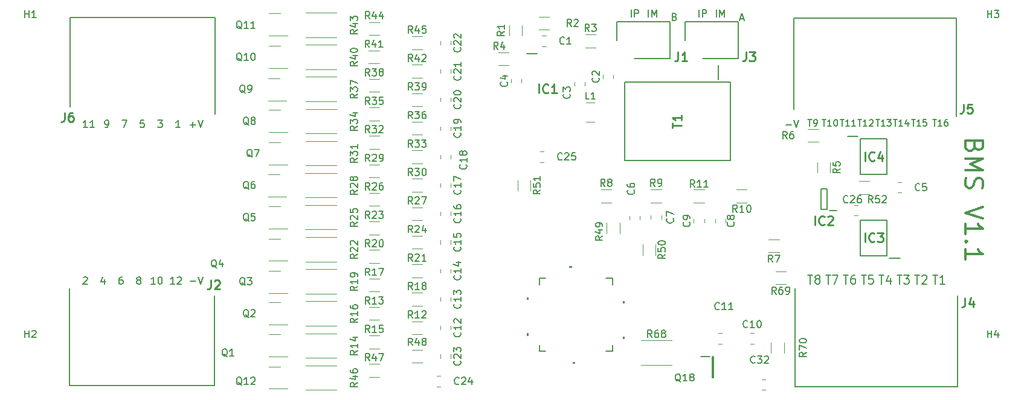
<source format=gbr>
%TF.GenerationSoftware,KiCad,Pcbnew,9.0.0*%
%TF.CreationDate,2025-03-05T21:29:35+02:00*%
%TF.ProjectId,BMS_13,424d535f-3133-42e6-9b69-6361645f7063,rev?*%
%TF.SameCoordinates,Original*%
%TF.FileFunction,Legend,Top*%
%TF.FilePolarity,Positive*%
%FSLAX46Y46*%
G04 Gerber Fmt 4.6, Leading zero omitted, Abs format (unit mm)*
G04 Created by KiCad (PCBNEW 9.0.0) date 2025-03-05 21:29:35*
%MOMM*%
%LPD*%
G01*
G04 APERTURE LIST*
%ADD10C,0.200000*%
%ADD11C,0.150000*%
%ADD12C,0.300000*%
%ADD13C,0.254000*%
%ADD14C,0.130000*%
%ADD15C,0.120000*%
%ADD16C,0.152400*%
%ADD17C,0.000000*%
G04 APERTURE END LIST*
D10*
X187745863Y-101142742D02*
X188431578Y-101142742D01*
X188088720Y-102342742D02*
X188088720Y-101142742D01*
X189345864Y-101542742D02*
X189345864Y-102342742D01*
X189060149Y-101085600D02*
X188774435Y-101942742D01*
X188774435Y-101942742D02*
X189517292Y-101942742D01*
D11*
X164928572Y-64869819D02*
X164928572Y-63869819D01*
X165404762Y-64869819D02*
X165404762Y-63869819D01*
X165404762Y-63869819D02*
X165738095Y-64584104D01*
X165738095Y-64584104D02*
X166071428Y-63869819D01*
X166071428Y-63869819D02*
X166071428Y-64869819D01*
D10*
X190245863Y-101142742D02*
X190931578Y-101142742D01*
X190588720Y-102342742D02*
X190588720Y-101142742D01*
X191217292Y-101142742D02*
X191960149Y-101142742D01*
X191960149Y-101142742D02*
X191560149Y-101599885D01*
X191560149Y-101599885D02*
X191731578Y-101599885D01*
X191731578Y-101599885D02*
X191845864Y-101657028D01*
X191845864Y-101657028D02*
X191903006Y-101714171D01*
X191903006Y-101714171D02*
X191960149Y-101828457D01*
X191960149Y-101828457D02*
X191960149Y-102114171D01*
X191960149Y-102114171D02*
X191903006Y-102228457D01*
X191903006Y-102228457D02*
X191845864Y-102285600D01*
X191845864Y-102285600D02*
X191731578Y-102342742D01*
X191731578Y-102342742D02*
X191388721Y-102342742D01*
X191388721Y-102342742D02*
X191274435Y-102285600D01*
X191274435Y-102285600D02*
X191217292Y-102228457D01*
X187281215Y-79264743D02*
X187795501Y-79264743D01*
X187538358Y-80164743D02*
X187538358Y-79264743D01*
X188566929Y-80164743D02*
X188052643Y-80164743D01*
X188309786Y-80164743D02*
X188309786Y-79264743D01*
X188309786Y-79264743D02*
X188224072Y-79393314D01*
X188224072Y-79393314D02*
X188138357Y-79479028D01*
X188138357Y-79479028D02*
X188052643Y-79521886D01*
X188866929Y-79264743D02*
X189424072Y-79264743D01*
X189424072Y-79264743D02*
X189124072Y-79607600D01*
X189124072Y-79607600D02*
X189252643Y-79607600D01*
X189252643Y-79607600D02*
X189338358Y-79650457D01*
X189338358Y-79650457D02*
X189381215Y-79693314D01*
X189381215Y-79693314D02*
X189424072Y-79779028D01*
X189424072Y-79779028D02*
X189424072Y-79993314D01*
X189424072Y-79993314D02*
X189381215Y-80079028D01*
X189381215Y-80079028D02*
X189338358Y-80121886D01*
X189338358Y-80121886D02*
X189252643Y-80164743D01*
X189252643Y-80164743D02*
X188995500Y-80164743D01*
X188995500Y-80164743D02*
X188909786Y-80121886D01*
X188909786Y-80121886D02*
X188866929Y-80079028D01*
D11*
X86309523Y-102369819D02*
X85738095Y-102369819D01*
X86023809Y-102369819D02*
X86023809Y-101369819D01*
X86023809Y-101369819D02*
X85928571Y-101512676D01*
X85928571Y-101512676D02*
X85833333Y-101607914D01*
X85833333Y-101607914D02*
X85738095Y-101655533D01*
X86928571Y-101369819D02*
X87023809Y-101369819D01*
X87023809Y-101369819D02*
X87119047Y-101417438D01*
X87119047Y-101417438D02*
X87166666Y-101465057D01*
X87166666Y-101465057D02*
X87214285Y-101560295D01*
X87214285Y-101560295D02*
X87261904Y-101750771D01*
X87261904Y-101750771D02*
X87261904Y-101988866D01*
X87261904Y-101988866D02*
X87214285Y-102179342D01*
X87214285Y-102179342D02*
X87166666Y-102274580D01*
X87166666Y-102274580D02*
X87119047Y-102322200D01*
X87119047Y-102322200D02*
X87023809Y-102369819D01*
X87023809Y-102369819D02*
X86928571Y-102369819D01*
X86928571Y-102369819D02*
X86833333Y-102322200D01*
X86833333Y-102322200D02*
X86785714Y-102274580D01*
X86785714Y-102274580D02*
X86738095Y-102179342D01*
X86738095Y-102179342D02*
X86690476Y-101988866D01*
X86690476Y-101988866D02*
X86690476Y-101750771D01*
X86690476Y-101750771D02*
X86738095Y-101560295D01*
X86738095Y-101560295D02*
X86785714Y-101465057D01*
X86785714Y-101465057D02*
X86833333Y-101417438D01*
X86833333Y-101417438D02*
X86928571Y-101369819D01*
D10*
X192745863Y-101142742D02*
X193431578Y-101142742D01*
X193088720Y-102342742D02*
X193088720Y-101142742D01*
X193774435Y-101257028D02*
X193831578Y-101199885D01*
X193831578Y-101199885D02*
X193945864Y-101142742D01*
X193945864Y-101142742D02*
X194231578Y-101142742D01*
X194231578Y-101142742D02*
X194345864Y-101199885D01*
X194345864Y-101199885D02*
X194403006Y-101257028D01*
X194403006Y-101257028D02*
X194460149Y-101371314D01*
X194460149Y-101371314D02*
X194460149Y-101485600D01*
X194460149Y-101485600D02*
X194403006Y-101657028D01*
X194403006Y-101657028D02*
X193717292Y-102342742D01*
X193717292Y-102342742D02*
X194460149Y-102342742D01*
D11*
X79190476Y-101703152D02*
X79190476Y-102369819D01*
X78952381Y-101322200D02*
X78714286Y-102036485D01*
X78714286Y-102036485D02*
X79333333Y-102036485D01*
X89785714Y-80369819D02*
X89214286Y-80369819D01*
X89500000Y-80369819D02*
X89500000Y-79369819D01*
X89500000Y-79369819D02*
X89404762Y-79512676D01*
X89404762Y-79512676D02*
X89309524Y-79607914D01*
X89309524Y-79607914D02*
X89214286Y-79655533D01*
X81690476Y-101369819D02*
X81500000Y-101369819D01*
X81500000Y-101369819D02*
X81404762Y-101417438D01*
X81404762Y-101417438D02*
X81357143Y-101465057D01*
X81357143Y-101465057D02*
X81261905Y-101607914D01*
X81261905Y-101607914D02*
X81214286Y-101798390D01*
X81214286Y-101798390D02*
X81214286Y-102179342D01*
X81214286Y-102179342D02*
X81261905Y-102274580D01*
X81261905Y-102274580D02*
X81309524Y-102322200D01*
X81309524Y-102322200D02*
X81404762Y-102369819D01*
X81404762Y-102369819D02*
X81595238Y-102369819D01*
X81595238Y-102369819D02*
X81690476Y-102322200D01*
X81690476Y-102322200D02*
X81738095Y-102274580D01*
X81738095Y-102274580D02*
X81785714Y-102179342D01*
X81785714Y-102179342D02*
X81785714Y-101941247D01*
X81785714Y-101941247D02*
X81738095Y-101846009D01*
X81738095Y-101846009D02*
X81690476Y-101798390D01*
X81690476Y-101798390D02*
X81595238Y-101750771D01*
X81595238Y-101750771D02*
X81404762Y-101750771D01*
X81404762Y-101750771D02*
X81309524Y-101798390D01*
X81309524Y-101798390D02*
X81261905Y-101846009D01*
X81261905Y-101846009D02*
X81214286Y-101941247D01*
D10*
X195245863Y-101142742D02*
X195931578Y-101142742D01*
X195588720Y-102342742D02*
X195588720Y-101142742D01*
X196960149Y-102342742D02*
X196274435Y-102342742D01*
X196617292Y-102342742D02*
X196617292Y-101142742D01*
X196617292Y-101142742D02*
X196503006Y-101314171D01*
X196503006Y-101314171D02*
X196388721Y-101428457D01*
X196388721Y-101428457D02*
X196274435Y-101485600D01*
D11*
X81666667Y-79369819D02*
X82333333Y-79369819D01*
X82333333Y-79369819D02*
X81904762Y-80369819D01*
D10*
X182281215Y-79264743D02*
X182795501Y-79264743D01*
X182538358Y-80164743D02*
X182538358Y-79264743D01*
X183566929Y-80164743D02*
X183052643Y-80164743D01*
X183309786Y-80164743D02*
X183309786Y-79264743D01*
X183309786Y-79264743D02*
X183224072Y-79393314D01*
X183224072Y-79393314D02*
X183138357Y-79479028D01*
X183138357Y-79479028D02*
X183052643Y-79521886D01*
X184424072Y-80164743D02*
X183909786Y-80164743D01*
X184166929Y-80164743D02*
X184166929Y-79264743D01*
X184166929Y-79264743D02*
X184081215Y-79393314D01*
X184081215Y-79393314D02*
X183995500Y-79479028D01*
X183995500Y-79479028D02*
X183909786Y-79521886D01*
X179781215Y-79264743D02*
X180295501Y-79264743D01*
X180038358Y-80164743D02*
X180038358Y-79264743D01*
X181066929Y-80164743D02*
X180552643Y-80164743D01*
X180809786Y-80164743D02*
X180809786Y-79264743D01*
X180809786Y-79264743D02*
X180724072Y-79393314D01*
X180724072Y-79393314D02*
X180638357Y-79479028D01*
X180638357Y-79479028D02*
X180552643Y-79521886D01*
X181624072Y-79264743D02*
X181709786Y-79264743D01*
X181709786Y-79264743D02*
X181795500Y-79307600D01*
X181795500Y-79307600D02*
X181838358Y-79350457D01*
X181838358Y-79350457D02*
X181881215Y-79436171D01*
X181881215Y-79436171D02*
X181924072Y-79607600D01*
X181924072Y-79607600D02*
X181924072Y-79821886D01*
X181924072Y-79821886D02*
X181881215Y-79993314D01*
X181881215Y-79993314D02*
X181838358Y-80079028D01*
X181838358Y-80079028D02*
X181795500Y-80121886D01*
X181795500Y-80121886D02*
X181709786Y-80164743D01*
X181709786Y-80164743D02*
X181624072Y-80164743D01*
X181624072Y-80164743D02*
X181538358Y-80121886D01*
X181538358Y-80121886D02*
X181495500Y-80079028D01*
X181495500Y-80079028D02*
X181452643Y-79993314D01*
X181452643Y-79993314D02*
X181409786Y-79821886D01*
X181409786Y-79821886D02*
X181409786Y-79607600D01*
X181409786Y-79607600D02*
X181452643Y-79436171D01*
X181452643Y-79436171D02*
X181495500Y-79350457D01*
X181495500Y-79350457D02*
X181538358Y-79307600D01*
X181538358Y-79307600D02*
X181624072Y-79264743D01*
D11*
X162500000Y-64869819D02*
X162500000Y-63869819D01*
X162976190Y-64869819D02*
X162976190Y-63869819D01*
X162976190Y-63869819D02*
X163357142Y-63869819D01*
X163357142Y-63869819D02*
X163452380Y-63917438D01*
X163452380Y-63917438D02*
X163499999Y-63965057D01*
X163499999Y-63965057D02*
X163547618Y-64060295D01*
X163547618Y-64060295D02*
X163547618Y-64203152D01*
X163547618Y-64203152D02*
X163499999Y-64298390D01*
X163499999Y-64298390D02*
X163452380Y-64346009D01*
X163452380Y-64346009D02*
X163357142Y-64393628D01*
X163357142Y-64393628D02*
X162976190Y-64393628D01*
D10*
X177781215Y-79264743D02*
X178295501Y-79264743D01*
X178038358Y-80164743D02*
X178038358Y-79264743D01*
X178638357Y-80164743D02*
X178809786Y-80164743D01*
X178809786Y-80164743D02*
X178895500Y-80121886D01*
X178895500Y-80121886D02*
X178938357Y-80079028D01*
X178938357Y-80079028D02*
X179024072Y-79950457D01*
X179024072Y-79950457D02*
X179066929Y-79779028D01*
X179066929Y-79779028D02*
X179066929Y-79436171D01*
X179066929Y-79436171D02*
X179024072Y-79350457D01*
X179024072Y-79350457D02*
X178981215Y-79307600D01*
X178981215Y-79307600D02*
X178895500Y-79264743D01*
X178895500Y-79264743D02*
X178724072Y-79264743D01*
X178724072Y-79264743D02*
X178638357Y-79307600D01*
X178638357Y-79307600D02*
X178595500Y-79350457D01*
X178595500Y-79350457D02*
X178552643Y-79436171D01*
X178552643Y-79436171D02*
X178552643Y-79650457D01*
X178552643Y-79650457D02*
X178595500Y-79736171D01*
X178595500Y-79736171D02*
X178638357Y-79779028D01*
X178638357Y-79779028D02*
X178724072Y-79821886D01*
X178724072Y-79821886D02*
X178895500Y-79821886D01*
X178895500Y-79821886D02*
X178981215Y-79779028D01*
X178981215Y-79779028D02*
X179024072Y-79736171D01*
X179024072Y-79736171D02*
X179066929Y-79650457D01*
D11*
X84738095Y-79369819D02*
X84261905Y-79369819D01*
X84261905Y-79369819D02*
X84214286Y-79846009D01*
X84214286Y-79846009D02*
X84261905Y-79798390D01*
X84261905Y-79798390D02*
X84357143Y-79750771D01*
X84357143Y-79750771D02*
X84595238Y-79750771D01*
X84595238Y-79750771D02*
X84690476Y-79798390D01*
X84690476Y-79798390D02*
X84738095Y-79846009D01*
X84738095Y-79846009D02*
X84785714Y-79941247D01*
X84785714Y-79941247D02*
X84785714Y-80179342D01*
X84785714Y-80179342D02*
X84738095Y-80274580D01*
X84738095Y-80274580D02*
X84690476Y-80322200D01*
X84690476Y-80322200D02*
X84595238Y-80369819D01*
X84595238Y-80369819D02*
X84357143Y-80369819D01*
X84357143Y-80369819D02*
X84261905Y-80322200D01*
X84261905Y-80322200D02*
X84214286Y-80274580D01*
X86666667Y-79369819D02*
X87285714Y-79369819D01*
X87285714Y-79369819D02*
X86952381Y-79750771D01*
X86952381Y-79750771D02*
X87095238Y-79750771D01*
X87095238Y-79750771D02*
X87190476Y-79798390D01*
X87190476Y-79798390D02*
X87238095Y-79846009D01*
X87238095Y-79846009D02*
X87285714Y-79941247D01*
X87285714Y-79941247D02*
X87285714Y-80179342D01*
X87285714Y-80179342D02*
X87238095Y-80274580D01*
X87238095Y-80274580D02*
X87190476Y-80322200D01*
X87190476Y-80322200D02*
X87095238Y-80369819D01*
X87095238Y-80369819D02*
X86809524Y-80369819D01*
X86809524Y-80369819D02*
X86714286Y-80322200D01*
X86714286Y-80322200D02*
X86666667Y-80274580D01*
D12*
X201131076Y-83059524D02*
X201012028Y-83416667D01*
X201012028Y-83416667D02*
X200892980Y-83535714D01*
X200892980Y-83535714D02*
X200654885Y-83654762D01*
X200654885Y-83654762D02*
X200297742Y-83654762D01*
X200297742Y-83654762D02*
X200059647Y-83535714D01*
X200059647Y-83535714D02*
X199940600Y-83416667D01*
X199940600Y-83416667D02*
X199821552Y-83178572D01*
X199821552Y-83178572D02*
X199821552Y-82226191D01*
X199821552Y-82226191D02*
X202321552Y-82226191D01*
X202321552Y-82226191D02*
X202321552Y-83059524D01*
X202321552Y-83059524D02*
X202202504Y-83297619D01*
X202202504Y-83297619D02*
X202083457Y-83416667D01*
X202083457Y-83416667D02*
X201845361Y-83535714D01*
X201845361Y-83535714D02*
X201607266Y-83535714D01*
X201607266Y-83535714D02*
X201369171Y-83416667D01*
X201369171Y-83416667D02*
X201250123Y-83297619D01*
X201250123Y-83297619D02*
X201131076Y-83059524D01*
X201131076Y-83059524D02*
X201131076Y-82226191D01*
X199821552Y-84726191D02*
X202321552Y-84726191D01*
X202321552Y-84726191D02*
X200535838Y-85559524D01*
X200535838Y-85559524D02*
X202321552Y-86392857D01*
X202321552Y-86392857D02*
X199821552Y-86392857D01*
X199940600Y-87464286D02*
X199821552Y-87821429D01*
X199821552Y-87821429D02*
X199821552Y-88416667D01*
X199821552Y-88416667D02*
X199940600Y-88654762D01*
X199940600Y-88654762D02*
X200059647Y-88773810D01*
X200059647Y-88773810D02*
X200297742Y-88892857D01*
X200297742Y-88892857D02*
X200535838Y-88892857D01*
X200535838Y-88892857D02*
X200773933Y-88773810D01*
X200773933Y-88773810D02*
X200892980Y-88654762D01*
X200892980Y-88654762D02*
X201012028Y-88416667D01*
X201012028Y-88416667D02*
X201131076Y-87940476D01*
X201131076Y-87940476D02*
X201250123Y-87702381D01*
X201250123Y-87702381D02*
X201369171Y-87583334D01*
X201369171Y-87583334D02*
X201607266Y-87464286D01*
X201607266Y-87464286D02*
X201845361Y-87464286D01*
X201845361Y-87464286D02*
X202083457Y-87583334D01*
X202083457Y-87583334D02*
X202202504Y-87702381D01*
X202202504Y-87702381D02*
X202321552Y-87940476D01*
X202321552Y-87940476D02*
X202321552Y-88535715D01*
X202321552Y-88535715D02*
X202202504Y-88892857D01*
X202321552Y-91511905D02*
X199821552Y-92345238D01*
X199821552Y-92345238D02*
X202321552Y-93178571D01*
X199821552Y-95321428D02*
X199821552Y-93892857D01*
X199821552Y-94607143D02*
X202321552Y-94607143D01*
X202321552Y-94607143D02*
X201964409Y-94369047D01*
X201964409Y-94369047D02*
X201726314Y-94130952D01*
X201726314Y-94130952D02*
X201607266Y-93892857D01*
X200059647Y-96392857D02*
X199940600Y-96511904D01*
X199940600Y-96511904D02*
X199821552Y-96392857D01*
X199821552Y-96392857D02*
X199940600Y-96273809D01*
X199940600Y-96273809D02*
X200059647Y-96392857D01*
X200059647Y-96392857D02*
X199821552Y-96392857D01*
X199821552Y-98892856D02*
X199821552Y-97464285D01*
X199821552Y-98178571D02*
X202321552Y-98178571D01*
X202321552Y-98178571D02*
X201964409Y-97940475D01*
X201964409Y-97940475D02*
X201726314Y-97702380D01*
X201726314Y-97702380D02*
X201607266Y-97464285D01*
D11*
X174690476Y-79988866D02*
X175452381Y-79988866D01*
X175785714Y-79369819D02*
X176119047Y-80369819D01*
X176119047Y-80369819D02*
X176452380Y-79369819D01*
D10*
X195281215Y-79264743D02*
X195795501Y-79264743D01*
X195538358Y-80164743D02*
X195538358Y-79264743D01*
X196566929Y-80164743D02*
X196052643Y-80164743D01*
X196309786Y-80164743D02*
X196309786Y-79264743D01*
X196309786Y-79264743D02*
X196224072Y-79393314D01*
X196224072Y-79393314D02*
X196138357Y-79479028D01*
X196138357Y-79479028D02*
X196052643Y-79521886D01*
X197338358Y-79264743D02*
X197166929Y-79264743D01*
X197166929Y-79264743D02*
X197081215Y-79307600D01*
X197081215Y-79307600D02*
X197038358Y-79350457D01*
X197038358Y-79350457D02*
X196952643Y-79479028D01*
X196952643Y-79479028D02*
X196909786Y-79650457D01*
X196909786Y-79650457D02*
X196909786Y-79993314D01*
X196909786Y-79993314D02*
X196952643Y-80079028D01*
X196952643Y-80079028D02*
X196995500Y-80121886D01*
X196995500Y-80121886D02*
X197081215Y-80164743D01*
X197081215Y-80164743D02*
X197252643Y-80164743D01*
X197252643Y-80164743D02*
X197338358Y-80121886D01*
X197338358Y-80121886D02*
X197381215Y-80079028D01*
X197381215Y-80079028D02*
X197424072Y-79993314D01*
X197424072Y-79993314D02*
X197424072Y-79779028D01*
X197424072Y-79779028D02*
X197381215Y-79693314D01*
X197381215Y-79693314D02*
X197338358Y-79650457D01*
X197338358Y-79650457D02*
X197252643Y-79607600D01*
X197252643Y-79607600D02*
X197081215Y-79607600D01*
X197081215Y-79607600D02*
X196995500Y-79650457D01*
X196995500Y-79650457D02*
X196952643Y-79693314D01*
X196952643Y-79693314D02*
X196909786Y-79779028D01*
D11*
X89009523Y-102369819D02*
X88438095Y-102369819D01*
X88723809Y-102369819D02*
X88723809Y-101369819D01*
X88723809Y-101369819D02*
X88628571Y-101512676D01*
X88628571Y-101512676D02*
X88533333Y-101607914D01*
X88533333Y-101607914D02*
X88438095Y-101655533D01*
X89390476Y-101465057D02*
X89438095Y-101417438D01*
X89438095Y-101417438D02*
X89533333Y-101369819D01*
X89533333Y-101369819D02*
X89771428Y-101369819D01*
X89771428Y-101369819D02*
X89866666Y-101417438D01*
X89866666Y-101417438D02*
X89914285Y-101465057D01*
X89914285Y-101465057D02*
X89961904Y-101560295D01*
X89961904Y-101560295D02*
X89961904Y-101655533D01*
X89961904Y-101655533D02*
X89914285Y-101798390D01*
X89914285Y-101798390D02*
X89342857Y-102369819D01*
X89342857Y-102369819D02*
X89961904Y-102369819D01*
X159071428Y-64846009D02*
X159214285Y-64893628D01*
X159214285Y-64893628D02*
X159261904Y-64941247D01*
X159261904Y-64941247D02*
X159309523Y-65036485D01*
X159309523Y-65036485D02*
X159309523Y-65179342D01*
X159309523Y-65179342D02*
X159261904Y-65274580D01*
X159261904Y-65274580D02*
X159214285Y-65322200D01*
X159214285Y-65322200D02*
X159119047Y-65369819D01*
X159119047Y-65369819D02*
X158738095Y-65369819D01*
X158738095Y-65369819D02*
X158738095Y-64369819D01*
X158738095Y-64369819D02*
X159071428Y-64369819D01*
X159071428Y-64369819D02*
X159166666Y-64417438D01*
X159166666Y-64417438D02*
X159214285Y-64465057D01*
X159214285Y-64465057D02*
X159261904Y-64560295D01*
X159261904Y-64560295D02*
X159261904Y-64655533D01*
X159261904Y-64655533D02*
X159214285Y-64750771D01*
X159214285Y-64750771D02*
X159166666Y-64798390D01*
X159166666Y-64798390D02*
X159071428Y-64846009D01*
X159071428Y-64846009D02*
X158738095Y-64846009D01*
X91190476Y-101988866D02*
X91952381Y-101988866D01*
X92285714Y-101369819D02*
X92619047Y-102369819D01*
X92619047Y-102369819D02*
X92952380Y-101369819D01*
D10*
X180245863Y-101142742D02*
X180931578Y-101142742D01*
X180588720Y-102342742D02*
X180588720Y-101142742D01*
X181217292Y-101142742D02*
X182017292Y-101142742D01*
X182017292Y-101142742D02*
X181503006Y-102342742D01*
D11*
X76809523Y-80369819D02*
X76238095Y-80369819D01*
X76523809Y-80369819D02*
X76523809Y-79369819D01*
X76523809Y-79369819D02*
X76428571Y-79512676D01*
X76428571Y-79512676D02*
X76333333Y-79607914D01*
X76333333Y-79607914D02*
X76238095Y-79655533D01*
X77761904Y-80369819D02*
X77190476Y-80369819D01*
X77476190Y-80369819D02*
X77476190Y-79369819D01*
X77476190Y-79369819D02*
X77380952Y-79512676D01*
X77380952Y-79512676D02*
X77285714Y-79607914D01*
X77285714Y-79607914D02*
X77190476Y-79655533D01*
D10*
X177745863Y-101142742D02*
X178431578Y-101142742D01*
X178088720Y-102342742D02*
X178088720Y-101142742D01*
X179003006Y-101657028D02*
X178888721Y-101599885D01*
X178888721Y-101599885D02*
X178831578Y-101542742D01*
X178831578Y-101542742D02*
X178774435Y-101428457D01*
X178774435Y-101428457D02*
X178774435Y-101371314D01*
X178774435Y-101371314D02*
X178831578Y-101257028D01*
X178831578Y-101257028D02*
X178888721Y-101199885D01*
X178888721Y-101199885D02*
X179003006Y-101142742D01*
X179003006Y-101142742D02*
X179231578Y-101142742D01*
X179231578Y-101142742D02*
X179345864Y-101199885D01*
X179345864Y-101199885D02*
X179403006Y-101257028D01*
X179403006Y-101257028D02*
X179460149Y-101371314D01*
X179460149Y-101371314D02*
X179460149Y-101428457D01*
X179460149Y-101428457D02*
X179403006Y-101542742D01*
X179403006Y-101542742D02*
X179345864Y-101599885D01*
X179345864Y-101599885D02*
X179231578Y-101657028D01*
X179231578Y-101657028D02*
X179003006Y-101657028D01*
X179003006Y-101657028D02*
X178888721Y-101714171D01*
X178888721Y-101714171D02*
X178831578Y-101771314D01*
X178831578Y-101771314D02*
X178774435Y-101885600D01*
X178774435Y-101885600D02*
X178774435Y-102114171D01*
X178774435Y-102114171D02*
X178831578Y-102228457D01*
X178831578Y-102228457D02*
X178888721Y-102285600D01*
X178888721Y-102285600D02*
X179003006Y-102342742D01*
X179003006Y-102342742D02*
X179231578Y-102342742D01*
X179231578Y-102342742D02*
X179345864Y-102285600D01*
X179345864Y-102285600D02*
X179403006Y-102228457D01*
X179403006Y-102228457D02*
X179460149Y-102114171D01*
X179460149Y-102114171D02*
X179460149Y-101885600D01*
X179460149Y-101885600D02*
X179403006Y-101771314D01*
X179403006Y-101771314D02*
X179345864Y-101714171D01*
X179345864Y-101714171D02*
X179231578Y-101657028D01*
X184781215Y-79264743D02*
X185295501Y-79264743D01*
X185038358Y-80164743D02*
X185038358Y-79264743D01*
X186066929Y-80164743D02*
X185552643Y-80164743D01*
X185809786Y-80164743D02*
X185809786Y-79264743D01*
X185809786Y-79264743D02*
X185724072Y-79393314D01*
X185724072Y-79393314D02*
X185638357Y-79479028D01*
X185638357Y-79479028D02*
X185552643Y-79521886D01*
X186409786Y-79350457D02*
X186452643Y-79307600D01*
X186452643Y-79307600D02*
X186538358Y-79264743D01*
X186538358Y-79264743D02*
X186752643Y-79264743D01*
X186752643Y-79264743D02*
X186838358Y-79307600D01*
X186838358Y-79307600D02*
X186881215Y-79350457D01*
X186881215Y-79350457D02*
X186924072Y-79436171D01*
X186924072Y-79436171D02*
X186924072Y-79521886D01*
X186924072Y-79521886D02*
X186881215Y-79650457D01*
X186881215Y-79650457D02*
X186366929Y-80164743D01*
X186366929Y-80164743D02*
X186924072Y-80164743D01*
X192281215Y-79264743D02*
X192795501Y-79264743D01*
X192538358Y-80164743D02*
X192538358Y-79264743D01*
X193566929Y-80164743D02*
X193052643Y-80164743D01*
X193309786Y-80164743D02*
X193309786Y-79264743D01*
X193309786Y-79264743D02*
X193224072Y-79393314D01*
X193224072Y-79393314D02*
X193138357Y-79479028D01*
X193138357Y-79479028D02*
X193052643Y-79521886D01*
X194381215Y-79264743D02*
X193952643Y-79264743D01*
X193952643Y-79264743D02*
X193909786Y-79693314D01*
X193909786Y-79693314D02*
X193952643Y-79650457D01*
X193952643Y-79650457D02*
X194038358Y-79607600D01*
X194038358Y-79607600D02*
X194252643Y-79607600D01*
X194252643Y-79607600D02*
X194338358Y-79650457D01*
X194338358Y-79650457D02*
X194381215Y-79693314D01*
X194381215Y-79693314D02*
X194424072Y-79779028D01*
X194424072Y-79779028D02*
X194424072Y-79993314D01*
X194424072Y-79993314D02*
X194381215Y-80079028D01*
X194381215Y-80079028D02*
X194338358Y-80121886D01*
X194338358Y-80121886D02*
X194252643Y-80164743D01*
X194252643Y-80164743D02*
X194038358Y-80164743D01*
X194038358Y-80164743D02*
X193952643Y-80121886D01*
X193952643Y-80121886D02*
X193909786Y-80079028D01*
D11*
X83904762Y-101798390D02*
X83809524Y-101750771D01*
X83809524Y-101750771D02*
X83761905Y-101703152D01*
X83761905Y-101703152D02*
X83714286Y-101607914D01*
X83714286Y-101607914D02*
X83714286Y-101560295D01*
X83714286Y-101560295D02*
X83761905Y-101465057D01*
X83761905Y-101465057D02*
X83809524Y-101417438D01*
X83809524Y-101417438D02*
X83904762Y-101369819D01*
X83904762Y-101369819D02*
X84095238Y-101369819D01*
X84095238Y-101369819D02*
X84190476Y-101417438D01*
X84190476Y-101417438D02*
X84238095Y-101465057D01*
X84238095Y-101465057D02*
X84285714Y-101560295D01*
X84285714Y-101560295D02*
X84285714Y-101607914D01*
X84285714Y-101607914D02*
X84238095Y-101703152D01*
X84238095Y-101703152D02*
X84190476Y-101750771D01*
X84190476Y-101750771D02*
X84095238Y-101798390D01*
X84095238Y-101798390D02*
X83904762Y-101798390D01*
X83904762Y-101798390D02*
X83809524Y-101846009D01*
X83809524Y-101846009D02*
X83761905Y-101893628D01*
X83761905Y-101893628D02*
X83714286Y-101988866D01*
X83714286Y-101988866D02*
X83714286Y-102179342D01*
X83714286Y-102179342D02*
X83761905Y-102274580D01*
X83761905Y-102274580D02*
X83809524Y-102322200D01*
X83809524Y-102322200D02*
X83904762Y-102369819D01*
X83904762Y-102369819D02*
X84095238Y-102369819D01*
X84095238Y-102369819D02*
X84190476Y-102322200D01*
X84190476Y-102322200D02*
X84238095Y-102274580D01*
X84238095Y-102274580D02*
X84285714Y-102179342D01*
X84285714Y-102179342D02*
X84285714Y-101988866D01*
X84285714Y-101988866D02*
X84238095Y-101893628D01*
X84238095Y-101893628D02*
X84190476Y-101846009D01*
X84190476Y-101846009D02*
X84095238Y-101798390D01*
X155428572Y-64869819D02*
X155428572Y-63869819D01*
X155904762Y-64869819D02*
X155904762Y-63869819D01*
X155904762Y-63869819D02*
X156238095Y-64584104D01*
X156238095Y-64584104D02*
X156571428Y-63869819D01*
X156571428Y-63869819D02*
X156571428Y-64869819D01*
X79309524Y-80369819D02*
X79500000Y-80369819D01*
X79500000Y-80369819D02*
X79595238Y-80322200D01*
X79595238Y-80322200D02*
X79642857Y-80274580D01*
X79642857Y-80274580D02*
X79738095Y-80131723D01*
X79738095Y-80131723D02*
X79785714Y-79941247D01*
X79785714Y-79941247D02*
X79785714Y-79560295D01*
X79785714Y-79560295D02*
X79738095Y-79465057D01*
X79738095Y-79465057D02*
X79690476Y-79417438D01*
X79690476Y-79417438D02*
X79595238Y-79369819D01*
X79595238Y-79369819D02*
X79404762Y-79369819D01*
X79404762Y-79369819D02*
X79309524Y-79417438D01*
X79309524Y-79417438D02*
X79261905Y-79465057D01*
X79261905Y-79465057D02*
X79214286Y-79560295D01*
X79214286Y-79560295D02*
X79214286Y-79798390D01*
X79214286Y-79798390D02*
X79261905Y-79893628D01*
X79261905Y-79893628D02*
X79309524Y-79941247D01*
X79309524Y-79941247D02*
X79404762Y-79988866D01*
X79404762Y-79988866D02*
X79595238Y-79988866D01*
X79595238Y-79988866D02*
X79690476Y-79941247D01*
X79690476Y-79941247D02*
X79738095Y-79893628D01*
X79738095Y-79893628D02*
X79785714Y-79798390D01*
X153000000Y-64869819D02*
X153000000Y-63869819D01*
X153476190Y-64869819D02*
X153476190Y-63869819D01*
X153476190Y-63869819D02*
X153857142Y-63869819D01*
X153857142Y-63869819D02*
X153952380Y-63917438D01*
X153952380Y-63917438D02*
X153999999Y-63965057D01*
X153999999Y-63965057D02*
X154047618Y-64060295D01*
X154047618Y-64060295D02*
X154047618Y-64203152D01*
X154047618Y-64203152D02*
X153999999Y-64298390D01*
X153999999Y-64298390D02*
X153952380Y-64346009D01*
X153952380Y-64346009D02*
X153857142Y-64393628D01*
X153857142Y-64393628D02*
X153476190Y-64393628D01*
D10*
X189781215Y-79264743D02*
X190295501Y-79264743D01*
X190038358Y-80164743D02*
X190038358Y-79264743D01*
X191066929Y-80164743D02*
X190552643Y-80164743D01*
X190809786Y-80164743D02*
X190809786Y-79264743D01*
X190809786Y-79264743D02*
X190724072Y-79393314D01*
X190724072Y-79393314D02*
X190638357Y-79479028D01*
X190638357Y-79479028D02*
X190552643Y-79521886D01*
X191838358Y-79564743D02*
X191838358Y-80164743D01*
X191624072Y-79221886D02*
X191409786Y-79864743D01*
X191409786Y-79864743D02*
X191966929Y-79864743D01*
D11*
X91190476Y-79988866D02*
X91952381Y-79988866D01*
X91571428Y-80369819D02*
X91571428Y-79607914D01*
X92285714Y-79369819D02*
X92619047Y-80369819D01*
X92619047Y-80369819D02*
X92952380Y-79369819D01*
X76214286Y-101465057D02*
X76261905Y-101417438D01*
X76261905Y-101417438D02*
X76357143Y-101369819D01*
X76357143Y-101369819D02*
X76595238Y-101369819D01*
X76595238Y-101369819D02*
X76690476Y-101417438D01*
X76690476Y-101417438D02*
X76738095Y-101465057D01*
X76738095Y-101465057D02*
X76785714Y-101560295D01*
X76785714Y-101560295D02*
X76785714Y-101655533D01*
X76785714Y-101655533D02*
X76738095Y-101798390D01*
X76738095Y-101798390D02*
X76166667Y-102369819D01*
X76166667Y-102369819D02*
X76785714Y-102369819D01*
D10*
X185245863Y-101142742D02*
X185931578Y-101142742D01*
X185588720Y-102342742D02*
X185588720Y-101142742D01*
X186903006Y-101142742D02*
X186331578Y-101142742D01*
X186331578Y-101142742D02*
X186274435Y-101714171D01*
X186274435Y-101714171D02*
X186331578Y-101657028D01*
X186331578Y-101657028D02*
X186445864Y-101599885D01*
X186445864Y-101599885D02*
X186731578Y-101599885D01*
X186731578Y-101599885D02*
X186845864Y-101657028D01*
X186845864Y-101657028D02*
X186903006Y-101714171D01*
X186903006Y-101714171D02*
X186960149Y-101828457D01*
X186960149Y-101828457D02*
X186960149Y-102114171D01*
X186960149Y-102114171D02*
X186903006Y-102228457D01*
X186903006Y-102228457D02*
X186845864Y-102285600D01*
X186845864Y-102285600D02*
X186731578Y-102342742D01*
X186731578Y-102342742D02*
X186445864Y-102342742D01*
X186445864Y-102342742D02*
X186331578Y-102285600D01*
X186331578Y-102285600D02*
X186274435Y-102228457D01*
D11*
X168261905Y-65084104D02*
X168738095Y-65084104D01*
X168166667Y-65369819D02*
X168500000Y-64369819D01*
X168500000Y-64369819D02*
X168833333Y-65369819D01*
D10*
X182745863Y-101142742D02*
X183431578Y-101142742D01*
X183088720Y-102342742D02*
X183088720Y-101142742D01*
X184345864Y-101142742D02*
X184117292Y-101142742D01*
X184117292Y-101142742D02*
X184003006Y-101199885D01*
X184003006Y-101199885D02*
X183945864Y-101257028D01*
X183945864Y-101257028D02*
X183831578Y-101428457D01*
X183831578Y-101428457D02*
X183774435Y-101657028D01*
X183774435Y-101657028D02*
X183774435Y-102114171D01*
X183774435Y-102114171D02*
X183831578Y-102228457D01*
X183831578Y-102228457D02*
X183888721Y-102285600D01*
X183888721Y-102285600D02*
X184003006Y-102342742D01*
X184003006Y-102342742D02*
X184231578Y-102342742D01*
X184231578Y-102342742D02*
X184345864Y-102285600D01*
X184345864Y-102285600D02*
X184403006Y-102228457D01*
X184403006Y-102228457D02*
X184460149Y-102114171D01*
X184460149Y-102114171D02*
X184460149Y-101828457D01*
X184460149Y-101828457D02*
X184403006Y-101714171D01*
X184403006Y-101714171D02*
X184345864Y-101657028D01*
X184345864Y-101657028D02*
X184231578Y-101599885D01*
X184231578Y-101599885D02*
X184003006Y-101599885D01*
X184003006Y-101599885D02*
X183888721Y-101657028D01*
X183888721Y-101657028D02*
X183831578Y-101714171D01*
X183831578Y-101714171D02*
X183774435Y-101828457D01*
D13*
X169076667Y-69804318D02*
X169076667Y-70711461D01*
X169076667Y-70711461D02*
X169016190Y-70892889D01*
X169016190Y-70892889D02*
X168895238Y-71013842D01*
X168895238Y-71013842D02*
X168713809Y-71074318D01*
X168713809Y-71074318D02*
X168592857Y-71074318D01*
X169560476Y-69804318D02*
X170346667Y-69804318D01*
X170346667Y-69804318D02*
X169923333Y-70288127D01*
X169923333Y-70288127D02*
X170104762Y-70288127D01*
X170104762Y-70288127D02*
X170225714Y-70348603D01*
X170225714Y-70348603D02*
X170286190Y-70409080D01*
X170286190Y-70409080D02*
X170346667Y-70530032D01*
X170346667Y-70530032D02*
X170346667Y-70832413D01*
X170346667Y-70832413D02*
X170286190Y-70953365D01*
X170286190Y-70953365D02*
X170225714Y-71013842D01*
X170225714Y-71013842D02*
X170104762Y-71074318D01*
X170104762Y-71074318D02*
X169741905Y-71074318D01*
X169741905Y-71074318D02*
X169620952Y-71013842D01*
X169620952Y-71013842D02*
X169560476Y-70953365D01*
D11*
X129039580Y-97142857D02*
X129087200Y-97190476D01*
X129087200Y-97190476D02*
X129134819Y-97333333D01*
X129134819Y-97333333D02*
X129134819Y-97428571D01*
X129134819Y-97428571D02*
X129087200Y-97571428D01*
X129087200Y-97571428D02*
X128991961Y-97666666D01*
X128991961Y-97666666D02*
X128896723Y-97714285D01*
X128896723Y-97714285D02*
X128706247Y-97761904D01*
X128706247Y-97761904D02*
X128563390Y-97761904D01*
X128563390Y-97761904D02*
X128372914Y-97714285D01*
X128372914Y-97714285D02*
X128277676Y-97666666D01*
X128277676Y-97666666D02*
X128182438Y-97571428D01*
X128182438Y-97571428D02*
X128134819Y-97428571D01*
X128134819Y-97428571D02*
X128134819Y-97333333D01*
X128134819Y-97333333D02*
X128182438Y-97190476D01*
X128182438Y-97190476D02*
X128230057Y-97142857D01*
X129134819Y-96190476D02*
X129134819Y-96761904D01*
X129134819Y-96476190D02*
X128134819Y-96476190D01*
X128134819Y-96476190D02*
X128277676Y-96571428D01*
X128277676Y-96571428D02*
X128372914Y-96666666D01*
X128372914Y-96666666D02*
X128420533Y-96761904D01*
X128134819Y-95285714D02*
X128134819Y-95761904D01*
X128134819Y-95761904D02*
X128611009Y-95809523D01*
X128611009Y-95809523D02*
X128563390Y-95761904D01*
X128563390Y-95761904D02*
X128515771Y-95666666D01*
X128515771Y-95666666D02*
X128515771Y-95428571D01*
X128515771Y-95428571D02*
X128563390Y-95333333D01*
X128563390Y-95333333D02*
X128611009Y-95285714D01*
X128611009Y-95285714D02*
X128706247Y-95238095D01*
X128706247Y-95238095D02*
X128944342Y-95238095D01*
X128944342Y-95238095D02*
X129039580Y-95285714D01*
X129039580Y-95285714D02*
X129087200Y-95333333D01*
X129087200Y-95333333D02*
X129134819Y-95428571D01*
X129134819Y-95428571D02*
X129134819Y-95666666D01*
X129134819Y-95666666D02*
X129087200Y-95761904D01*
X129087200Y-95761904D02*
X129039580Y-95809523D01*
X116357142Y-73134819D02*
X116023809Y-72658628D01*
X115785714Y-73134819D02*
X115785714Y-72134819D01*
X115785714Y-72134819D02*
X116166666Y-72134819D01*
X116166666Y-72134819D02*
X116261904Y-72182438D01*
X116261904Y-72182438D02*
X116309523Y-72230057D01*
X116309523Y-72230057D02*
X116357142Y-72325295D01*
X116357142Y-72325295D02*
X116357142Y-72468152D01*
X116357142Y-72468152D02*
X116309523Y-72563390D01*
X116309523Y-72563390D02*
X116261904Y-72611009D01*
X116261904Y-72611009D02*
X116166666Y-72658628D01*
X116166666Y-72658628D02*
X115785714Y-72658628D01*
X116690476Y-72134819D02*
X117309523Y-72134819D01*
X117309523Y-72134819D02*
X116976190Y-72515771D01*
X116976190Y-72515771D02*
X117119047Y-72515771D01*
X117119047Y-72515771D02*
X117214285Y-72563390D01*
X117214285Y-72563390D02*
X117261904Y-72611009D01*
X117261904Y-72611009D02*
X117309523Y-72706247D01*
X117309523Y-72706247D02*
X117309523Y-72944342D01*
X117309523Y-72944342D02*
X117261904Y-73039580D01*
X117261904Y-73039580D02*
X117214285Y-73087200D01*
X117214285Y-73087200D02*
X117119047Y-73134819D01*
X117119047Y-73134819D02*
X116833333Y-73134819D01*
X116833333Y-73134819D02*
X116738095Y-73087200D01*
X116738095Y-73087200D02*
X116690476Y-73039580D01*
X117880952Y-72563390D02*
X117785714Y-72515771D01*
X117785714Y-72515771D02*
X117738095Y-72468152D01*
X117738095Y-72468152D02*
X117690476Y-72372914D01*
X117690476Y-72372914D02*
X117690476Y-72325295D01*
X117690476Y-72325295D02*
X117738095Y-72230057D01*
X117738095Y-72230057D02*
X117785714Y-72182438D01*
X117785714Y-72182438D02*
X117880952Y-72134819D01*
X117880952Y-72134819D02*
X118071428Y-72134819D01*
X118071428Y-72134819D02*
X118166666Y-72182438D01*
X118166666Y-72182438D02*
X118214285Y-72230057D01*
X118214285Y-72230057D02*
X118261904Y-72325295D01*
X118261904Y-72325295D02*
X118261904Y-72372914D01*
X118261904Y-72372914D02*
X118214285Y-72468152D01*
X118214285Y-72468152D02*
X118166666Y-72515771D01*
X118166666Y-72515771D02*
X118071428Y-72563390D01*
X118071428Y-72563390D02*
X117880952Y-72563390D01*
X117880952Y-72563390D02*
X117785714Y-72611009D01*
X117785714Y-72611009D02*
X117738095Y-72658628D01*
X117738095Y-72658628D02*
X117690476Y-72753866D01*
X117690476Y-72753866D02*
X117690476Y-72944342D01*
X117690476Y-72944342D02*
X117738095Y-73039580D01*
X117738095Y-73039580D02*
X117785714Y-73087200D01*
X117785714Y-73087200D02*
X117880952Y-73134819D01*
X117880952Y-73134819D02*
X118071428Y-73134819D01*
X118071428Y-73134819D02*
X118166666Y-73087200D01*
X118166666Y-73087200D02*
X118214285Y-73039580D01*
X118214285Y-73039580D02*
X118261904Y-72944342D01*
X118261904Y-72944342D02*
X118261904Y-72753866D01*
X118261904Y-72753866D02*
X118214285Y-72658628D01*
X118214285Y-72658628D02*
X118166666Y-72611009D01*
X118166666Y-72611009D02*
X118071428Y-72563390D01*
X147121333Y-76424819D02*
X146645143Y-76424819D01*
X146645143Y-76424819D02*
X146645143Y-75424819D01*
X147978476Y-76424819D02*
X147407048Y-76424819D01*
X147692762Y-76424819D02*
X147692762Y-75424819D01*
X147692762Y-75424819D02*
X147597524Y-75567676D01*
X147597524Y-75567676D02*
X147502286Y-75662914D01*
X147502286Y-75662914D02*
X147407048Y-75710533D01*
X116357142Y-81134819D02*
X116023809Y-80658628D01*
X115785714Y-81134819D02*
X115785714Y-80134819D01*
X115785714Y-80134819D02*
X116166666Y-80134819D01*
X116166666Y-80134819D02*
X116261904Y-80182438D01*
X116261904Y-80182438D02*
X116309523Y-80230057D01*
X116309523Y-80230057D02*
X116357142Y-80325295D01*
X116357142Y-80325295D02*
X116357142Y-80468152D01*
X116357142Y-80468152D02*
X116309523Y-80563390D01*
X116309523Y-80563390D02*
X116261904Y-80611009D01*
X116261904Y-80611009D02*
X116166666Y-80658628D01*
X116166666Y-80658628D02*
X115785714Y-80658628D01*
X116690476Y-80134819D02*
X117309523Y-80134819D01*
X117309523Y-80134819D02*
X116976190Y-80515771D01*
X116976190Y-80515771D02*
X117119047Y-80515771D01*
X117119047Y-80515771D02*
X117214285Y-80563390D01*
X117214285Y-80563390D02*
X117261904Y-80611009D01*
X117261904Y-80611009D02*
X117309523Y-80706247D01*
X117309523Y-80706247D02*
X117309523Y-80944342D01*
X117309523Y-80944342D02*
X117261904Y-81039580D01*
X117261904Y-81039580D02*
X117214285Y-81087200D01*
X117214285Y-81087200D02*
X117119047Y-81134819D01*
X117119047Y-81134819D02*
X116833333Y-81134819D01*
X116833333Y-81134819D02*
X116738095Y-81087200D01*
X116738095Y-81087200D02*
X116690476Y-81039580D01*
X117690476Y-80230057D02*
X117738095Y-80182438D01*
X117738095Y-80182438D02*
X117833333Y-80134819D01*
X117833333Y-80134819D02*
X118071428Y-80134819D01*
X118071428Y-80134819D02*
X118166666Y-80182438D01*
X118166666Y-80182438D02*
X118214285Y-80230057D01*
X118214285Y-80230057D02*
X118261904Y-80325295D01*
X118261904Y-80325295D02*
X118261904Y-80420533D01*
X118261904Y-80420533D02*
X118214285Y-80563390D01*
X118214285Y-80563390D02*
X117642857Y-81134819D01*
X117642857Y-81134819D02*
X118261904Y-81134819D01*
X172833333Y-99274819D02*
X172500000Y-98798628D01*
X172261905Y-99274819D02*
X172261905Y-98274819D01*
X172261905Y-98274819D02*
X172642857Y-98274819D01*
X172642857Y-98274819D02*
X172738095Y-98322438D01*
X172738095Y-98322438D02*
X172785714Y-98370057D01*
X172785714Y-98370057D02*
X172833333Y-98465295D01*
X172833333Y-98465295D02*
X172833333Y-98608152D01*
X172833333Y-98608152D02*
X172785714Y-98703390D01*
X172785714Y-98703390D02*
X172738095Y-98751009D01*
X172738095Y-98751009D02*
X172642857Y-98798628D01*
X172642857Y-98798628D02*
X172261905Y-98798628D01*
X173166667Y-98274819D02*
X173833333Y-98274819D01*
X173833333Y-98274819D02*
X173404762Y-99274819D01*
X173307142Y-103774819D02*
X172973809Y-103298628D01*
X172735714Y-103774819D02*
X172735714Y-102774819D01*
X172735714Y-102774819D02*
X173116666Y-102774819D01*
X173116666Y-102774819D02*
X173211904Y-102822438D01*
X173211904Y-102822438D02*
X173259523Y-102870057D01*
X173259523Y-102870057D02*
X173307142Y-102965295D01*
X173307142Y-102965295D02*
X173307142Y-103108152D01*
X173307142Y-103108152D02*
X173259523Y-103203390D01*
X173259523Y-103203390D02*
X173211904Y-103251009D01*
X173211904Y-103251009D02*
X173116666Y-103298628D01*
X173116666Y-103298628D02*
X172735714Y-103298628D01*
X174164285Y-102774819D02*
X173973809Y-102774819D01*
X173973809Y-102774819D02*
X173878571Y-102822438D01*
X173878571Y-102822438D02*
X173830952Y-102870057D01*
X173830952Y-102870057D02*
X173735714Y-103012914D01*
X173735714Y-103012914D02*
X173688095Y-103203390D01*
X173688095Y-103203390D02*
X173688095Y-103584342D01*
X173688095Y-103584342D02*
X173735714Y-103679580D01*
X173735714Y-103679580D02*
X173783333Y-103727200D01*
X173783333Y-103727200D02*
X173878571Y-103774819D01*
X173878571Y-103774819D02*
X174069047Y-103774819D01*
X174069047Y-103774819D02*
X174164285Y-103727200D01*
X174164285Y-103727200D02*
X174211904Y-103679580D01*
X174211904Y-103679580D02*
X174259523Y-103584342D01*
X174259523Y-103584342D02*
X174259523Y-103346247D01*
X174259523Y-103346247D02*
X174211904Y-103251009D01*
X174211904Y-103251009D02*
X174164285Y-103203390D01*
X174164285Y-103203390D02*
X174069047Y-103155771D01*
X174069047Y-103155771D02*
X173878571Y-103155771D01*
X173878571Y-103155771D02*
X173783333Y-103203390D01*
X173783333Y-103203390D02*
X173735714Y-103251009D01*
X173735714Y-103251009D02*
X173688095Y-103346247D01*
X174735714Y-103774819D02*
X174926190Y-103774819D01*
X174926190Y-103774819D02*
X175021428Y-103727200D01*
X175021428Y-103727200D02*
X175069047Y-103679580D01*
X175069047Y-103679580D02*
X175164285Y-103536723D01*
X175164285Y-103536723D02*
X175211904Y-103346247D01*
X175211904Y-103346247D02*
X175211904Y-102965295D01*
X175211904Y-102965295D02*
X175164285Y-102870057D01*
X175164285Y-102870057D02*
X175116666Y-102822438D01*
X175116666Y-102822438D02*
X175021428Y-102774819D01*
X175021428Y-102774819D02*
X174830952Y-102774819D01*
X174830952Y-102774819D02*
X174735714Y-102822438D01*
X174735714Y-102822438D02*
X174688095Y-102870057D01*
X174688095Y-102870057D02*
X174640476Y-102965295D01*
X174640476Y-102965295D02*
X174640476Y-103203390D01*
X174640476Y-103203390D02*
X174688095Y-103298628D01*
X174688095Y-103298628D02*
X174735714Y-103346247D01*
X174735714Y-103346247D02*
X174830952Y-103393866D01*
X174830952Y-103393866D02*
X175021428Y-103393866D01*
X175021428Y-103393866D02*
X175116666Y-103346247D01*
X175116666Y-103346247D02*
X175164285Y-103298628D01*
X175164285Y-103298628D02*
X175211904Y-103203390D01*
X122357142Y-95134819D02*
X122023809Y-94658628D01*
X121785714Y-95134819D02*
X121785714Y-94134819D01*
X121785714Y-94134819D02*
X122166666Y-94134819D01*
X122166666Y-94134819D02*
X122261904Y-94182438D01*
X122261904Y-94182438D02*
X122309523Y-94230057D01*
X122309523Y-94230057D02*
X122357142Y-94325295D01*
X122357142Y-94325295D02*
X122357142Y-94468152D01*
X122357142Y-94468152D02*
X122309523Y-94563390D01*
X122309523Y-94563390D02*
X122261904Y-94611009D01*
X122261904Y-94611009D02*
X122166666Y-94658628D01*
X122166666Y-94658628D02*
X121785714Y-94658628D01*
X122738095Y-94230057D02*
X122785714Y-94182438D01*
X122785714Y-94182438D02*
X122880952Y-94134819D01*
X122880952Y-94134819D02*
X123119047Y-94134819D01*
X123119047Y-94134819D02*
X123214285Y-94182438D01*
X123214285Y-94182438D02*
X123261904Y-94230057D01*
X123261904Y-94230057D02*
X123309523Y-94325295D01*
X123309523Y-94325295D02*
X123309523Y-94420533D01*
X123309523Y-94420533D02*
X123261904Y-94563390D01*
X123261904Y-94563390D02*
X122690476Y-95134819D01*
X122690476Y-95134819D02*
X123309523Y-95134819D01*
X124166666Y-94468152D02*
X124166666Y-95134819D01*
X123928571Y-94087200D02*
X123690476Y-94801485D01*
X123690476Y-94801485D02*
X124309523Y-94801485D01*
X116357142Y-93134819D02*
X116023809Y-92658628D01*
X115785714Y-93134819D02*
X115785714Y-92134819D01*
X115785714Y-92134819D02*
X116166666Y-92134819D01*
X116166666Y-92134819D02*
X116261904Y-92182438D01*
X116261904Y-92182438D02*
X116309523Y-92230057D01*
X116309523Y-92230057D02*
X116357142Y-92325295D01*
X116357142Y-92325295D02*
X116357142Y-92468152D01*
X116357142Y-92468152D02*
X116309523Y-92563390D01*
X116309523Y-92563390D02*
X116261904Y-92611009D01*
X116261904Y-92611009D02*
X116166666Y-92658628D01*
X116166666Y-92658628D02*
X115785714Y-92658628D01*
X116738095Y-92230057D02*
X116785714Y-92182438D01*
X116785714Y-92182438D02*
X116880952Y-92134819D01*
X116880952Y-92134819D02*
X117119047Y-92134819D01*
X117119047Y-92134819D02*
X117214285Y-92182438D01*
X117214285Y-92182438D02*
X117261904Y-92230057D01*
X117261904Y-92230057D02*
X117309523Y-92325295D01*
X117309523Y-92325295D02*
X117309523Y-92420533D01*
X117309523Y-92420533D02*
X117261904Y-92563390D01*
X117261904Y-92563390D02*
X116690476Y-93134819D01*
X116690476Y-93134819D02*
X117309523Y-93134819D01*
X117642857Y-92134819D02*
X118261904Y-92134819D01*
X118261904Y-92134819D02*
X117928571Y-92515771D01*
X117928571Y-92515771D02*
X118071428Y-92515771D01*
X118071428Y-92515771D02*
X118166666Y-92563390D01*
X118166666Y-92563390D02*
X118214285Y-92611009D01*
X118214285Y-92611009D02*
X118261904Y-92706247D01*
X118261904Y-92706247D02*
X118261904Y-92944342D01*
X118261904Y-92944342D02*
X118214285Y-93039580D01*
X118214285Y-93039580D02*
X118166666Y-93087200D01*
X118166666Y-93087200D02*
X118071428Y-93134819D01*
X118071428Y-93134819D02*
X117785714Y-93134819D01*
X117785714Y-93134819D02*
X117690476Y-93087200D01*
X117690476Y-93087200D02*
X117642857Y-93039580D01*
X114635589Y-116174802D02*
X114159398Y-116508135D01*
X114635589Y-116746230D02*
X113635589Y-116746230D01*
X113635589Y-116746230D02*
X113635589Y-116365278D01*
X113635589Y-116365278D02*
X113683208Y-116270040D01*
X113683208Y-116270040D02*
X113730827Y-116222421D01*
X113730827Y-116222421D02*
X113826065Y-116174802D01*
X113826065Y-116174802D02*
X113968922Y-116174802D01*
X113968922Y-116174802D02*
X114064160Y-116222421D01*
X114064160Y-116222421D02*
X114111779Y-116270040D01*
X114111779Y-116270040D02*
X114159398Y-116365278D01*
X114159398Y-116365278D02*
X114159398Y-116746230D01*
X113968922Y-115317659D02*
X114635589Y-115317659D01*
X113587970Y-115555754D02*
X114302255Y-115793849D01*
X114302255Y-115793849D02*
X114302255Y-115174802D01*
X113635589Y-114365278D02*
X113635589Y-114555754D01*
X113635589Y-114555754D02*
X113683208Y-114650992D01*
X113683208Y-114650992D02*
X113730827Y-114698611D01*
X113730827Y-114698611D02*
X113873684Y-114793849D01*
X113873684Y-114793849D02*
X114064160Y-114841468D01*
X114064160Y-114841468D02*
X114445112Y-114841468D01*
X114445112Y-114841468D02*
X114540350Y-114793849D01*
X114540350Y-114793849D02*
X114587970Y-114746230D01*
X114587970Y-114746230D02*
X114635589Y-114650992D01*
X114635589Y-114650992D02*
X114635589Y-114460516D01*
X114635589Y-114460516D02*
X114587970Y-114365278D01*
X114587970Y-114365278D02*
X114540350Y-114317659D01*
X114540350Y-114317659D02*
X114445112Y-114270040D01*
X114445112Y-114270040D02*
X114207017Y-114270040D01*
X114207017Y-114270040D02*
X114111779Y-114317659D01*
X114111779Y-114317659D02*
X114064160Y-114365278D01*
X114064160Y-114365278D02*
X114016541Y-114460516D01*
X114016541Y-114460516D02*
X114016541Y-114650992D01*
X114016541Y-114650992D02*
X114064160Y-114746230D01*
X114064160Y-114746230D02*
X114111779Y-114793849D01*
X114111779Y-114793849D02*
X114207017Y-114841468D01*
D13*
X185760237Y-96449318D02*
X185760237Y-95179318D01*
X187090714Y-96328365D02*
X187030238Y-96388842D01*
X187030238Y-96388842D02*
X186848809Y-96449318D01*
X186848809Y-96449318D02*
X186727857Y-96449318D01*
X186727857Y-96449318D02*
X186546428Y-96388842D01*
X186546428Y-96388842D02*
X186425476Y-96267889D01*
X186425476Y-96267889D02*
X186364999Y-96146937D01*
X186364999Y-96146937D02*
X186304523Y-95905032D01*
X186304523Y-95905032D02*
X186304523Y-95723603D01*
X186304523Y-95723603D02*
X186364999Y-95481699D01*
X186364999Y-95481699D02*
X186425476Y-95360746D01*
X186425476Y-95360746D02*
X186546428Y-95239794D01*
X186546428Y-95239794D02*
X186727857Y-95179318D01*
X186727857Y-95179318D02*
X186848809Y-95179318D01*
X186848809Y-95179318D02*
X187030238Y-95239794D01*
X187030238Y-95239794D02*
X187090714Y-95300270D01*
X187514047Y-95179318D02*
X188300238Y-95179318D01*
X188300238Y-95179318D02*
X187876904Y-95663127D01*
X187876904Y-95663127D02*
X188058333Y-95663127D01*
X188058333Y-95663127D02*
X188179285Y-95723603D01*
X188179285Y-95723603D02*
X188239761Y-95784080D01*
X188239761Y-95784080D02*
X188300238Y-95905032D01*
X188300238Y-95905032D02*
X188300238Y-96207413D01*
X188300238Y-96207413D02*
X188239761Y-96328365D01*
X188239761Y-96328365D02*
X188179285Y-96388842D01*
X188179285Y-96388842D02*
X188058333Y-96449318D01*
X188058333Y-96449318D02*
X187695476Y-96449318D01*
X187695476Y-96449318D02*
X187574523Y-96388842D01*
X187574523Y-96388842D02*
X187514047Y-96328365D01*
D11*
X177554819Y-111942857D02*
X177078628Y-112276190D01*
X177554819Y-112514285D02*
X176554819Y-112514285D01*
X176554819Y-112514285D02*
X176554819Y-112133333D01*
X176554819Y-112133333D02*
X176602438Y-112038095D01*
X176602438Y-112038095D02*
X176650057Y-111990476D01*
X176650057Y-111990476D02*
X176745295Y-111942857D01*
X176745295Y-111942857D02*
X176888152Y-111942857D01*
X176888152Y-111942857D02*
X176983390Y-111990476D01*
X176983390Y-111990476D02*
X177031009Y-112038095D01*
X177031009Y-112038095D02*
X177078628Y-112133333D01*
X177078628Y-112133333D02*
X177078628Y-112514285D01*
X176554819Y-111609523D02*
X176554819Y-110942857D01*
X176554819Y-110942857D02*
X177554819Y-111371428D01*
X176554819Y-110371428D02*
X176554819Y-110276190D01*
X176554819Y-110276190D02*
X176602438Y-110180952D01*
X176602438Y-110180952D02*
X176650057Y-110133333D01*
X176650057Y-110133333D02*
X176745295Y-110085714D01*
X176745295Y-110085714D02*
X176935771Y-110038095D01*
X176935771Y-110038095D02*
X177173866Y-110038095D01*
X177173866Y-110038095D02*
X177364342Y-110085714D01*
X177364342Y-110085714D02*
X177459580Y-110133333D01*
X177459580Y-110133333D02*
X177507200Y-110180952D01*
X177507200Y-110180952D02*
X177554819Y-110276190D01*
X177554819Y-110276190D02*
X177554819Y-110371428D01*
X177554819Y-110371428D02*
X177507200Y-110466666D01*
X177507200Y-110466666D02*
X177459580Y-110514285D01*
X177459580Y-110514285D02*
X177364342Y-110561904D01*
X177364342Y-110561904D02*
X177173866Y-110609523D01*
X177173866Y-110609523D02*
X176935771Y-110609523D01*
X176935771Y-110609523D02*
X176745295Y-110561904D01*
X176745295Y-110561904D02*
X176650057Y-110514285D01*
X176650057Y-110514285D02*
X176602438Y-110466666D01*
X176602438Y-110466666D02*
X176554819Y-110371428D01*
X129859580Y-85605357D02*
X129907200Y-85652976D01*
X129907200Y-85652976D02*
X129954819Y-85795833D01*
X129954819Y-85795833D02*
X129954819Y-85891071D01*
X129954819Y-85891071D02*
X129907200Y-86033928D01*
X129907200Y-86033928D02*
X129811961Y-86129166D01*
X129811961Y-86129166D02*
X129716723Y-86176785D01*
X129716723Y-86176785D02*
X129526247Y-86224404D01*
X129526247Y-86224404D02*
X129383390Y-86224404D01*
X129383390Y-86224404D02*
X129192914Y-86176785D01*
X129192914Y-86176785D02*
X129097676Y-86129166D01*
X129097676Y-86129166D02*
X129002438Y-86033928D01*
X129002438Y-86033928D02*
X128954819Y-85891071D01*
X128954819Y-85891071D02*
X128954819Y-85795833D01*
X128954819Y-85795833D02*
X129002438Y-85652976D01*
X129002438Y-85652976D02*
X129050057Y-85605357D01*
X129954819Y-84652976D02*
X129954819Y-85224404D01*
X129954819Y-84938690D02*
X128954819Y-84938690D01*
X128954819Y-84938690D02*
X129097676Y-85033928D01*
X129097676Y-85033928D02*
X129192914Y-85129166D01*
X129192914Y-85129166D02*
X129240533Y-85224404D01*
X129383390Y-84081547D02*
X129335771Y-84176785D01*
X129335771Y-84176785D02*
X129288152Y-84224404D01*
X129288152Y-84224404D02*
X129192914Y-84272023D01*
X129192914Y-84272023D02*
X129145295Y-84272023D01*
X129145295Y-84272023D02*
X129050057Y-84224404D01*
X129050057Y-84224404D02*
X129002438Y-84176785D01*
X129002438Y-84176785D02*
X128954819Y-84081547D01*
X128954819Y-84081547D02*
X128954819Y-83891071D01*
X128954819Y-83891071D02*
X129002438Y-83795833D01*
X129002438Y-83795833D02*
X129050057Y-83748214D01*
X129050057Y-83748214D02*
X129145295Y-83700595D01*
X129145295Y-83700595D02*
X129192914Y-83700595D01*
X129192914Y-83700595D02*
X129288152Y-83748214D01*
X129288152Y-83748214D02*
X129335771Y-83795833D01*
X129335771Y-83795833D02*
X129383390Y-83891071D01*
X129383390Y-83891071D02*
X129383390Y-84081547D01*
X129383390Y-84081547D02*
X129431009Y-84176785D01*
X129431009Y-84176785D02*
X129478628Y-84224404D01*
X129478628Y-84224404D02*
X129573866Y-84272023D01*
X129573866Y-84272023D02*
X129764342Y-84272023D01*
X129764342Y-84272023D02*
X129859580Y-84224404D01*
X129859580Y-84224404D02*
X129907200Y-84176785D01*
X129907200Y-84176785D02*
X129954819Y-84081547D01*
X129954819Y-84081547D02*
X129954819Y-83891071D01*
X129954819Y-83891071D02*
X129907200Y-83795833D01*
X129907200Y-83795833D02*
X129859580Y-83748214D01*
X129859580Y-83748214D02*
X129764342Y-83700595D01*
X129764342Y-83700595D02*
X129573866Y-83700595D01*
X129573866Y-83700595D02*
X129478628Y-83748214D01*
X129478628Y-83748214D02*
X129431009Y-83795833D01*
X129431009Y-83795833D02*
X129383390Y-83891071D01*
X122357142Y-107134819D02*
X122023809Y-106658628D01*
X121785714Y-107134819D02*
X121785714Y-106134819D01*
X121785714Y-106134819D02*
X122166666Y-106134819D01*
X122166666Y-106134819D02*
X122261904Y-106182438D01*
X122261904Y-106182438D02*
X122309523Y-106230057D01*
X122309523Y-106230057D02*
X122357142Y-106325295D01*
X122357142Y-106325295D02*
X122357142Y-106468152D01*
X122357142Y-106468152D02*
X122309523Y-106563390D01*
X122309523Y-106563390D02*
X122261904Y-106611009D01*
X122261904Y-106611009D02*
X122166666Y-106658628D01*
X122166666Y-106658628D02*
X121785714Y-106658628D01*
X123309523Y-107134819D02*
X122738095Y-107134819D01*
X123023809Y-107134819D02*
X123023809Y-106134819D01*
X123023809Y-106134819D02*
X122928571Y-106277676D01*
X122928571Y-106277676D02*
X122833333Y-106372914D01*
X122833333Y-106372914D02*
X122738095Y-106420533D01*
X123690476Y-106230057D02*
X123738095Y-106182438D01*
X123738095Y-106182438D02*
X123833333Y-106134819D01*
X123833333Y-106134819D02*
X124071428Y-106134819D01*
X124071428Y-106134819D02*
X124166666Y-106182438D01*
X124166666Y-106182438D02*
X124214285Y-106230057D01*
X124214285Y-106230057D02*
X124261904Y-106325295D01*
X124261904Y-106325295D02*
X124261904Y-106420533D01*
X124261904Y-106420533D02*
X124214285Y-106563390D01*
X124214285Y-106563390D02*
X123642857Y-107134819D01*
X123642857Y-107134819D02*
X124261904Y-107134819D01*
X98428571Y-66550057D02*
X98333333Y-66502438D01*
X98333333Y-66502438D02*
X98238095Y-66407200D01*
X98238095Y-66407200D02*
X98095238Y-66264342D01*
X98095238Y-66264342D02*
X98000000Y-66216723D01*
X98000000Y-66216723D02*
X97904762Y-66216723D01*
X97952381Y-66454819D02*
X97857143Y-66407200D01*
X97857143Y-66407200D02*
X97761905Y-66311961D01*
X97761905Y-66311961D02*
X97714286Y-66121485D01*
X97714286Y-66121485D02*
X97714286Y-65788152D01*
X97714286Y-65788152D02*
X97761905Y-65597676D01*
X97761905Y-65597676D02*
X97857143Y-65502438D01*
X97857143Y-65502438D02*
X97952381Y-65454819D01*
X97952381Y-65454819D02*
X98142857Y-65454819D01*
X98142857Y-65454819D02*
X98238095Y-65502438D01*
X98238095Y-65502438D02*
X98333333Y-65597676D01*
X98333333Y-65597676D02*
X98380952Y-65788152D01*
X98380952Y-65788152D02*
X98380952Y-66121485D01*
X98380952Y-66121485D02*
X98333333Y-66311961D01*
X98333333Y-66311961D02*
X98238095Y-66407200D01*
X98238095Y-66407200D02*
X98142857Y-66454819D01*
X98142857Y-66454819D02*
X97952381Y-66454819D01*
X99333333Y-66454819D02*
X98761905Y-66454819D01*
X99047619Y-66454819D02*
X99047619Y-65454819D01*
X99047619Y-65454819D02*
X98952381Y-65597676D01*
X98952381Y-65597676D02*
X98857143Y-65692914D01*
X98857143Y-65692914D02*
X98761905Y-65740533D01*
X100285714Y-66454819D02*
X99714286Y-66454819D01*
X100000000Y-66454819D02*
X100000000Y-65454819D01*
X100000000Y-65454819D02*
X99904762Y-65597676D01*
X99904762Y-65597676D02*
X99809524Y-65692914D01*
X99809524Y-65692914D02*
X99714286Y-65740533D01*
X143621333Y-68609580D02*
X143573714Y-68657200D01*
X143573714Y-68657200D02*
X143430857Y-68704819D01*
X143430857Y-68704819D02*
X143335619Y-68704819D01*
X143335619Y-68704819D02*
X143192762Y-68657200D01*
X143192762Y-68657200D02*
X143097524Y-68561961D01*
X143097524Y-68561961D02*
X143049905Y-68466723D01*
X143049905Y-68466723D02*
X143002286Y-68276247D01*
X143002286Y-68276247D02*
X143002286Y-68133390D01*
X143002286Y-68133390D02*
X143049905Y-67942914D01*
X143049905Y-67942914D02*
X143097524Y-67847676D01*
X143097524Y-67847676D02*
X143192762Y-67752438D01*
X143192762Y-67752438D02*
X143335619Y-67704819D01*
X143335619Y-67704819D02*
X143430857Y-67704819D01*
X143430857Y-67704819D02*
X143573714Y-67752438D01*
X143573714Y-67752438D02*
X143621333Y-67800057D01*
X144573714Y-68704819D02*
X144002286Y-68704819D01*
X144288000Y-68704819D02*
X144288000Y-67704819D01*
X144288000Y-67704819D02*
X144192762Y-67847676D01*
X144192762Y-67847676D02*
X144097524Y-67942914D01*
X144097524Y-67942914D02*
X144002286Y-67990533D01*
X140274819Y-89142857D02*
X139798628Y-89476190D01*
X140274819Y-89714285D02*
X139274819Y-89714285D01*
X139274819Y-89714285D02*
X139274819Y-89333333D01*
X139274819Y-89333333D02*
X139322438Y-89238095D01*
X139322438Y-89238095D02*
X139370057Y-89190476D01*
X139370057Y-89190476D02*
X139465295Y-89142857D01*
X139465295Y-89142857D02*
X139608152Y-89142857D01*
X139608152Y-89142857D02*
X139703390Y-89190476D01*
X139703390Y-89190476D02*
X139751009Y-89238095D01*
X139751009Y-89238095D02*
X139798628Y-89333333D01*
X139798628Y-89333333D02*
X139798628Y-89714285D01*
X139274819Y-88238095D02*
X139274819Y-88714285D01*
X139274819Y-88714285D02*
X139751009Y-88761904D01*
X139751009Y-88761904D02*
X139703390Y-88714285D01*
X139703390Y-88714285D02*
X139655771Y-88619047D01*
X139655771Y-88619047D02*
X139655771Y-88380952D01*
X139655771Y-88380952D02*
X139703390Y-88285714D01*
X139703390Y-88285714D02*
X139751009Y-88238095D01*
X139751009Y-88238095D02*
X139846247Y-88190476D01*
X139846247Y-88190476D02*
X140084342Y-88190476D01*
X140084342Y-88190476D02*
X140179580Y-88238095D01*
X140179580Y-88238095D02*
X140227200Y-88285714D01*
X140227200Y-88285714D02*
X140274819Y-88380952D01*
X140274819Y-88380952D02*
X140274819Y-88619047D01*
X140274819Y-88619047D02*
X140227200Y-88714285D01*
X140227200Y-88714285D02*
X140179580Y-88761904D01*
X140274819Y-87238095D02*
X140274819Y-87809523D01*
X140274819Y-87523809D02*
X139274819Y-87523809D01*
X139274819Y-87523809D02*
X139417676Y-87619047D01*
X139417676Y-87619047D02*
X139512914Y-87714285D01*
X139512914Y-87714285D02*
X139560533Y-87809523D01*
X161179580Y-93666666D02*
X161227200Y-93714285D01*
X161227200Y-93714285D02*
X161274819Y-93857142D01*
X161274819Y-93857142D02*
X161274819Y-93952380D01*
X161274819Y-93952380D02*
X161227200Y-94095237D01*
X161227200Y-94095237D02*
X161131961Y-94190475D01*
X161131961Y-94190475D02*
X161036723Y-94238094D01*
X161036723Y-94238094D02*
X160846247Y-94285713D01*
X160846247Y-94285713D02*
X160703390Y-94285713D01*
X160703390Y-94285713D02*
X160512914Y-94238094D01*
X160512914Y-94238094D02*
X160417676Y-94190475D01*
X160417676Y-94190475D02*
X160322438Y-94095237D01*
X160322438Y-94095237D02*
X160274819Y-93952380D01*
X160274819Y-93952380D02*
X160274819Y-93857142D01*
X160274819Y-93857142D02*
X160322438Y-93714285D01*
X160322438Y-93714285D02*
X160370057Y-93666666D01*
X161274819Y-93190475D02*
X161274819Y-92999999D01*
X161274819Y-92999999D02*
X161227200Y-92904761D01*
X161227200Y-92904761D02*
X161179580Y-92857142D01*
X161179580Y-92857142D02*
X161036723Y-92761904D01*
X161036723Y-92761904D02*
X160846247Y-92714285D01*
X160846247Y-92714285D02*
X160465295Y-92714285D01*
X160465295Y-92714285D02*
X160370057Y-92761904D01*
X160370057Y-92761904D02*
X160322438Y-92809523D01*
X160322438Y-92809523D02*
X160274819Y-92904761D01*
X160274819Y-92904761D02*
X160274819Y-93095237D01*
X160274819Y-93095237D02*
X160322438Y-93190475D01*
X160322438Y-93190475D02*
X160370057Y-93238094D01*
X160370057Y-93238094D02*
X160465295Y-93285713D01*
X160465295Y-93285713D02*
X160703390Y-93285713D01*
X160703390Y-93285713D02*
X160798628Y-93238094D01*
X160798628Y-93238094D02*
X160846247Y-93190475D01*
X160846247Y-93190475D02*
X160893866Y-93095237D01*
X160893866Y-93095237D02*
X160893866Y-92904761D01*
X160893866Y-92904761D02*
X160846247Y-92809523D01*
X160846247Y-92809523D02*
X160798628Y-92761904D01*
X160798628Y-92761904D02*
X160703390Y-92714285D01*
X202938095Y-109854819D02*
X202938095Y-108854819D01*
X202938095Y-109331009D02*
X203509523Y-109331009D01*
X203509523Y-109854819D02*
X203509523Y-108854819D01*
X204414285Y-109188152D02*
X204414285Y-109854819D01*
X204176190Y-108807200D02*
X203938095Y-109521485D01*
X203938095Y-109521485D02*
X204557142Y-109521485D01*
X129039580Y-109142857D02*
X129087200Y-109190476D01*
X129087200Y-109190476D02*
X129134819Y-109333333D01*
X129134819Y-109333333D02*
X129134819Y-109428571D01*
X129134819Y-109428571D02*
X129087200Y-109571428D01*
X129087200Y-109571428D02*
X128991961Y-109666666D01*
X128991961Y-109666666D02*
X128896723Y-109714285D01*
X128896723Y-109714285D02*
X128706247Y-109761904D01*
X128706247Y-109761904D02*
X128563390Y-109761904D01*
X128563390Y-109761904D02*
X128372914Y-109714285D01*
X128372914Y-109714285D02*
X128277676Y-109666666D01*
X128277676Y-109666666D02*
X128182438Y-109571428D01*
X128182438Y-109571428D02*
X128134819Y-109428571D01*
X128134819Y-109428571D02*
X128134819Y-109333333D01*
X128134819Y-109333333D02*
X128182438Y-109190476D01*
X128182438Y-109190476D02*
X128230057Y-109142857D01*
X129134819Y-108190476D02*
X129134819Y-108761904D01*
X129134819Y-108476190D02*
X128134819Y-108476190D01*
X128134819Y-108476190D02*
X128277676Y-108571428D01*
X128277676Y-108571428D02*
X128372914Y-108666666D01*
X128372914Y-108666666D02*
X128420533Y-108761904D01*
X128230057Y-107809523D02*
X128182438Y-107761904D01*
X128182438Y-107761904D02*
X128134819Y-107666666D01*
X128134819Y-107666666D02*
X128134819Y-107428571D01*
X128134819Y-107428571D02*
X128182438Y-107333333D01*
X128182438Y-107333333D02*
X128230057Y-107285714D01*
X128230057Y-107285714D02*
X128325295Y-107238095D01*
X128325295Y-107238095D02*
X128420533Y-107238095D01*
X128420533Y-107238095D02*
X128563390Y-107285714D01*
X128563390Y-107285714D02*
X129134819Y-107857142D01*
X129134819Y-107857142D02*
X129134819Y-107238095D01*
X116357142Y-65134819D02*
X116023809Y-64658628D01*
X115785714Y-65134819D02*
X115785714Y-64134819D01*
X115785714Y-64134819D02*
X116166666Y-64134819D01*
X116166666Y-64134819D02*
X116261904Y-64182438D01*
X116261904Y-64182438D02*
X116309523Y-64230057D01*
X116309523Y-64230057D02*
X116357142Y-64325295D01*
X116357142Y-64325295D02*
X116357142Y-64468152D01*
X116357142Y-64468152D02*
X116309523Y-64563390D01*
X116309523Y-64563390D02*
X116261904Y-64611009D01*
X116261904Y-64611009D02*
X116166666Y-64658628D01*
X116166666Y-64658628D02*
X115785714Y-64658628D01*
X117214285Y-64468152D02*
X117214285Y-65134819D01*
X116976190Y-64087200D02*
X116738095Y-64801485D01*
X116738095Y-64801485D02*
X117357142Y-64801485D01*
X118166666Y-64468152D02*
X118166666Y-65134819D01*
X117928571Y-64087200D02*
X117690476Y-64801485D01*
X117690476Y-64801485D02*
X118309523Y-64801485D01*
X129039580Y-89142857D02*
X129087200Y-89190476D01*
X129087200Y-89190476D02*
X129134819Y-89333333D01*
X129134819Y-89333333D02*
X129134819Y-89428571D01*
X129134819Y-89428571D02*
X129087200Y-89571428D01*
X129087200Y-89571428D02*
X128991961Y-89666666D01*
X128991961Y-89666666D02*
X128896723Y-89714285D01*
X128896723Y-89714285D02*
X128706247Y-89761904D01*
X128706247Y-89761904D02*
X128563390Y-89761904D01*
X128563390Y-89761904D02*
X128372914Y-89714285D01*
X128372914Y-89714285D02*
X128277676Y-89666666D01*
X128277676Y-89666666D02*
X128182438Y-89571428D01*
X128182438Y-89571428D02*
X128134819Y-89428571D01*
X128134819Y-89428571D02*
X128134819Y-89333333D01*
X128134819Y-89333333D02*
X128182438Y-89190476D01*
X128182438Y-89190476D02*
X128230057Y-89142857D01*
X129134819Y-88190476D02*
X129134819Y-88761904D01*
X129134819Y-88476190D02*
X128134819Y-88476190D01*
X128134819Y-88476190D02*
X128277676Y-88571428D01*
X128277676Y-88571428D02*
X128372914Y-88666666D01*
X128372914Y-88666666D02*
X128420533Y-88761904D01*
X128134819Y-87857142D02*
X128134819Y-87190476D01*
X128134819Y-87190476D02*
X129134819Y-87619047D01*
X116357142Y-109134819D02*
X116023809Y-108658628D01*
X115785714Y-109134819D02*
X115785714Y-108134819D01*
X115785714Y-108134819D02*
X116166666Y-108134819D01*
X116166666Y-108134819D02*
X116261904Y-108182438D01*
X116261904Y-108182438D02*
X116309523Y-108230057D01*
X116309523Y-108230057D02*
X116357142Y-108325295D01*
X116357142Y-108325295D02*
X116357142Y-108468152D01*
X116357142Y-108468152D02*
X116309523Y-108563390D01*
X116309523Y-108563390D02*
X116261904Y-108611009D01*
X116261904Y-108611009D02*
X116166666Y-108658628D01*
X116166666Y-108658628D02*
X115785714Y-108658628D01*
X117309523Y-109134819D02*
X116738095Y-109134819D01*
X117023809Y-109134819D02*
X117023809Y-108134819D01*
X117023809Y-108134819D02*
X116928571Y-108277676D01*
X116928571Y-108277676D02*
X116833333Y-108372914D01*
X116833333Y-108372914D02*
X116738095Y-108420533D01*
X118214285Y-108134819D02*
X117738095Y-108134819D01*
X117738095Y-108134819D02*
X117690476Y-108611009D01*
X117690476Y-108611009D02*
X117738095Y-108563390D01*
X117738095Y-108563390D02*
X117833333Y-108515771D01*
X117833333Y-108515771D02*
X118071428Y-108515771D01*
X118071428Y-108515771D02*
X118166666Y-108563390D01*
X118166666Y-108563390D02*
X118214285Y-108611009D01*
X118214285Y-108611009D02*
X118261904Y-108706247D01*
X118261904Y-108706247D02*
X118261904Y-108944342D01*
X118261904Y-108944342D02*
X118214285Y-109039580D01*
X118214285Y-109039580D02*
X118166666Y-109087200D01*
X118166666Y-109087200D02*
X118071428Y-109134819D01*
X118071428Y-109134819D02*
X117833333Y-109134819D01*
X117833333Y-109134819D02*
X117738095Y-109087200D01*
X117738095Y-109087200D02*
X117690476Y-109039580D01*
X122357142Y-91134819D02*
X122023809Y-90658628D01*
X121785714Y-91134819D02*
X121785714Y-90134819D01*
X121785714Y-90134819D02*
X122166666Y-90134819D01*
X122166666Y-90134819D02*
X122261904Y-90182438D01*
X122261904Y-90182438D02*
X122309523Y-90230057D01*
X122309523Y-90230057D02*
X122357142Y-90325295D01*
X122357142Y-90325295D02*
X122357142Y-90468152D01*
X122357142Y-90468152D02*
X122309523Y-90563390D01*
X122309523Y-90563390D02*
X122261904Y-90611009D01*
X122261904Y-90611009D02*
X122166666Y-90658628D01*
X122166666Y-90658628D02*
X121785714Y-90658628D01*
X122738095Y-90230057D02*
X122785714Y-90182438D01*
X122785714Y-90182438D02*
X122880952Y-90134819D01*
X122880952Y-90134819D02*
X123119047Y-90134819D01*
X123119047Y-90134819D02*
X123214285Y-90182438D01*
X123214285Y-90182438D02*
X123261904Y-90230057D01*
X123261904Y-90230057D02*
X123309523Y-90325295D01*
X123309523Y-90325295D02*
X123309523Y-90420533D01*
X123309523Y-90420533D02*
X123261904Y-90563390D01*
X123261904Y-90563390D02*
X122690476Y-91134819D01*
X122690476Y-91134819D02*
X123309523Y-91134819D01*
X123642857Y-90134819D02*
X124309523Y-90134819D01*
X124309523Y-90134819D02*
X123880952Y-91134819D01*
D13*
X178760237Y-94074318D02*
X178760237Y-92804318D01*
X180090714Y-93953365D02*
X180030238Y-94013842D01*
X180030238Y-94013842D02*
X179848809Y-94074318D01*
X179848809Y-94074318D02*
X179727857Y-94074318D01*
X179727857Y-94074318D02*
X179546428Y-94013842D01*
X179546428Y-94013842D02*
X179425476Y-93892889D01*
X179425476Y-93892889D02*
X179364999Y-93771937D01*
X179364999Y-93771937D02*
X179304523Y-93530032D01*
X179304523Y-93530032D02*
X179304523Y-93348603D01*
X179304523Y-93348603D02*
X179364999Y-93106699D01*
X179364999Y-93106699D02*
X179425476Y-92985746D01*
X179425476Y-92985746D02*
X179546428Y-92864794D01*
X179546428Y-92864794D02*
X179727857Y-92804318D01*
X179727857Y-92804318D02*
X179848809Y-92804318D01*
X179848809Y-92804318D02*
X180030238Y-92864794D01*
X180030238Y-92864794D02*
X180090714Y-92925270D01*
X180574523Y-92925270D02*
X180634999Y-92864794D01*
X180634999Y-92864794D02*
X180755952Y-92804318D01*
X180755952Y-92804318D02*
X181058333Y-92804318D01*
X181058333Y-92804318D02*
X181179285Y-92864794D01*
X181179285Y-92864794D02*
X181239761Y-92925270D01*
X181239761Y-92925270D02*
X181300238Y-93046222D01*
X181300238Y-93046222D02*
X181300238Y-93167175D01*
X181300238Y-93167175D02*
X181239761Y-93348603D01*
X181239761Y-93348603D02*
X180514047Y-94074318D01*
X180514047Y-94074318D02*
X181300238Y-94074318D01*
D11*
X148429580Y-73416666D02*
X148477200Y-73464285D01*
X148477200Y-73464285D02*
X148524819Y-73607142D01*
X148524819Y-73607142D02*
X148524819Y-73702380D01*
X148524819Y-73702380D02*
X148477200Y-73845237D01*
X148477200Y-73845237D02*
X148381961Y-73940475D01*
X148381961Y-73940475D02*
X148286723Y-73988094D01*
X148286723Y-73988094D02*
X148096247Y-74035713D01*
X148096247Y-74035713D02*
X147953390Y-74035713D01*
X147953390Y-74035713D02*
X147762914Y-73988094D01*
X147762914Y-73988094D02*
X147667676Y-73940475D01*
X147667676Y-73940475D02*
X147572438Y-73845237D01*
X147572438Y-73845237D02*
X147524819Y-73702380D01*
X147524819Y-73702380D02*
X147524819Y-73607142D01*
X147524819Y-73607142D02*
X147572438Y-73464285D01*
X147572438Y-73464285D02*
X147620057Y-73416666D01*
X147620057Y-73035713D02*
X147572438Y-72988094D01*
X147572438Y-72988094D02*
X147524819Y-72892856D01*
X147524819Y-72892856D02*
X147524819Y-72654761D01*
X147524819Y-72654761D02*
X147572438Y-72559523D01*
X147572438Y-72559523D02*
X147620057Y-72511904D01*
X147620057Y-72511904D02*
X147715295Y-72464285D01*
X147715295Y-72464285D02*
X147810533Y-72464285D01*
X147810533Y-72464285D02*
X147953390Y-72511904D01*
X147953390Y-72511904D02*
X148524819Y-73083332D01*
X148524819Y-73083332D02*
X148524819Y-72464285D01*
X148994819Y-95642857D02*
X148518628Y-95976190D01*
X148994819Y-96214285D02*
X147994819Y-96214285D01*
X147994819Y-96214285D02*
X147994819Y-95833333D01*
X147994819Y-95833333D02*
X148042438Y-95738095D01*
X148042438Y-95738095D02*
X148090057Y-95690476D01*
X148090057Y-95690476D02*
X148185295Y-95642857D01*
X148185295Y-95642857D02*
X148328152Y-95642857D01*
X148328152Y-95642857D02*
X148423390Y-95690476D01*
X148423390Y-95690476D02*
X148471009Y-95738095D01*
X148471009Y-95738095D02*
X148518628Y-95833333D01*
X148518628Y-95833333D02*
X148518628Y-96214285D01*
X148328152Y-94785714D02*
X148994819Y-94785714D01*
X147947200Y-95023809D02*
X148661485Y-95261904D01*
X148661485Y-95261904D02*
X148661485Y-94642857D01*
X148994819Y-94214285D02*
X148994819Y-94023809D01*
X148994819Y-94023809D02*
X148947200Y-93928571D01*
X148947200Y-93928571D02*
X148899580Y-93880952D01*
X148899580Y-93880952D02*
X148756723Y-93785714D01*
X148756723Y-93785714D02*
X148566247Y-93738095D01*
X148566247Y-93738095D02*
X148185295Y-93738095D01*
X148185295Y-93738095D02*
X148090057Y-93785714D01*
X148090057Y-93785714D02*
X148042438Y-93833333D01*
X148042438Y-93833333D02*
X147994819Y-93928571D01*
X147994819Y-93928571D02*
X147994819Y-94119047D01*
X147994819Y-94119047D02*
X148042438Y-94214285D01*
X148042438Y-94214285D02*
X148090057Y-94261904D01*
X148090057Y-94261904D02*
X148185295Y-94309523D01*
X148185295Y-94309523D02*
X148423390Y-94309523D01*
X148423390Y-94309523D02*
X148518628Y-94261904D01*
X148518628Y-94261904D02*
X148566247Y-94214285D01*
X148566247Y-94214285D02*
X148613866Y-94119047D01*
X148613866Y-94119047D02*
X148613866Y-93928571D01*
X148613866Y-93928571D02*
X148566247Y-93833333D01*
X148566247Y-93833333D02*
X148518628Y-93785714D01*
X148518628Y-93785714D02*
X148423390Y-93738095D01*
X129039580Y-113142857D02*
X129087200Y-113190476D01*
X129087200Y-113190476D02*
X129134819Y-113333333D01*
X129134819Y-113333333D02*
X129134819Y-113428571D01*
X129134819Y-113428571D02*
X129087200Y-113571428D01*
X129087200Y-113571428D02*
X128991961Y-113666666D01*
X128991961Y-113666666D02*
X128896723Y-113714285D01*
X128896723Y-113714285D02*
X128706247Y-113761904D01*
X128706247Y-113761904D02*
X128563390Y-113761904D01*
X128563390Y-113761904D02*
X128372914Y-113714285D01*
X128372914Y-113714285D02*
X128277676Y-113666666D01*
X128277676Y-113666666D02*
X128182438Y-113571428D01*
X128182438Y-113571428D02*
X128134819Y-113428571D01*
X128134819Y-113428571D02*
X128134819Y-113333333D01*
X128134819Y-113333333D02*
X128182438Y-113190476D01*
X128182438Y-113190476D02*
X128230057Y-113142857D01*
X128230057Y-112761904D02*
X128182438Y-112714285D01*
X128182438Y-112714285D02*
X128134819Y-112619047D01*
X128134819Y-112619047D02*
X128134819Y-112380952D01*
X128134819Y-112380952D02*
X128182438Y-112285714D01*
X128182438Y-112285714D02*
X128230057Y-112238095D01*
X128230057Y-112238095D02*
X128325295Y-112190476D01*
X128325295Y-112190476D02*
X128420533Y-112190476D01*
X128420533Y-112190476D02*
X128563390Y-112238095D01*
X128563390Y-112238095D02*
X129134819Y-112809523D01*
X129134819Y-112809523D02*
X129134819Y-112190476D01*
X128134819Y-111857142D02*
X128134819Y-111238095D01*
X128134819Y-111238095D02*
X128515771Y-111571428D01*
X128515771Y-111571428D02*
X128515771Y-111428571D01*
X128515771Y-111428571D02*
X128563390Y-111333333D01*
X128563390Y-111333333D02*
X128611009Y-111285714D01*
X128611009Y-111285714D02*
X128706247Y-111238095D01*
X128706247Y-111238095D02*
X128944342Y-111238095D01*
X128944342Y-111238095D02*
X129039580Y-111285714D01*
X129039580Y-111285714D02*
X129087200Y-111333333D01*
X129087200Y-111333333D02*
X129134819Y-111428571D01*
X129134819Y-111428571D02*
X129134819Y-111714285D01*
X129134819Y-111714285D02*
X129087200Y-111809523D01*
X129087200Y-111809523D02*
X129039580Y-111857142D01*
X186857142Y-90954819D02*
X186523809Y-90478628D01*
X186285714Y-90954819D02*
X186285714Y-89954819D01*
X186285714Y-89954819D02*
X186666666Y-89954819D01*
X186666666Y-89954819D02*
X186761904Y-90002438D01*
X186761904Y-90002438D02*
X186809523Y-90050057D01*
X186809523Y-90050057D02*
X186857142Y-90145295D01*
X186857142Y-90145295D02*
X186857142Y-90288152D01*
X186857142Y-90288152D02*
X186809523Y-90383390D01*
X186809523Y-90383390D02*
X186761904Y-90431009D01*
X186761904Y-90431009D02*
X186666666Y-90478628D01*
X186666666Y-90478628D02*
X186285714Y-90478628D01*
X187761904Y-89954819D02*
X187285714Y-89954819D01*
X187285714Y-89954819D02*
X187238095Y-90431009D01*
X187238095Y-90431009D02*
X187285714Y-90383390D01*
X187285714Y-90383390D02*
X187380952Y-90335771D01*
X187380952Y-90335771D02*
X187619047Y-90335771D01*
X187619047Y-90335771D02*
X187714285Y-90383390D01*
X187714285Y-90383390D02*
X187761904Y-90431009D01*
X187761904Y-90431009D02*
X187809523Y-90526247D01*
X187809523Y-90526247D02*
X187809523Y-90764342D01*
X187809523Y-90764342D02*
X187761904Y-90859580D01*
X187761904Y-90859580D02*
X187714285Y-90907200D01*
X187714285Y-90907200D02*
X187619047Y-90954819D01*
X187619047Y-90954819D02*
X187380952Y-90954819D01*
X187380952Y-90954819D02*
X187285714Y-90907200D01*
X187285714Y-90907200D02*
X187238095Y-90859580D01*
X188190476Y-90050057D02*
X188238095Y-90002438D01*
X188238095Y-90002438D02*
X188333333Y-89954819D01*
X188333333Y-89954819D02*
X188571428Y-89954819D01*
X188571428Y-89954819D02*
X188666666Y-90002438D01*
X188666666Y-90002438D02*
X188714285Y-90050057D01*
X188714285Y-90050057D02*
X188761904Y-90145295D01*
X188761904Y-90145295D02*
X188761904Y-90240533D01*
X188761904Y-90240533D02*
X188714285Y-90383390D01*
X188714285Y-90383390D02*
X188142857Y-90954819D01*
X188142857Y-90954819D02*
X188761904Y-90954819D01*
X114635589Y-66674802D02*
X114159398Y-67008135D01*
X114635589Y-67246230D02*
X113635589Y-67246230D01*
X113635589Y-67246230D02*
X113635589Y-66865278D01*
X113635589Y-66865278D02*
X113683208Y-66770040D01*
X113683208Y-66770040D02*
X113730827Y-66722421D01*
X113730827Y-66722421D02*
X113826065Y-66674802D01*
X113826065Y-66674802D02*
X113968922Y-66674802D01*
X113968922Y-66674802D02*
X114064160Y-66722421D01*
X114064160Y-66722421D02*
X114111779Y-66770040D01*
X114111779Y-66770040D02*
X114159398Y-66865278D01*
X114159398Y-66865278D02*
X114159398Y-67246230D01*
X113968922Y-65817659D02*
X114635589Y-65817659D01*
X113587970Y-66055754D02*
X114302255Y-66293849D01*
X114302255Y-66293849D02*
X114302255Y-65674802D01*
X113635589Y-65389087D02*
X113635589Y-64770040D01*
X113635589Y-64770040D02*
X114016541Y-65103373D01*
X114016541Y-65103373D02*
X114016541Y-64960516D01*
X114016541Y-64960516D02*
X114064160Y-64865278D01*
X114064160Y-64865278D02*
X114111779Y-64817659D01*
X114111779Y-64817659D02*
X114207017Y-64770040D01*
X114207017Y-64770040D02*
X114445112Y-64770040D01*
X114445112Y-64770040D02*
X114540350Y-64817659D01*
X114540350Y-64817659D02*
X114587970Y-64865278D01*
X114587970Y-64865278D02*
X114635589Y-64960516D01*
X114635589Y-64960516D02*
X114635589Y-65246230D01*
X114635589Y-65246230D02*
X114587970Y-65341468D01*
X114587970Y-65341468D02*
X114540350Y-65389087D01*
X143319642Y-84859580D02*
X143272023Y-84907200D01*
X143272023Y-84907200D02*
X143129166Y-84954819D01*
X143129166Y-84954819D02*
X143033928Y-84954819D01*
X143033928Y-84954819D02*
X142891071Y-84907200D01*
X142891071Y-84907200D02*
X142795833Y-84811961D01*
X142795833Y-84811961D02*
X142748214Y-84716723D01*
X142748214Y-84716723D02*
X142700595Y-84526247D01*
X142700595Y-84526247D02*
X142700595Y-84383390D01*
X142700595Y-84383390D02*
X142748214Y-84192914D01*
X142748214Y-84192914D02*
X142795833Y-84097676D01*
X142795833Y-84097676D02*
X142891071Y-84002438D01*
X142891071Y-84002438D02*
X143033928Y-83954819D01*
X143033928Y-83954819D02*
X143129166Y-83954819D01*
X143129166Y-83954819D02*
X143272023Y-84002438D01*
X143272023Y-84002438D02*
X143319642Y-84050057D01*
X143700595Y-84050057D02*
X143748214Y-84002438D01*
X143748214Y-84002438D02*
X143843452Y-83954819D01*
X143843452Y-83954819D02*
X144081547Y-83954819D01*
X144081547Y-83954819D02*
X144176785Y-84002438D01*
X144176785Y-84002438D02*
X144224404Y-84050057D01*
X144224404Y-84050057D02*
X144272023Y-84145295D01*
X144272023Y-84145295D02*
X144272023Y-84240533D01*
X144272023Y-84240533D02*
X144224404Y-84383390D01*
X144224404Y-84383390D02*
X143652976Y-84954819D01*
X143652976Y-84954819D02*
X144272023Y-84954819D01*
X145176785Y-83954819D02*
X144700595Y-83954819D01*
X144700595Y-83954819D02*
X144652976Y-84431009D01*
X144652976Y-84431009D02*
X144700595Y-84383390D01*
X144700595Y-84383390D02*
X144795833Y-84335771D01*
X144795833Y-84335771D02*
X145033928Y-84335771D01*
X145033928Y-84335771D02*
X145129166Y-84383390D01*
X145129166Y-84383390D02*
X145176785Y-84431009D01*
X145176785Y-84431009D02*
X145224404Y-84526247D01*
X145224404Y-84526247D02*
X145224404Y-84764342D01*
X145224404Y-84764342D02*
X145176785Y-84859580D01*
X145176785Y-84859580D02*
X145129166Y-84907200D01*
X145129166Y-84907200D02*
X145033928Y-84954819D01*
X145033928Y-84954819D02*
X144795833Y-84954819D01*
X144795833Y-84954819D02*
X144700595Y-84907200D01*
X144700595Y-84907200D02*
X144652976Y-84859580D01*
X114635589Y-102674802D02*
X114159398Y-103008135D01*
X114635589Y-103246230D02*
X113635589Y-103246230D01*
X113635589Y-103246230D02*
X113635589Y-102865278D01*
X113635589Y-102865278D02*
X113683208Y-102770040D01*
X113683208Y-102770040D02*
X113730827Y-102722421D01*
X113730827Y-102722421D02*
X113826065Y-102674802D01*
X113826065Y-102674802D02*
X113968922Y-102674802D01*
X113968922Y-102674802D02*
X114064160Y-102722421D01*
X114064160Y-102722421D02*
X114111779Y-102770040D01*
X114111779Y-102770040D02*
X114159398Y-102865278D01*
X114159398Y-102865278D02*
X114159398Y-103246230D01*
X114635589Y-101722421D02*
X114635589Y-102293849D01*
X114635589Y-102008135D02*
X113635589Y-102008135D01*
X113635589Y-102008135D02*
X113778446Y-102103373D01*
X113778446Y-102103373D02*
X113873684Y-102198611D01*
X113873684Y-102198611D02*
X113921303Y-102293849D01*
X114635589Y-101246230D02*
X114635589Y-101055754D01*
X114635589Y-101055754D02*
X114587970Y-100960516D01*
X114587970Y-100960516D02*
X114540350Y-100912897D01*
X114540350Y-100912897D02*
X114397493Y-100817659D01*
X114397493Y-100817659D02*
X114207017Y-100770040D01*
X114207017Y-100770040D02*
X113826065Y-100770040D01*
X113826065Y-100770040D02*
X113730827Y-100817659D01*
X113730827Y-100817659D02*
X113683208Y-100865278D01*
X113683208Y-100865278D02*
X113635589Y-100960516D01*
X113635589Y-100960516D02*
X113635589Y-101150992D01*
X113635589Y-101150992D02*
X113683208Y-101246230D01*
X113683208Y-101246230D02*
X113730827Y-101293849D01*
X113730827Y-101293849D02*
X113826065Y-101341468D01*
X113826065Y-101341468D02*
X114064160Y-101341468D01*
X114064160Y-101341468D02*
X114159398Y-101293849D01*
X114159398Y-101293849D02*
X114207017Y-101246230D01*
X114207017Y-101246230D02*
X114254636Y-101150992D01*
X114254636Y-101150992D02*
X114254636Y-100960516D01*
X114254636Y-100960516D02*
X114207017Y-100865278D01*
X114207017Y-100865278D02*
X114159398Y-100817659D01*
X114159398Y-100817659D02*
X114064160Y-100770040D01*
X114635589Y-84674802D02*
X114159398Y-85008135D01*
X114635589Y-85246230D02*
X113635589Y-85246230D01*
X113635589Y-85246230D02*
X113635589Y-84865278D01*
X113635589Y-84865278D02*
X113683208Y-84770040D01*
X113683208Y-84770040D02*
X113730827Y-84722421D01*
X113730827Y-84722421D02*
X113826065Y-84674802D01*
X113826065Y-84674802D02*
X113968922Y-84674802D01*
X113968922Y-84674802D02*
X114064160Y-84722421D01*
X114064160Y-84722421D02*
X114111779Y-84770040D01*
X114111779Y-84770040D02*
X114159398Y-84865278D01*
X114159398Y-84865278D02*
X114159398Y-85246230D01*
X113635589Y-84341468D02*
X113635589Y-83722421D01*
X113635589Y-83722421D02*
X114016541Y-84055754D01*
X114016541Y-84055754D02*
X114016541Y-83912897D01*
X114016541Y-83912897D02*
X114064160Y-83817659D01*
X114064160Y-83817659D02*
X114111779Y-83770040D01*
X114111779Y-83770040D02*
X114207017Y-83722421D01*
X114207017Y-83722421D02*
X114445112Y-83722421D01*
X114445112Y-83722421D02*
X114540350Y-83770040D01*
X114540350Y-83770040D02*
X114587970Y-83817659D01*
X114587970Y-83817659D02*
X114635589Y-83912897D01*
X114635589Y-83912897D02*
X114635589Y-84198611D01*
X114635589Y-84198611D02*
X114587970Y-84293849D01*
X114587970Y-84293849D02*
X114540350Y-84341468D01*
X114635589Y-82770040D02*
X114635589Y-83341468D01*
X114635589Y-83055754D02*
X113635589Y-83055754D01*
X113635589Y-83055754D02*
X113778446Y-83150992D01*
X113778446Y-83150992D02*
X113873684Y-83246230D01*
X113873684Y-83246230D02*
X113921303Y-83341468D01*
X147121333Y-66884819D02*
X146788000Y-66408628D01*
X146549905Y-66884819D02*
X146549905Y-65884819D01*
X146549905Y-65884819D02*
X146930857Y-65884819D01*
X146930857Y-65884819D02*
X147026095Y-65932438D01*
X147026095Y-65932438D02*
X147073714Y-65980057D01*
X147073714Y-65980057D02*
X147121333Y-66075295D01*
X147121333Y-66075295D02*
X147121333Y-66218152D01*
X147121333Y-66218152D02*
X147073714Y-66313390D01*
X147073714Y-66313390D02*
X147026095Y-66361009D01*
X147026095Y-66361009D02*
X146930857Y-66408628D01*
X146930857Y-66408628D02*
X146549905Y-66408628D01*
X147454667Y-65884819D02*
X148073714Y-65884819D01*
X148073714Y-65884819D02*
X147740381Y-66265771D01*
X147740381Y-66265771D02*
X147883238Y-66265771D01*
X147883238Y-66265771D02*
X147978476Y-66313390D01*
X147978476Y-66313390D02*
X148026095Y-66361009D01*
X148026095Y-66361009D02*
X148073714Y-66456247D01*
X148073714Y-66456247D02*
X148073714Y-66694342D01*
X148073714Y-66694342D02*
X148026095Y-66789580D01*
X148026095Y-66789580D02*
X147978476Y-66837200D01*
X147978476Y-66837200D02*
X147883238Y-66884819D01*
X147883238Y-66884819D02*
X147597524Y-66884819D01*
X147597524Y-66884819D02*
X147502286Y-66837200D01*
X147502286Y-66837200D02*
X147454667Y-66789580D01*
X165357142Y-105859580D02*
X165309523Y-105907200D01*
X165309523Y-105907200D02*
X165166666Y-105954819D01*
X165166666Y-105954819D02*
X165071428Y-105954819D01*
X165071428Y-105954819D02*
X164928571Y-105907200D01*
X164928571Y-105907200D02*
X164833333Y-105811961D01*
X164833333Y-105811961D02*
X164785714Y-105716723D01*
X164785714Y-105716723D02*
X164738095Y-105526247D01*
X164738095Y-105526247D02*
X164738095Y-105383390D01*
X164738095Y-105383390D02*
X164785714Y-105192914D01*
X164785714Y-105192914D02*
X164833333Y-105097676D01*
X164833333Y-105097676D02*
X164928571Y-105002438D01*
X164928571Y-105002438D02*
X165071428Y-104954819D01*
X165071428Y-104954819D02*
X165166666Y-104954819D01*
X165166666Y-104954819D02*
X165309523Y-105002438D01*
X165309523Y-105002438D02*
X165357142Y-105050057D01*
X166309523Y-105954819D02*
X165738095Y-105954819D01*
X166023809Y-105954819D02*
X166023809Y-104954819D01*
X166023809Y-104954819D02*
X165928571Y-105097676D01*
X165928571Y-105097676D02*
X165833333Y-105192914D01*
X165833333Y-105192914D02*
X165738095Y-105240533D01*
X167261904Y-105954819D02*
X166690476Y-105954819D01*
X166976190Y-105954819D02*
X166976190Y-104954819D01*
X166976190Y-104954819D02*
X166880952Y-105097676D01*
X166880952Y-105097676D02*
X166785714Y-105192914D01*
X166785714Y-105192914D02*
X166690476Y-105240533D01*
X129039580Y-105142857D02*
X129087200Y-105190476D01*
X129087200Y-105190476D02*
X129134819Y-105333333D01*
X129134819Y-105333333D02*
X129134819Y-105428571D01*
X129134819Y-105428571D02*
X129087200Y-105571428D01*
X129087200Y-105571428D02*
X128991961Y-105666666D01*
X128991961Y-105666666D02*
X128896723Y-105714285D01*
X128896723Y-105714285D02*
X128706247Y-105761904D01*
X128706247Y-105761904D02*
X128563390Y-105761904D01*
X128563390Y-105761904D02*
X128372914Y-105714285D01*
X128372914Y-105714285D02*
X128277676Y-105666666D01*
X128277676Y-105666666D02*
X128182438Y-105571428D01*
X128182438Y-105571428D02*
X128134819Y-105428571D01*
X128134819Y-105428571D02*
X128134819Y-105333333D01*
X128134819Y-105333333D02*
X128182438Y-105190476D01*
X128182438Y-105190476D02*
X128230057Y-105142857D01*
X129134819Y-104190476D02*
X129134819Y-104761904D01*
X129134819Y-104476190D02*
X128134819Y-104476190D01*
X128134819Y-104476190D02*
X128277676Y-104571428D01*
X128277676Y-104571428D02*
X128372914Y-104666666D01*
X128372914Y-104666666D02*
X128420533Y-104761904D01*
X128134819Y-103857142D02*
X128134819Y-103238095D01*
X128134819Y-103238095D02*
X128515771Y-103571428D01*
X128515771Y-103571428D02*
X128515771Y-103428571D01*
X128515771Y-103428571D02*
X128563390Y-103333333D01*
X128563390Y-103333333D02*
X128611009Y-103285714D01*
X128611009Y-103285714D02*
X128706247Y-103238095D01*
X128706247Y-103238095D02*
X128944342Y-103238095D01*
X128944342Y-103238095D02*
X129039580Y-103285714D01*
X129039580Y-103285714D02*
X129087200Y-103333333D01*
X129087200Y-103333333D02*
X129134819Y-103428571D01*
X129134819Y-103428571D02*
X129134819Y-103714285D01*
X129134819Y-103714285D02*
X129087200Y-103809523D01*
X129087200Y-103809523D02*
X129039580Y-103857142D01*
X122357142Y-87134819D02*
X122023809Y-86658628D01*
X121785714Y-87134819D02*
X121785714Y-86134819D01*
X121785714Y-86134819D02*
X122166666Y-86134819D01*
X122166666Y-86134819D02*
X122261904Y-86182438D01*
X122261904Y-86182438D02*
X122309523Y-86230057D01*
X122309523Y-86230057D02*
X122357142Y-86325295D01*
X122357142Y-86325295D02*
X122357142Y-86468152D01*
X122357142Y-86468152D02*
X122309523Y-86563390D01*
X122309523Y-86563390D02*
X122261904Y-86611009D01*
X122261904Y-86611009D02*
X122166666Y-86658628D01*
X122166666Y-86658628D02*
X121785714Y-86658628D01*
X122690476Y-86134819D02*
X123309523Y-86134819D01*
X123309523Y-86134819D02*
X122976190Y-86515771D01*
X122976190Y-86515771D02*
X123119047Y-86515771D01*
X123119047Y-86515771D02*
X123214285Y-86563390D01*
X123214285Y-86563390D02*
X123261904Y-86611009D01*
X123261904Y-86611009D02*
X123309523Y-86706247D01*
X123309523Y-86706247D02*
X123309523Y-86944342D01*
X123309523Y-86944342D02*
X123261904Y-87039580D01*
X123261904Y-87039580D02*
X123214285Y-87087200D01*
X123214285Y-87087200D02*
X123119047Y-87134819D01*
X123119047Y-87134819D02*
X122833333Y-87134819D01*
X122833333Y-87134819D02*
X122738095Y-87087200D01*
X122738095Y-87087200D02*
X122690476Y-87039580D01*
X123928571Y-86134819D02*
X124023809Y-86134819D01*
X124023809Y-86134819D02*
X124119047Y-86182438D01*
X124119047Y-86182438D02*
X124166666Y-86230057D01*
X124166666Y-86230057D02*
X124214285Y-86325295D01*
X124214285Y-86325295D02*
X124261904Y-86515771D01*
X124261904Y-86515771D02*
X124261904Y-86753866D01*
X124261904Y-86753866D02*
X124214285Y-86944342D01*
X124214285Y-86944342D02*
X124166666Y-87039580D01*
X124166666Y-87039580D02*
X124119047Y-87087200D01*
X124119047Y-87087200D02*
X124023809Y-87134819D01*
X124023809Y-87134819D02*
X123928571Y-87134819D01*
X123928571Y-87134819D02*
X123833333Y-87087200D01*
X123833333Y-87087200D02*
X123785714Y-87039580D01*
X123785714Y-87039580D02*
X123738095Y-86944342D01*
X123738095Y-86944342D02*
X123690476Y-86753866D01*
X123690476Y-86753866D02*
X123690476Y-86515771D01*
X123690476Y-86515771D02*
X123738095Y-86325295D01*
X123738095Y-86325295D02*
X123785714Y-86230057D01*
X123785714Y-86230057D02*
X123833333Y-86182438D01*
X123833333Y-86182438D02*
X123928571Y-86134819D01*
D13*
X199576667Y-77104318D02*
X199576667Y-78011461D01*
X199576667Y-78011461D02*
X199516190Y-78192889D01*
X199516190Y-78192889D02*
X199395238Y-78313842D01*
X199395238Y-78313842D02*
X199213809Y-78374318D01*
X199213809Y-78374318D02*
X199092857Y-78374318D01*
X200786190Y-77104318D02*
X200181428Y-77104318D01*
X200181428Y-77104318D02*
X200120952Y-77709080D01*
X200120952Y-77709080D02*
X200181428Y-77648603D01*
X200181428Y-77648603D02*
X200302381Y-77588127D01*
X200302381Y-77588127D02*
X200604762Y-77588127D01*
X200604762Y-77588127D02*
X200725714Y-77648603D01*
X200725714Y-77648603D02*
X200786190Y-77709080D01*
X200786190Y-77709080D02*
X200846667Y-77830032D01*
X200846667Y-77830032D02*
X200846667Y-78132413D01*
X200846667Y-78132413D02*
X200786190Y-78253365D01*
X200786190Y-78253365D02*
X200725714Y-78313842D01*
X200725714Y-78313842D02*
X200604762Y-78374318D01*
X200604762Y-78374318D02*
X200302381Y-78374318D01*
X200302381Y-78374318D02*
X200181428Y-78313842D01*
X200181428Y-78313842D02*
X200120952Y-78253365D01*
D11*
X114635589Y-98174802D02*
X114159398Y-98508135D01*
X114635589Y-98746230D02*
X113635589Y-98746230D01*
X113635589Y-98746230D02*
X113635589Y-98365278D01*
X113635589Y-98365278D02*
X113683208Y-98270040D01*
X113683208Y-98270040D02*
X113730827Y-98222421D01*
X113730827Y-98222421D02*
X113826065Y-98174802D01*
X113826065Y-98174802D02*
X113968922Y-98174802D01*
X113968922Y-98174802D02*
X114064160Y-98222421D01*
X114064160Y-98222421D02*
X114111779Y-98270040D01*
X114111779Y-98270040D02*
X114159398Y-98365278D01*
X114159398Y-98365278D02*
X114159398Y-98746230D01*
X113730827Y-97793849D02*
X113683208Y-97746230D01*
X113683208Y-97746230D02*
X113635589Y-97650992D01*
X113635589Y-97650992D02*
X113635589Y-97412897D01*
X113635589Y-97412897D02*
X113683208Y-97317659D01*
X113683208Y-97317659D02*
X113730827Y-97270040D01*
X113730827Y-97270040D02*
X113826065Y-97222421D01*
X113826065Y-97222421D02*
X113921303Y-97222421D01*
X113921303Y-97222421D02*
X114064160Y-97270040D01*
X114064160Y-97270040D02*
X114635589Y-97841468D01*
X114635589Y-97841468D02*
X114635589Y-97222421D01*
X113730827Y-96841468D02*
X113683208Y-96793849D01*
X113683208Y-96793849D02*
X113635589Y-96698611D01*
X113635589Y-96698611D02*
X113635589Y-96460516D01*
X113635589Y-96460516D02*
X113683208Y-96365278D01*
X113683208Y-96365278D02*
X113730827Y-96317659D01*
X113730827Y-96317659D02*
X113826065Y-96270040D01*
X113826065Y-96270040D02*
X113921303Y-96270040D01*
X113921303Y-96270040D02*
X114064160Y-96317659D01*
X114064160Y-96317659D02*
X114635589Y-96889087D01*
X114635589Y-96889087D02*
X114635589Y-96270040D01*
X161882959Y-88764561D02*
X161549626Y-88288370D01*
X161311531Y-88764561D02*
X161311531Y-87764561D01*
X161311531Y-87764561D02*
X161692483Y-87764561D01*
X161692483Y-87764561D02*
X161787721Y-87812180D01*
X161787721Y-87812180D02*
X161835340Y-87859799D01*
X161835340Y-87859799D02*
X161882959Y-87955037D01*
X161882959Y-87955037D02*
X161882959Y-88097894D01*
X161882959Y-88097894D02*
X161835340Y-88193132D01*
X161835340Y-88193132D02*
X161787721Y-88240751D01*
X161787721Y-88240751D02*
X161692483Y-88288370D01*
X161692483Y-88288370D02*
X161311531Y-88288370D01*
X162835340Y-88764561D02*
X162263912Y-88764561D01*
X162549626Y-88764561D02*
X162549626Y-87764561D01*
X162549626Y-87764561D02*
X162454388Y-87907418D01*
X162454388Y-87907418D02*
X162359150Y-88002656D01*
X162359150Y-88002656D02*
X162263912Y-88050275D01*
X163787721Y-88764561D02*
X163216293Y-88764561D01*
X163502007Y-88764561D02*
X163502007Y-87764561D01*
X163502007Y-87764561D02*
X163406769Y-87907418D01*
X163406769Y-87907418D02*
X163311531Y-88002656D01*
X163311531Y-88002656D02*
X163216293Y-88050275D01*
X129039580Y-69142857D02*
X129087200Y-69190476D01*
X129087200Y-69190476D02*
X129134819Y-69333333D01*
X129134819Y-69333333D02*
X129134819Y-69428571D01*
X129134819Y-69428571D02*
X129087200Y-69571428D01*
X129087200Y-69571428D02*
X128991961Y-69666666D01*
X128991961Y-69666666D02*
X128896723Y-69714285D01*
X128896723Y-69714285D02*
X128706247Y-69761904D01*
X128706247Y-69761904D02*
X128563390Y-69761904D01*
X128563390Y-69761904D02*
X128372914Y-69714285D01*
X128372914Y-69714285D02*
X128277676Y-69666666D01*
X128277676Y-69666666D02*
X128182438Y-69571428D01*
X128182438Y-69571428D02*
X128134819Y-69428571D01*
X128134819Y-69428571D02*
X128134819Y-69333333D01*
X128134819Y-69333333D02*
X128182438Y-69190476D01*
X128182438Y-69190476D02*
X128230057Y-69142857D01*
X128230057Y-68761904D02*
X128182438Y-68714285D01*
X128182438Y-68714285D02*
X128134819Y-68619047D01*
X128134819Y-68619047D02*
X128134819Y-68380952D01*
X128134819Y-68380952D02*
X128182438Y-68285714D01*
X128182438Y-68285714D02*
X128230057Y-68238095D01*
X128230057Y-68238095D02*
X128325295Y-68190476D01*
X128325295Y-68190476D02*
X128420533Y-68190476D01*
X128420533Y-68190476D02*
X128563390Y-68238095D01*
X128563390Y-68238095D02*
X129134819Y-68809523D01*
X129134819Y-68809523D02*
X129134819Y-68190476D01*
X128230057Y-67809523D02*
X128182438Y-67761904D01*
X128182438Y-67761904D02*
X128134819Y-67666666D01*
X128134819Y-67666666D02*
X128134819Y-67428571D01*
X128134819Y-67428571D02*
X128182438Y-67333333D01*
X128182438Y-67333333D02*
X128230057Y-67285714D01*
X128230057Y-67285714D02*
X128325295Y-67238095D01*
X128325295Y-67238095D02*
X128420533Y-67238095D01*
X128420533Y-67238095D02*
X128563390Y-67285714D01*
X128563390Y-67285714D02*
X129134819Y-67857142D01*
X129134819Y-67857142D02*
X129134819Y-67238095D01*
X122357142Y-71134819D02*
X122023809Y-70658628D01*
X121785714Y-71134819D02*
X121785714Y-70134819D01*
X121785714Y-70134819D02*
X122166666Y-70134819D01*
X122166666Y-70134819D02*
X122261904Y-70182438D01*
X122261904Y-70182438D02*
X122309523Y-70230057D01*
X122309523Y-70230057D02*
X122357142Y-70325295D01*
X122357142Y-70325295D02*
X122357142Y-70468152D01*
X122357142Y-70468152D02*
X122309523Y-70563390D01*
X122309523Y-70563390D02*
X122261904Y-70611009D01*
X122261904Y-70611009D02*
X122166666Y-70658628D01*
X122166666Y-70658628D02*
X121785714Y-70658628D01*
X123214285Y-70468152D02*
X123214285Y-71134819D01*
X122976190Y-70087200D02*
X122738095Y-70801485D01*
X122738095Y-70801485D02*
X123357142Y-70801485D01*
X123690476Y-70230057D02*
X123738095Y-70182438D01*
X123738095Y-70182438D02*
X123833333Y-70134819D01*
X123833333Y-70134819D02*
X124071428Y-70134819D01*
X124071428Y-70134819D02*
X124166666Y-70182438D01*
X124166666Y-70182438D02*
X124214285Y-70230057D01*
X124214285Y-70230057D02*
X124261904Y-70325295D01*
X124261904Y-70325295D02*
X124261904Y-70420533D01*
X124261904Y-70420533D02*
X124214285Y-70563390D01*
X124214285Y-70563390D02*
X123642857Y-71134819D01*
X123642857Y-71134819D02*
X124261904Y-71134819D01*
X169319642Y-108359580D02*
X169272023Y-108407200D01*
X169272023Y-108407200D02*
X169129166Y-108454819D01*
X169129166Y-108454819D02*
X169033928Y-108454819D01*
X169033928Y-108454819D02*
X168891071Y-108407200D01*
X168891071Y-108407200D02*
X168795833Y-108311961D01*
X168795833Y-108311961D02*
X168748214Y-108216723D01*
X168748214Y-108216723D02*
X168700595Y-108026247D01*
X168700595Y-108026247D02*
X168700595Y-107883390D01*
X168700595Y-107883390D02*
X168748214Y-107692914D01*
X168748214Y-107692914D02*
X168795833Y-107597676D01*
X168795833Y-107597676D02*
X168891071Y-107502438D01*
X168891071Y-107502438D02*
X169033928Y-107454819D01*
X169033928Y-107454819D02*
X169129166Y-107454819D01*
X169129166Y-107454819D02*
X169272023Y-107502438D01*
X169272023Y-107502438D02*
X169319642Y-107550057D01*
X170272023Y-108454819D02*
X169700595Y-108454819D01*
X169986309Y-108454819D02*
X169986309Y-107454819D01*
X169986309Y-107454819D02*
X169891071Y-107597676D01*
X169891071Y-107597676D02*
X169795833Y-107692914D01*
X169795833Y-107692914D02*
X169700595Y-107740533D01*
X170891071Y-107454819D02*
X170986309Y-107454819D01*
X170986309Y-107454819D02*
X171081547Y-107502438D01*
X171081547Y-107502438D02*
X171129166Y-107550057D01*
X171129166Y-107550057D02*
X171176785Y-107645295D01*
X171176785Y-107645295D02*
X171224404Y-107835771D01*
X171224404Y-107835771D02*
X171224404Y-108073866D01*
X171224404Y-108073866D02*
X171176785Y-108264342D01*
X171176785Y-108264342D02*
X171129166Y-108359580D01*
X171129166Y-108359580D02*
X171081547Y-108407200D01*
X171081547Y-108407200D02*
X170986309Y-108454819D01*
X170986309Y-108454819D02*
X170891071Y-108454819D01*
X170891071Y-108454819D02*
X170795833Y-108407200D01*
X170795833Y-108407200D02*
X170748214Y-108359580D01*
X170748214Y-108359580D02*
X170700595Y-108264342D01*
X170700595Y-108264342D02*
X170652976Y-108073866D01*
X170652976Y-108073866D02*
X170652976Y-107835771D01*
X170652976Y-107835771D02*
X170700595Y-107645295D01*
X170700595Y-107645295D02*
X170748214Y-107550057D01*
X170748214Y-107550057D02*
X170795833Y-107502438D01*
X170795833Y-107502438D02*
X170891071Y-107454819D01*
X122357142Y-110954819D02*
X122023809Y-110478628D01*
X121785714Y-110954819D02*
X121785714Y-109954819D01*
X121785714Y-109954819D02*
X122166666Y-109954819D01*
X122166666Y-109954819D02*
X122261904Y-110002438D01*
X122261904Y-110002438D02*
X122309523Y-110050057D01*
X122309523Y-110050057D02*
X122357142Y-110145295D01*
X122357142Y-110145295D02*
X122357142Y-110288152D01*
X122357142Y-110288152D02*
X122309523Y-110383390D01*
X122309523Y-110383390D02*
X122261904Y-110431009D01*
X122261904Y-110431009D02*
X122166666Y-110478628D01*
X122166666Y-110478628D02*
X121785714Y-110478628D01*
X123214285Y-110288152D02*
X123214285Y-110954819D01*
X122976190Y-109907200D02*
X122738095Y-110621485D01*
X122738095Y-110621485D02*
X123357142Y-110621485D01*
X123880952Y-110383390D02*
X123785714Y-110335771D01*
X123785714Y-110335771D02*
X123738095Y-110288152D01*
X123738095Y-110288152D02*
X123690476Y-110192914D01*
X123690476Y-110192914D02*
X123690476Y-110145295D01*
X123690476Y-110145295D02*
X123738095Y-110050057D01*
X123738095Y-110050057D02*
X123785714Y-110002438D01*
X123785714Y-110002438D02*
X123880952Y-109954819D01*
X123880952Y-109954819D02*
X124071428Y-109954819D01*
X124071428Y-109954819D02*
X124166666Y-110002438D01*
X124166666Y-110002438D02*
X124214285Y-110050057D01*
X124214285Y-110050057D02*
X124261904Y-110145295D01*
X124261904Y-110145295D02*
X124261904Y-110192914D01*
X124261904Y-110192914D02*
X124214285Y-110288152D01*
X124214285Y-110288152D02*
X124166666Y-110335771D01*
X124166666Y-110335771D02*
X124071428Y-110383390D01*
X124071428Y-110383390D02*
X123880952Y-110383390D01*
X123880952Y-110383390D02*
X123785714Y-110431009D01*
X123785714Y-110431009D02*
X123738095Y-110478628D01*
X123738095Y-110478628D02*
X123690476Y-110573866D01*
X123690476Y-110573866D02*
X123690476Y-110764342D01*
X123690476Y-110764342D02*
X123738095Y-110859580D01*
X123738095Y-110859580D02*
X123785714Y-110907200D01*
X123785714Y-110907200D02*
X123880952Y-110954819D01*
X123880952Y-110954819D02*
X124071428Y-110954819D01*
X124071428Y-110954819D02*
X124166666Y-110907200D01*
X124166666Y-110907200D02*
X124214285Y-110859580D01*
X124214285Y-110859580D02*
X124261904Y-110764342D01*
X124261904Y-110764342D02*
X124261904Y-110573866D01*
X124261904Y-110573866D02*
X124214285Y-110478628D01*
X124214285Y-110478628D02*
X124166666Y-110431009D01*
X124166666Y-110431009D02*
X124071428Y-110383390D01*
X128857142Y-116359580D02*
X128809523Y-116407200D01*
X128809523Y-116407200D02*
X128666666Y-116454819D01*
X128666666Y-116454819D02*
X128571428Y-116454819D01*
X128571428Y-116454819D02*
X128428571Y-116407200D01*
X128428571Y-116407200D02*
X128333333Y-116311961D01*
X128333333Y-116311961D02*
X128285714Y-116216723D01*
X128285714Y-116216723D02*
X128238095Y-116026247D01*
X128238095Y-116026247D02*
X128238095Y-115883390D01*
X128238095Y-115883390D02*
X128285714Y-115692914D01*
X128285714Y-115692914D02*
X128333333Y-115597676D01*
X128333333Y-115597676D02*
X128428571Y-115502438D01*
X128428571Y-115502438D02*
X128571428Y-115454819D01*
X128571428Y-115454819D02*
X128666666Y-115454819D01*
X128666666Y-115454819D02*
X128809523Y-115502438D01*
X128809523Y-115502438D02*
X128857142Y-115550057D01*
X129238095Y-115550057D02*
X129285714Y-115502438D01*
X129285714Y-115502438D02*
X129380952Y-115454819D01*
X129380952Y-115454819D02*
X129619047Y-115454819D01*
X129619047Y-115454819D02*
X129714285Y-115502438D01*
X129714285Y-115502438D02*
X129761904Y-115550057D01*
X129761904Y-115550057D02*
X129809523Y-115645295D01*
X129809523Y-115645295D02*
X129809523Y-115740533D01*
X129809523Y-115740533D02*
X129761904Y-115883390D01*
X129761904Y-115883390D02*
X129190476Y-116454819D01*
X129190476Y-116454819D02*
X129809523Y-116454819D01*
X130666666Y-115788152D02*
X130666666Y-116454819D01*
X130428571Y-115407200D02*
X130190476Y-116121485D01*
X130190476Y-116121485D02*
X130809523Y-116121485D01*
X129039580Y-101142857D02*
X129087200Y-101190476D01*
X129087200Y-101190476D02*
X129134819Y-101333333D01*
X129134819Y-101333333D02*
X129134819Y-101428571D01*
X129134819Y-101428571D02*
X129087200Y-101571428D01*
X129087200Y-101571428D02*
X128991961Y-101666666D01*
X128991961Y-101666666D02*
X128896723Y-101714285D01*
X128896723Y-101714285D02*
X128706247Y-101761904D01*
X128706247Y-101761904D02*
X128563390Y-101761904D01*
X128563390Y-101761904D02*
X128372914Y-101714285D01*
X128372914Y-101714285D02*
X128277676Y-101666666D01*
X128277676Y-101666666D02*
X128182438Y-101571428D01*
X128182438Y-101571428D02*
X128134819Y-101428571D01*
X128134819Y-101428571D02*
X128134819Y-101333333D01*
X128134819Y-101333333D02*
X128182438Y-101190476D01*
X128182438Y-101190476D02*
X128230057Y-101142857D01*
X129134819Y-100190476D02*
X129134819Y-100761904D01*
X129134819Y-100476190D02*
X128134819Y-100476190D01*
X128134819Y-100476190D02*
X128277676Y-100571428D01*
X128277676Y-100571428D02*
X128372914Y-100666666D01*
X128372914Y-100666666D02*
X128420533Y-100761904D01*
X128468152Y-99333333D02*
X129134819Y-99333333D01*
X128087200Y-99571428D02*
X128801485Y-99809523D01*
X128801485Y-99809523D02*
X128801485Y-99190476D01*
X99404761Y-89050057D02*
X99309523Y-89002438D01*
X99309523Y-89002438D02*
X99214285Y-88907200D01*
X99214285Y-88907200D02*
X99071428Y-88764342D01*
X99071428Y-88764342D02*
X98976190Y-88716723D01*
X98976190Y-88716723D02*
X98880952Y-88716723D01*
X98928571Y-88954819D02*
X98833333Y-88907200D01*
X98833333Y-88907200D02*
X98738095Y-88811961D01*
X98738095Y-88811961D02*
X98690476Y-88621485D01*
X98690476Y-88621485D02*
X98690476Y-88288152D01*
X98690476Y-88288152D02*
X98738095Y-88097676D01*
X98738095Y-88097676D02*
X98833333Y-88002438D01*
X98833333Y-88002438D02*
X98928571Y-87954819D01*
X98928571Y-87954819D02*
X99119047Y-87954819D01*
X99119047Y-87954819D02*
X99214285Y-88002438D01*
X99214285Y-88002438D02*
X99309523Y-88097676D01*
X99309523Y-88097676D02*
X99357142Y-88288152D01*
X99357142Y-88288152D02*
X99357142Y-88621485D01*
X99357142Y-88621485D02*
X99309523Y-88811961D01*
X99309523Y-88811961D02*
X99214285Y-88907200D01*
X99214285Y-88907200D02*
X99119047Y-88954819D01*
X99119047Y-88954819D02*
X98928571Y-88954819D01*
X100214285Y-87954819D02*
X100023809Y-87954819D01*
X100023809Y-87954819D02*
X99928571Y-88002438D01*
X99928571Y-88002438D02*
X99880952Y-88050057D01*
X99880952Y-88050057D02*
X99785714Y-88192914D01*
X99785714Y-88192914D02*
X99738095Y-88383390D01*
X99738095Y-88383390D02*
X99738095Y-88764342D01*
X99738095Y-88764342D02*
X99785714Y-88859580D01*
X99785714Y-88859580D02*
X99833333Y-88907200D01*
X99833333Y-88907200D02*
X99928571Y-88954819D01*
X99928571Y-88954819D02*
X100119047Y-88954819D01*
X100119047Y-88954819D02*
X100214285Y-88907200D01*
X100214285Y-88907200D02*
X100261904Y-88859580D01*
X100261904Y-88859580D02*
X100309523Y-88764342D01*
X100309523Y-88764342D02*
X100309523Y-88526247D01*
X100309523Y-88526247D02*
X100261904Y-88431009D01*
X100261904Y-88431009D02*
X100214285Y-88383390D01*
X100214285Y-88383390D02*
X100119047Y-88335771D01*
X100119047Y-88335771D02*
X99928571Y-88335771D01*
X99928571Y-88335771D02*
X99833333Y-88383390D01*
X99833333Y-88383390D02*
X99785714Y-88431009D01*
X99785714Y-88431009D02*
X99738095Y-88526247D01*
X167857142Y-92274819D02*
X167523809Y-91798628D01*
X167285714Y-92274819D02*
X167285714Y-91274819D01*
X167285714Y-91274819D02*
X167666666Y-91274819D01*
X167666666Y-91274819D02*
X167761904Y-91322438D01*
X167761904Y-91322438D02*
X167809523Y-91370057D01*
X167809523Y-91370057D02*
X167857142Y-91465295D01*
X167857142Y-91465295D02*
X167857142Y-91608152D01*
X167857142Y-91608152D02*
X167809523Y-91703390D01*
X167809523Y-91703390D02*
X167761904Y-91751009D01*
X167761904Y-91751009D02*
X167666666Y-91798628D01*
X167666666Y-91798628D02*
X167285714Y-91798628D01*
X168809523Y-92274819D02*
X168238095Y-92274819D01*
X168523809Y-92274819D02*
X168523809Y-91274819D01*
X168523809Y-91274819D02*
X168428571Y-91417676D01*
X168428571Y-91417676D02*
X168333333Y-91512914D01*
X168333333Y-91512914D02*
X168238095Y-91560533D01*
X169428571Y-91274819D02*
X169523809Y-91274819D01*
X169523809Y-91274819D02*
X169619047Y-91322438D01*
X169619047Y-91322438D02*
X169666666Y-91370057D01*
X169666666Y-91370057D02*
X169714285Y-91465295D01*
X169714285Y-91465295D02*
X169761904Y-91655771D01*
X169761904Y-91655771D02*
X169761904Y-91893866D01*
X169761904Y-91893866D02*
X169714285Y-92084342D01*
X169714285Y-92084342D02*
X169666666Y-92179580D01*
X169666666Y-92179580D02*
X169619047Y-92227200D01*
X169619047Y-92227200D02*
X169523809Y-92274819D01*
X169523809Y-92274819D02*
X169428571Y-92274819D01*
X169428571Y-92274819D02*
X169333333Y-92227200D01*
X169333333Y-92227200D02*
X169285714Y-92179580D01*
X169285714Y-92179580D02*
X169238095Y-92084342D01*
X169238095Y-92084342D02*
X169190476Y-91893866D01*
X169190476Y-91893866D02*
X169190476Y-91655771D01*
X169190476Y-91655771D02*
X169238095Y-91465295D01*
X169238095Y-91465295D02*
X169285714Y-91370057D01*
X169285714Y-91370057D02*
X169333333Y-91322438D01*
X169333333Y-91322438D02*
X169428571Y-91274819D01*
X202938095Y-64954819D02*
X202938095Y-63954819D01*
X202938095Y-64431009D02*
X203509523Y-64431009D01*
X203509523Y-64954819D02*
X203509523Y-63954819D01*
X203890476Y-63954819D02*
X204509523Y-63954819D01*
X204509523Y-63954819D02*
X204176190Y-64335771D01*
X204176190Y-64335771D02*
X204319047Y-64335771D01*
X204319047Y-64335771D02*
X204414285Y-64383390D01*
X204414285Y-64383390D02*
X204461904Y-64431009D01*
X204461904Y-64431009D02*
X204509523Y-64526247D01*
X204509523Y-64526247D02*
X204509523Y-64764342D01*
X204509523Y-64764342D02*
X204461904Y-64859580D01*
X204461904Y-64859580D02*
X204414285Y-64907200D01*
X204414285Y-64907200D02*
X204319047Y-64954819D01*
X204319047Y-64954819D02*
X204033333Y-64954819D01*
X204033333Y-64954819D02*
X203938095Y-64907200D01*
X203938095Y-64907200D02*
X203890476Y-64859580D01*
X116357142Y-85134819D02*
X116023809Y-84658628D01*
X115785714Y-85134819D02*
X115785714Y-84134819D01*
X115785714Y-84134819D02*
X116166666Y-84134819D01*
X116166666Y-84134819D02*
X116261904Y-84182438D01*
X116261904Y-84182438D02*
X116309523Y-84230057D01*
X116309523Y-84230057D02*
X116357142Y-84325295D01*
X116357142Y-84325295D02*
X116357142Y-84468152D01*
X116357142Y-84468152D02*
X116309523Y-84563390D01*
X116309523Y-84563390D02*
X116261904Y-84611009D01*
X116261904Y-84611009D02*
X116166666Y-84658628D01*
X116166666Y-84658628D02*
X115785714Y-84658628D01*
X116738095Y-84230057D02*
X116785714Y-84182438D01*
X116785714Y-84182438D02*
X116880952Y-84134819D01*
X116880952Y-84134819D02*
X117119047Y-84134819D01*
X117119047Y-84134819D02*
X117214285Y-84182438D01*
X117214285Y-84182438D02*
X117261904Y-84230057D01*
X117261904Y-84230057D02*
X117309523Y-84325295D01*
X117309523Y-84325295D02*
X117309523Y-84420533D01*
X117309523Y-84420533D02*
X117261904Y-84563390D01*
X117261904Y-84563390D02*
X116690476Y-85134819D01*
X116690476Y-85134819D02*
X117309523Y-85134819D01*
X117785714Y-85134819D02*
X117976190Y-85134819D01*
X117976190Y-85134819D02*
X118071428Y-85087200D01*
X118071428Y-85087200D02*
X118119047Y-85039580D01*
X118119047Y-85039580D02*
X118214285Y-84896723D01*
X118214285Y-84896723D02*
X118261904Y-84706247D01*
X118261904Y-84706247D02*
X118261904Y-84325295D01*
X118261904Y-84325295D02*
X118214285Y-84230057D01*
X118214285Y-84230057D02*
X118166666Y-84182438D01*
X118166666Y-84182438D02*
X118071428Y-84134819D01*
X118071428Y-84134819D02*
X117880952Y-84134819D01*
X117880952Y-84134819D02*
X117785714Y-84182438D01*
X117785714Y-84182438D02*
X117738095Y-84230057D01*
X117738095Y-84230057D02*
X117690476Y-84325295D01*
X117690476Y-84325295D02*
X117690476Y-84563390D01*
X117690476Y-84563390D02*
X117738095Y-84658628D01*
X117738095Y-84658628D02*
X117785714Y-84706247D01*
X117785714Y-84706247D02*
X117880952Y-84753866D01*
X117880952Y-84753866D02*
X118071428Y-84753866D01*
X118071428Y-84753866D02*
X118166666Y-84706247D01*
X118166666Y-84706247D02*
X118214285Y-84658628D01*
X118214285Y-84658628D02*
X118261904Y-84563390D01*
X98904761Y-75550057D02*
X98809523Y-75502438D01*
X98809523Y-75502438D02*
X98714285Y-75407200D01*
X98714285Y-75407200D02*
X98571428Y-75264342D01*
X98571428Y-75264342D02*
X98476190Y-75216723D01*
X98476190Y-75216723D02*
X98380952Y-75216723D01*
X98428571Y-75454819D02*
X98333333Y-75407200D01*
X98333333Y-75407200D02*
X98238095Y-75311961D01*
X98238095Y-75311961D02*
X98190476Y-75121485D01*
X98190476Y-75121485D02*
X98190476Y-74788152D01*
X98190476Y-74788152D02*
X98238095Y-74597676D01*
X98238095Y-74597676D02*
X98333333Y-74502438D01*
X98333333Y-74502438D02*
X98428571Y-74454819D01*
X98428571Y-74454819D02*
X98619047Y-74454819D01*
X98619047Y-74454819D02*
X98714285Y-74502438D01*
X98714285Y-74502438D02*
X98809523Y-74597676D01*
X98809523Y-74597676D02*
X98857142Y-74788152D01*
X98857142Y-74788152D02*
X98857142Y-75121485D01*
X98857142Y-75121485D02*
X98809523Y-75311961D01*
X98809523Y-75311961D02*
X98714285Y-75407200D01*
X98714285Y-75407200D02*
X98619047Y-75454819D01*
X98619047Y-75454819D02*
X98428571Y-75454819D01*
X99333333Y-75454819D02*
X99523809Y-75454819D01*
X99523809Y-75454819D02*
X99619047Y-75407200D01*
X99619047Y-75407200D02*
X99666666Y-75359580D01*
X99666666Y-75359580D02*
X99761904Y-75216723D01*
X99761904Y-75216723D02*
X99809523Y-75026247D01*
X99809523Y-75026247D02*
X99809523Y-74645295D01*
X99809523Y-74645295D02*
X99761904Y-74550057D01*
X99761904Y-74550057D02*
X99714285Y-74502438D01*
X99714285Y-74502438D02*
X99619047Y-74454819D01*
X99619047Y-74454819D02*
X99428571Y-74454819D01*
X99428571Y-74454819D02*
X99333333Y-74502438D01*
X99333333Y-74502438D02*
X99285714Y-74550057D01*
X99285714Y-74550057D02*
X99238095Y-74645295D01*
X99238095Y-74645295D02*
X99238095Y-74883390D01*
X99238095Y-74883390D02*
X99285714Y-74978628D01*
X99285714Y-74978628D02*
X99333333Y-75026247D01*
X99333333Y-75026247D02*
X99428571Y-75073866D01*
X99428571Y-75073866D02*
X99619047Y-75073866D01*
X99619047Y-75073866D02*
X99714285Y-75026247D01*
X99714285Y-75026247D02*
X99761904Y-74978628D01*
X99761904Y-74978628D02*
X99809523Y-74883390D01*
X116357142Y-89134819D02*
X116023809Y-88658628D01*
X115785714Y-89134819D02*
X115785714Y-88134819D01*
X115785714Y-88134819D02*
X116166666Y-88134819D01*
X116166666Y-88134819D02*
X116261904Y-88182438D01*
X116261904Y-88182438D02*
X116309523Y-88230057D01*
X116309523Y-88230057D02*
X116357142Y-88325295D01*
X116357142Y-88325295D02*
X116357142Y-88468152D01*
X116357142Y-88468152D02*
X116309523Y-88563390D01*
X116309523Y-88563390D02*
X116261904Y-88611009D01*
X116261904Y-88611009D02*
X116166666Y-88658628D01*
X116166666Y-88658628D02*
X115785714Y-88658628D01*
X116738095Y-88230057D02*
X116785714Y-88182438D01*
X116785714Y-88182438D02*
X116880952Y-88134819D01*
X116880952Y-88134819D02*
X117119047Y-88134819D01*
X117119047Y-88134819D02*
X117214285Y-88182438D01*
X117214285Y-88182438D02*
X117261904Y-88230057D01*
X117261904Y-88230057D02*
X117309523Y-88325295D01*
X117309523Y-88325295D02*
X117309523Y-88420533D01*
X117309523Y-88420533D02*
X117261904Y-88563390D01*
X117261904Y-88563390D02*
X116690476Y-89134819D01*
X116690476Y-89134819D02*
X117309523Y-89134819D01*
X118166666Y-88134819D02*
X117976190Y-88134819D01*
X117976190Y-88134819D02*
X117880952Y-88182438D01*
X117880952Y-88182438D02*
X117833333Y-88230057D01*
X117833333Y-88230057D02*
X117738095Y-88372914D01*
X117738095Y-88372914D02*
X117690476Y-88563390D01*
X117690476Y-88563390D02*
X117690476Y-88944342D01*
X117690476Y-88944342D02*
X117738095Y-89039580D01*
X117738095Y-89039580D02*
X117785714Y-89087200D01*
X117785714Y-89087200D02*
X117880952Y-89134819D01*
X117880952Y-89134819D02*
X118071428Y-89134819D01*
X118071428Y-89134819D02*
X118166666Y-89087200D01*
X118166666Y-89087200D02*
X118214285Y-89039580D01*
X118214285Y-89039580D02*
X118261904Y-88944342D01*
X118261904Y-88944342D02*
X118261904Y-88706247D01*
X118261904Y-88706247D02*
X118214285Y-88611009D01*
X118214285Y-88611009D02*
X118166666Y-88563390D01*
X118166666Y-88563390D02*
X118071428Y-88515771D01*
X118071428Y-88515771D02*
X117880952Y-88515771D01*
X117880952Y-88515771D02*
X117785714Y-88563390D01*
X117785714Y-88563390D02*
X117738095Y-88611009D01*
X117738095Y-88611009D02*
X117690476Y-88706247D01*
X94904761Y-100050057D02*
X94809523Y-100002438D01*
X94809523Y-100002438D02*
X94714285Y-99907200D01*
X94714285Y-99907200D02*
X94571428Y-99764342D01*
X94571428Y-99764342D02*
X94476190Y-99716723D01*
X94476190Y-99716723D02*
X94380952Y-99716723D01*
X94428571Y-99954819D02*
X94333333Y-99907200D01*
X94333333Y-99907200D02*
X94238095Y-99811961D01*
X94238095Y-99811961D02*
X94190476Y-99621485D01*
X94190476Y-99621485D02*
X94190476Y-99288152D01*
X94190476Y-99288152D02*
X94238095Y-99097676D01*
X94238095Y-99097676D02*
X94333333Y-99002438D01*
X94333333Y-99002438D02*
X94428571Y-98954819D01*
X94428571Y-98954819D02*
X94619047Y-98954819D01*
X94619047Y-98954819D02*
X94714285Y-99002438D01*
X94714285Y-99002438D02*
X94809523Y-99097676D01*
X94809523Y-99097676D02*
X94857142Y-99288152D01*
X94857142Y-99288152D02*
X94857142Y-99621485D01*
X94857142Y-99621485D02*
X94809523Y-99811961D01*
X94809523Y-99811961D02*
X94714285Y-99907200D01*
X94714285Y-99907200D02*
X94619047Y-99954819D01*
X94619047Y-99954819D02*
X94428571Y-99954819D01*
X95714285Y-99288152D02*
X95714285Y-99954819D01*
X95476190Y-98907200D02*
X95238095Y-99621485D01*
X95238095Y-99621485D02*
X95857142Y-99621485D01*
X98904761Y-102550057D02*
X98809523Y-102502438D01*
X98809523Y-102502438D02*
X98714285Y-102407200D01*
X98714285Y-102407200D02*
X98571428Y-102264342D01*
X98571428Y-102264342D02*
X98476190Y-102216723D01*
X98476190Y-102216723D02*
X98380952Y-102216723D01*
X98428571Y-102454819D02*
X98333333Y-102407200D01*
X98333333Y-102407200D02*
X98238095Y-102311961D01*
X98238095Y-102311961D02*
X98190476Y-102121485D01*
X98190476Y-102121485D02*
X98190476Y-101788152D01*
X98190476Y-101788152D02*
X98238095Y-101597676D01*
X98238095Y-101597676D02*
X98333333Y-101502438D01*
X98333333Y-101502438D02*
X98428571Y-101454819D01*
X98428571Y-101454819D02*
X98619047Y-101454819D01*
X98619047Y-101454819D02*
X98714285Y-101502438D01*
X98714285Y-101502438D02*
X98809523Y-101597676D01*
X98809523Y-101597676D02*
X98857142Y-101788152D01*
X98857142Y-101788152D02*
X98857142Y-102121485D01*
X98857142Y-102121485D02*
X98809523Y-102311961D01*
X98809523Y-102311961D02*
X98714285Y-102407200D01*
X98714285Y-102407200D02*
X98619047Y-102454819D01*
X98619047Y-102454819D02*
X98428571Y-102454819D01*
X99190476Y-101454819D02*
X99809523Y-101454819D01*
X99809523Y-101454819D02*
X99476190Y-101835771D01*
X99476190Y-101835771D02*
X99619047Y-101835771D01*
X99619047Y-101835771D02*
X99714285Y-101883390D01*
X99714285Y-101883390D02*
X99761904Y-101931009D01*
X99761904Y-101931009D02*
X99809523Y-102026247D01*
X99809523Y-102026247D02*
X99809523Y-102264342D01*
X99809523Y-102264342D02*
X99761904Y-102359580D01*
X99761904Y-102359580D02*
X99714285Y-102407200D01*
X99714285Y-102407200D02*
X99619047Y-102454819D01*
X99619047Y-102454819D02*
X99333333Y-102454819D01*
X99333333Y-102454819D02*
X99238095Y-102407200D01*
X99238095Y-102407200D02*
X99190476Y-102359580D01*
X114635589Y-89174802D02*
X114159398Y-89508135D01*
X114635589Y-89746230D02*
X113635589Y-89746230D01*
X113635589Y-89746230D02*
X113635589Y-89365278D01*
X113635589Y-89365278D02*
X113683208Y-89270040D01*
X113683208Y-89270040D02*
X113730827Y-89222421D01*
X113730827Y-89222421D02*
X113826065Y-89174802D01*
X113826065Y-89174802D02*
X113968922Y-89174802D01*
X113968922Y-89174802D02*
X114064160Y-89222421D01*
X114064160Y-89222421D02*
X114111779Y-89270040D01*
X114111779Y-89270040D02*
X114159398Y-89365278D01*
X114159398Y-89365278D02*
X114159398Y-89746230D01*
X113730827Y-88793849D02*
X113683208Y-88746230D01*
X113683208Y-88746230D02*
X113635589Y-88650992D01*
X113635589Y-88650992D02*
X113635589Y-88412897D01*
X113635589Y-88412897D02*
X113683208Y-88317659D01*
X113683208Y-88317659D02*
X113730827Y-88270040D01*
X113730827Y-88270040D02*
X113826065Y-88222421D01*
X113826065Y-88222421D02*
X113921303Y-88222421D01*
X113921303Y-88222421D02*
X114064160Y-88270040D01*
X114064160Y-88270040D02*
X114635589Y-88841468D01*
X114635589Y-88841468D02*
X114635589Y-88222421D01*
X114064160Y-87650992D02*
X114016541Y-87746230D01*
X114016541Y-87746230D02*
X113968922Y-87793849D01*
X113968922Y-87793849D02*
X113873684Y-87841468D01*
X113873684Y-87841468D02*
X113826065Y-87841468D01*
X113826065Y-87841468D02*
X113730827Y-87793849D01*
X113730827Y-87793849D02*
X113683208Y-87746230D01*
X113683208Y-87746230D02*
X113635589Y-87650992D01*
X113635589Y-87650992D02*
X113635589Y-87460516D01*
X113635589Y-87460516D02*
X113683208Y-87365278D01*
X113683208Y-87365278D02*
X113730827Y-87317659D01*
X113730827Y-87317659D02*
X113826065Y-87270040D01*
X113826065Y-87270040D02*
X113873684Y-87270040D01*
X113873684Y-87270040D02*
X113968922Y-87317659D01*
X113968922Y-87317659D02*
X114016541Y-87365278D01*
X114016541Y-87365278D02*
X114064160Y-87460516D01*
X114064160Y-87460516D02*
X114064160Y-87650992D01*
X114064160Y-87650992D02*
X114111779Y-87746230D01*
X114111779Y-87746230D02*
X114159398Y-87793849D01*
X114159398Y-87793849D02*
X114254636Y-87841468D01*
X114254636Y-87841468D02*
X114445112Y-87841468D01*
X114445112Y-87841468D02*
X114540350Y-87793849D01*
X114540350Y-87793849D02*
X114587970Y-87746230D01*
X114587970Y-87746230D02*
X114635589Y-87650992D01*
X114635589Y-87650992D02*
X114635589Y-87460516D01*
X114635589Y-87460516D02*
X114587970Y-87365278D01*
X114587970Y-87365278D02*
X114540350Y-87317659D01*
X114540350Y-87317659D02*
X114445112Y-87270040D01*
X114445112Y-87270040D02*
X114254636Y-87270040D01*
X114254636Y-87270040D02*
X114159398Y-87317659D01*
X114159398Y-87317659D02*
X114111779Y-87365278D01*
X114111779Y-87365278D02*
X114064160Y-87460516D01*
X116357142Y-101134819D02*
X116023809Y-100658628D01*
X115785714Y-101134819D02*
X115785714Y-100134819D01*
X115785714Y-100134819D02*
X116166666Y-100134819D01*
X116166666Y-100134819D02*
X116261904Y-100182438D01*
X116261904Y-100182438D02*
X116309523Y-100230057D01*
X116309523Y-100230057D02*
X116357142Y-100325295D01*
X116357142Y-100325295D02*
X116357142Y-100468152D01*
X116357142Y-100468152D02*
X116309523Y-100563390D01*
X116309523Y-100563390D02*
X116261904Y-100611009D01*
X116261904Y-100611009D02*
X116166666Y-100658628D01*
X116166666Y-100658628D02*
X115785714Y-100658628D01*
X117309523Y-101134819D02*
X116738095Y-101134819D01*
X117023809Y-101134819D02*
X117023809Y-100134819D01*
X117023809Y-100134819D02*
X116928571Y-100277676D01*
X116928571Y-100277676D02*
X116833333Y-100372914D01*
X116833333Y-100372914D02*
X116738095Y-100420533D01*
X117642857Y-100134819D02*
X118309523Y-100134819D01*
X118309523Y-100134819D02*
X117880952Y-101134819D01*
X134333333Y-69403774D02*
X134000000Y-68927583D01*
X133761905Y-69403774D02*
X133761905Y-68403774D01*
X133761905Y-68403774D02*
X134142857Y-68403774D01*
X134142857Y-68403774D02*
X134238095Y-68451393D01*
X134238095Y-68451393D02*
X134285714Y-68499012D01*
X134285714Y-68499012D02*
X134333333Y-68594250D01*
X134333333Y-68594250D02*
X134333333Y-68737107D01*
X134333333Y-68737107D02*
X134285714Y-68832345D01*
X134285714Y-68832345D02*
X134238095Y-68879964D01*
X134238095Y-68879964D02*
X134142857Y-68927583D01*
X134142857Y-68927583D02*
X133761905Y-68927583D01*
X135190476Y-68737107D02*
X135190476Y-69403774D01*
X134952381Y-68356155D02*
X134714286Y-69070440D01*
X134714286Y-69070440D02*
X135333333Y-69070440D01*
D14*
X159928571Y-116051097D02*
X159833333Y-116003478D01*
X159833333Y-116003478D02*
X159738095Y-115908240D01*
X159738095Y-115908240D02*
X159595238Y-115765382D01*
X159595238Y-115765382D02*
X159500000Y-115717763D01*
X159500000Y-115717763D02*
X159404762Y-115717763D01*
X159452381Y-115955859D02*
X159357143Y-115908240D01*
X159357143Y-115908240D02*
X159261905Y-115813001D01*
X159261905Y-115813001D02*
X159214286Y-115622525D01*
X159214286Y-115622525D02*
X159214286Y-115289192D01*
X159214286Y-115289192D02*
X159261905Y-115098716D01*
X159261905Y-115098716D02*
X159357143Y-115003478D01*
X159357143Y-115003478D02*
X159452381Y-114955859D01*
X159452381Y-114955859D02*
X159642857Y-114955859D01*
X159642857Y-114955859D02*
X159738095Y-115003478D01*
X159738095Y-115003478D02*
X159833333Y-115098716D01*
X159833333Y-115098716D02*
X159880952Y-115289192D01*
X159880952Y-115289192D02*
X159880952Y-115622525D01*
X159880952Y-115622525D02*
X159833333Y-115813001D01*
X159833333Y-115813001D02*
X159738095Y-115908240D01*
X159738095Y-115908240D02*
X159642857Y-115955859D01*
X159642857Y-115955859D02*
X159452381Y-115955859D01*
X160833333Y-115955859D02*
X160261905Y-115955859D01*
X160547619Y-115955859D02*
X160547619Y-114955859D01*
X160547619Y-114955859D02*
X160452381Y-115098716D01*
X160452381Y-115098716D02*
X160357143Y-115193954D01*
X160357143Y-115193954D02*
X160261905Y-115241573D01*
X161404762Y-115384430D02*
X161309524Y-115336811D01*
X161309524Y-115336811D02*
X161261905Y-115289192D01*
X161261905Y-115289192D02*
X161214286Y-115193954D01*
X161214286Y-115193954D02*
X161214286Y-115146335D01*
X161214286Y-115146335D02*
X161261905Y-115051097D01*
X161261905Y-115051097D02*
X161309524Y-115003478D01*
X161309524Y-115003478D02*
X161404762Y-114955859D01*
X161404762Y-114955859D02*
X161595238Y-114955859D01*
X161595238Y-114955859D02*
X161690476Y-115003478D01*
X161690476Y-115003478D02*
X161738095Y-115051097D01*
X161738095Y-115051097D02*
X161785714Y-115146335D01*
X161785714Y-115146335D02*
X161785714Y-115193954D01*
X161785714Y-115193954D02*
X161738095Y-115289192D01*
X161738095Y-115289192D02*
X161690476Y-115336811D01*
X161690476Y-115336811D02*
X161595238Y-115384430D01*
X161595238Y-115384430D02*
X161404762Y-115384430D01*
X161404762Y-115384430D02*
X161309524Y-115432049D01*
X161309524Y-115432049D02*
X161261905Y-115479668D01*
X161261905Y-115479668D02*
X161214286Y-115574906D01*
X161214286Y-115574906D02*
X161214286Y-115765382D01*
X161214286Y-115765382D02*
X161261905Y-115860620D01*
X161261905Y-115860620D02*
X161309524Y-115908240D01*
X161309524Y-115908240D02*
X161404762Y-115955859D01*
X161404762Y-115955859D02*
X161595238Y-115955859D01*
X161595238Y-115955859D02*
X161690476Y-115908240D01*
X161690476Y-115908240D02*
X161738095Y-115860620D01*
X161738095Y-115860620D02*
X161785714Y-115765382D01*
X161785714Y-115765382D02*
X161785714Y-115574906D01*
X161785714Y-115574906D02*
X161738095Y-115479668D01*
X161738095Y-115479668D02*
X161690476Y-115432049D01*
X161690476Y-115432049D02*
X161595238Y-115384430D01*
D13*
X140048237Y-75574318D02*
X140048237Y-74304318D01*
X141378714Y-75453365D02*
X141318238Y-75513842D01*
X141318238Y-75513842D02*
X141136809Y-75574318D01*
X141136809Y-75574318D02*
X141015857Y-75574318D01*
X141015857Y-75574318D02*
X140834428Y-75513842D01*
X140834428Y-75513842D02*
X140713476Y-75392889D01*
X140713476Y-75392889D02*
X140652999Y-75271937D01*
X140652999Y-75271937D02*
X140592523Y-75030032D01*
X140592523Y-75030032D02*
X140592523Y-74848603D01*
X140592523Y-74848603D02*
X140652999Y-74606699D01*
X140652999Y-74606699D02*
X140713476Y-74485746D01*
X140713476Y-74485746D02*
X140834428Y-74364794D01*
X140834428Y-74364794D02*
X141015857Y-74304318D01*
X141015857Y-74304318D02*
X141136809Y-74304318D01*
X141136809Y-74304318D02*
X141318238Y-74364794D01*
X141318238Y-74364794D02*
X141378714Y-74425270D01*
X142588238Y-75574318D02*
X141862523Y-75574318D01*
X142225380Y-75574318D02*
X142225380Y-74304318D01*
X142225380Y-74304318D02*
X142104428Y-74485746D01*
X142104428Y-74485746D02*
X141983476Y-74606699D01*
X141983476Y-74606699D02*
X141862523Y-74667175D01*
D11*
X170357142Y-113359580D02*
X170309523Y-113407200D01*
X170309523Y-113407200D02*
X170166666Y-113454819D01*
X170166666Y-113454819D02*
X170071428Y-113454819D01*
X170071428Y-113454819D02*
X169928571Y-113407200D01*
X169928571Y-113407200D02*
X169833333Y-113311961D01*
X169833333Y-113311961D02*
X169785714Y-113216723D01*
X169785714Y-113216723D02*
X169738095Y-113026247D01*
X169738095Y-113026247D02*
X169738095Y-112883390D01*
X169738095Y-112883390D02*
X169785714Y-112692914D01*
X169785714Y-112692914D02*
X169833333Y-112597676D01*
X169833333Y-112597676D02*
X169928571Y-112502438D01*
X169928571Y-112502438D02*
X170071428Y-112454819D01*
X170071428Y-112454819D02*
X170166666Y-112454819D01*
X170166666Y-112454819D02*
X170309523Y-112502438D01*
X170309523Y-112502438D02*
X170357142Y-112550057D01*
X170690476Y-112454819D02*
X171309523Y-112454819D01*
X171309523Y-112454819D02*
X170976190Y-112835771D01*
X170976190Y-112835771D02*
X171119047Y-112835771D01*
X171119047Y-112835771D02*
X171214285Y-112883390D01*
X171214285Y-112883390D02*
X171261904Y-112931009D01*
X171261904Y-112931009D02*
X171309523Y-113026247D01*
X171309523Y-113026247D02*
X171309523Y-113264342D01*
X171309523Y-113264342D02*
X171261904Y-113359580D01*
X171261904Y-113359580D02*
X171214285Y-113407200D01*
X171214285Y-113407200D02*
X171119047Y-113454819D01*
X171119047Y-113454819D02*
X170833333Y-113454819D01*
X170833333Y-113454819D02*
X170738095Y-113407200D01*
X170738095Y-113407200D02*
X170690476Y-113359580D01*
X171690476Y-112550057D02*
X171738095Y-112502438D01*
X171738095Y-112502438D02*
X171833333Y-112454819D01*
X171833333Y-112454819D02*
X172071428Y-112454819D01*
X172071428Y-112454819D02*
X172166666Y-112502438D01*
X172166666Y-112502438D02*
X172214285Y-112550057D01*
X172214285Y-112550057D02*
X172261904Y-112645295D01*
X172261904Y-112645295D02*
X172261904Y-112740533D01*
X172261904Y-112740533D02*
X172214285Y-112883390D01*
X172214285Y-112883390D02*
X171642857Y-113454819D01*
X171642857Y-113454819D02*
X172261904Y-113454819D01*
X149333333Y-88634819D02*
X149000000Y-88158628D01*
X148761905Y-88634819D02*
X148761905Y-87634819D01*
X148761905Y-87634819D02*
X149142857Y-87634819D01*
X149142857Y-87634819D02*
X149238095Y-87682438D01*
X149238095Y-87682438D02*
X149285714Y-87730057D01*
X149285714Y-87730057D02*
X149333333Y-87825295D01*
X149333333Y-87825295D02*
X149333333Y-87968152D01*
X149333333Y-87968152D02*
X149285714Y-88063390D01*
X149285714Y-88063390D02*
X149238095Y-88111009D01*
X149238095Y-88111009D02*
X149142857Y-88158628D01*
X149142857Y-88158628D02*
X148761905Y-88158628D01*
X149904762Y-88063390D02*
X149809524Y-88015771D01*
X149809524Y-88015771D02*
X149761905Y-87968152D01*
X149761905Y-87968152D02*
X149714286Y-87872914D01*
X149714286Y-87872914D02*
X149714286Y-87825295D01*
X149714286Y-87825295D02*
X149761905Y-87730057D01*
X149761905Y-87730057D02*
X149809524Y-87682438D01*
X149809524Y-87682438D02*
X149904762Y-87634819D01*
X149904762Y-87634819D02*
X150095238Y-87634819D01*
X150095238Y-87634819D02*
X150190476Y-87682438D01*
X150190476Y-87682438D02*
X150238095Y-87730057D01*
X150238095Y-87730057D02*
X150285714Y-87825295D01*
X150285714Y-87825295D02*
X150285714Y-87872914D01*
X150285714Y-87872914D02*
X150238095Y-87968152D01*
X150238095Y-87968152D02*
X150190476Y-88015771D01*
X150190476Y-88015771D02*
X150095238Y-88063390D01*
X150095238Y-88063390D02*
X149904762Y-88063390D01*
X149904762Y-88063390D02*
X149809524Y-88111009D01*
X149809524Y-88111009D02*
X149761905Y-88158628D01*
X149761905Y-88158628D02*
X149714286Y-88253866D01*
X149714286Y-88253866D02*
X149714286Y-88444342D01*
X149714286Y-88444342D02*
X149761905Y-88539580D01*
X149761905Y-88539580D02*
X149809524Y-88587200D01*
X149809524Y-88587200D02*
X149904762Y-88634819D01*
X149904762Y-88634819D02*
X150095238Y-88634819D01*
X150095238Y-88634819D02*
X150190476Y-88587200D01*
X150190476Y-88587200D02*
X150238095Y-88539580D01*
X150238095Y-88539580D02*
X150285714Y-88444342D01*
X150285714Y-88444342D02*
X150285714Y-88253866D01*
X150285714Y-88253866D02*
X150238095Y-88158628D01*
X150238095Y-88158628D02*
X150190476Y-88111009D01*
X150190476Y-88111009D02*
X150095238Y-88063390D01*
X122357142Y-75134819D02*
X122023809Y-74658628D01*
X121785714Y-75134819D02*
X121785714Y-74134819D01*
X121785714Y-74134819D02*
X122166666Y-74134819D01*
X122166666Y-74134819D02*
X122261904Y-74182438D01*
X122261904Y-74182438D02*
X122309523Y-74230057D01*
X122309523Y-74230057D02*
X122357142Y-74325295D01*
X122357142Y-74325295D02*
X122357142Y-74468152D01*
X122357142Y-74468152D02*
X122309523Y-74563390D01*
X122309523Y-74563390D02*
X122261904Y-74611009D01*
X122261904Y-74611009D02*
X122166666Y-74658628D01*
X122166666Y-74658628D02*
X121785714Y-74658628D01*
X122690476Y-74134819D02*
X123309523Y-74134819D01*
X123309523Y-74134819D02*
X122976190Y-74515771D01*
X122976190Y-74515771D02*
X123119047Y-74515771D01*
X123119047Y-74515771D02*
X123214285Y-74563390D01*
X123214285Y-74563390D02*
X123261904Y-74611009D01*
X123261904Y-74611009D02*
X123309523Y-74706247D01*
X123309523Y-74706247D02*
X123309523Y-74944342D01*
X123309523Y-74944342D02*
X123261904Y-75039580D01*
X123261904Y-75039580D02*
X123214285Y-75087200D01*
X123214285Y-75087200D02*
X123119047Y-75134819D01*
X123119047Y-75134819D02*
X122833333Y-75134819D01*
X122833333Y-75134819D02*
X122738095Y-75087200D01*
X122738095Y-75087200D02*
X122690476Y-75039580D01*
X123785714Y-75134819D02*
X123976190Y-75134819D01*
X123976190Y-75134819D02*
X124071428Y-75087200D01*
X124071428Y-75087200D02*
X124119047Y-75039580D01*
X124119047Y-75039580D02*
X124214285Y-74896723D01*
X124214285Y-74896723D02*
X124261904Y-74706247D01*
X124261904Y-74706247D02*
X124261904Y-74325295D01*
X124261904Y-74325295D02*
X124214285Y-74230057D01*
X124214285Y-74230057D02*
X124166666Y-74182438D01*
X124166666Y-74182438D02*
X124071428Y-74134819D01*
X124071428Y-74134819D02*
X123880952Y-74134819D01*
X123880952Y-74134819D02*
X123785714Y-74182438D01*
X123785714Y-74182438D02*
X123738095Y-74230057D01*
X123738095Y-74230057D02*
X123690476Y-74325295D01*
X123690476Y-74325295D02*
X123690476Y-74563390D01*
X123690476Y-74563390D02*
X123738095Y-74658628D01*
X123738095Y-74658628D02*
X123785714Y-74706247D01*
X123785714Y-74706247D02*
X123880952Y-74753866D01*
X123880952Y-74753866D02*
X124071428Y-74753866D01*
X124071428Y-74753866D02*
X124166666Y-74706247D01*
X124166666Y-74706247D02*
X124214285Y-74658628D01*
X124214285Y-74658628D02*
X124261904Y-74563390D01*
X68038095Y-64954819D02*
X68038095Y-63954819D01*
X68038095Y-64431009D02*
X68609523Y-64431009D01*
X68609523Y-64954819D02*
X68609523Y-63954819D01*
X69609523Y-64954819D02*
X69038095Y-64954819D01*
X69323809Y-64954819D02*
X69323809Y-63954819D01*
X69323809Y-63954819D02*
X69228571Y-64097676D01*
X69228571Y-64097676D02*
X69133333Y-64192914D01*
X69133333Y-64192914D02*
X69038095Y-64240533D01*
D13*
X199776667Y-104304318D02*
X199776667Y-105211461D01*
X199776667Y-105211461D02*
X199716190Y-105392889D01*
X199716190Y-105392889D02*
X199595238Y-105513842D01*
X199595238Y-105513842D02*
X199413809Y-105574318D01*
X199413809Y-105574318D02*
X199292857Y-105574318D01*
X200925714Y-104727651D02*
X200925714Y-105574318D01*
X200623333Y-104243842D02*
X200320952Y-105150984D01*
X200320952Y-105150984D02*
X201107143Y-105150984D01*
X73576667Y-78304318D02*
X73576667Y-79211461D01*
X73576667Y-79211461D02*
X73516190Y-79392889D01*
X73516190Y-79392889D02*
X73395238Y-79513842D01*
X73395238Y-79513842D02*
X73213809Y-79574318D01*
X73213809Y-79574318D02*
X73092857Y-79574318D01*
X74725714Y-78304318D02*
X74483809Y-78304318D01*
X74483809Y-78304318D02*
X74362857Y-78364794D01*
X74362857Y-78364794D02*
X74302381Y-78425270D01*
X74302381Y-78425270D02*
X74181428Y-78606699D01*
X74181428Y-78606699D02*
X74120952Y-78848603D01*
X74120952Y-78848603D02*
X74120952Y-79332413D01*
X74120952Y-79332413D02*
X74181428Y-79453365D01*
X74181428Y-79453365D02*
X74241905Y-79513842D01*
X74241905Y-79513842D02*
X74362857Y-79574318D01*
X74362857Y-79574318D02*
X74604762Y-79574318D01*
X74604762Y-79574318D02*
X74725714Y-79513842D01*
X74725714Y-79513842D02*
X74786190Y-79453365D01*
X74786190Y-79453365D02*
X74846667Y-79332413D01*
X74846667Y-79332413D02*
X74846667Y-79030032D01*
X74846667Y-79030032D02*
X74786190Y-78909080D01*
X74786190Y-78909080D02*
X74725714Y-78848603D01*
X74725714Y-78848603D02*
X74604762Y-78788127D01*
X74604762Y-78788127D02*
X74362857Y-78788127D01*
X74362857Y-78788127D02*
X74241905Y-78848603D01*
X74241905Y-78848603D02*
X74181428Y-78909080D01*
X74181428Y-78909080D02*
X74120952Y-79030032D01*
X158804318Y-80467618D02*
X158804318Y-79741904D01*
X160074318Y-80104761D02*
X158804318Y-80104761D01*
X160074318Y-78653332D02*
X160074318Y-79379047D01*
X160074318Y-79016190D02*
X158804318Y-79016190D01*
X158804318Y-79016190D02*
X158985746Y-79137142D01*
X158985746Y-79137142D02*
X159106699Y-79258094D01*
X159106699Y-79258094D02*
X159167175Y-79379047D01*
D11*
X129039580Y-77142857D02*
X129087200Y-77190476D01*
X129087200Y-77190476D02*
X129134819Y-77333333D01*
X129134819Y-77333333D02*
X129134819Y-77428571D01*
X129134819Y-77428571D02*
X129087200Y-77571428D01*
X129087200Y-77571428D02*
X128991961Y-77666666D01*
X128991961Y-77666666D02*
X128896723Y-77714285D01*
X128896723Y-77714285D02*
X128706247Y-77761904D01*
X128706247Y-77761904D02*
X128563390Y-77761904D01*
X128563390Y-77761904D02*
X128372914Y-77714285D01*
X128372914Y-77714285D02*
X128277676Y-77666666D01*
X128277676Y-77666666D02*
X128182438Y-77571428D01*
X128182438Y-77571428D02*
X128134819Y-77428571D01*
X128134819Y-77428571D02*
X128134819Y-77333333D01*
X128134819Y-77333333D02*
X128182438Y-77190476D01*
X128182438Y-77190476D02*
X128230057Y-77142857D01*
X128230057Y-76761904D02*
X128182438Y-76714285D01*
X128182438Y-76714285D02*
X128134819Y-76619047D01*
X128134819Y-76619047D02*
X128134819Y-76380952D01*
X128134819Y-76380952D02*
X128182438Y-76285714D01*
X128182438Y-76285714D02*
X128230057Y-76238095D01*
X128230057Y-76238095D02*
X128325295Y-76190476D01*
X128325295Y-76190476D02*
X128420533Y-76190476D01*
X128420533Y-76190476D02*
X128563390Y-76238095D01*
X128563390Y-76238095D02*
X129134819Y-76809523D01*
X129134819Y-76809523D02*
X129134819Y-76190476D01*
X128134819Y-75571428D02*
X128134819Y-75476190D01*
X128134819Y-75476190D02*
X128182438Y-75380952D01*
X128182438Y-75380952D02*
X128230057Y-75333333D01*
X128230057Y-75333333D02*
X128325295Y-75285714D01*
X128325295Y-75285714D02*
X128515771Y-75238095D01*
X128515771Y-75238095D02*
X128753866Y-75238095D01*
X128753866Y-75238095D02*
X128944342Y-75285714D01*
X128944342Y-75285714D02*
X129039580Y-75333333D01*
X129039580Y-75333333D02*
X129087200Y-75380952D01*
X129087200Y-75380952D02*
X129134819Y-75476190D01*
X129134819Y-75476190D02*
X129134819Y-75571428D01*
X129134819Y-75571428D02*
X129087200Y-75666666D01*
X129087200Y-75666666D02*
X129039580Y-75714285D01*
X129039580Y-75714285D02*
X128944342Y-75761904D01*
X128944342Y-75761904D02*
X128753866Y-75809523D01*
X128753866Y-75809523D02*
X128515771Y-75809523D01*
X128515771Y-75809523D02*
X128325295Y-75761904D01*
X128325295Y-75761904D02*
X128230057Y-75714285D01*
X128230057Y-75714285D02*
X128182438Y-75666666D01*
X128182438Y-75666666D02*
X128134819Y-75571428D01*
X183357142Y-90859580D02*
X183309523Y-90907200D01*
X183309523Y-90907200D02*
X183166666Y-90954819D01*
X183166666Y-90954819D02*
X183071428Y-90954819D01*
X183071428Y-90954819D02*
X182928571Y-90907200D01*
X182928571Y-90907200D02*
X182833333Y-90811961D01*
X182833333Y-90811961D02*
X182785714Y-90716723D01*
X182785714Y-90716723D02*
X182738095Y-90526247D01*
X182738095Y-90526247D02*
X182738095Y-90383390D01*
X182738095Y-90383390D02*
X182785714Y-90192914D01*
X182785714Y-90192914D02*
X182833333Y-90097676D01*
X182833333Y-90097676D02*
X182928571Y-90002438D01*
X182928571Y-90002438D02*
X183071428Y-89954819D01*
X183071428Y-89954819D02*
X183166666Y-89954819D01*
X183166666Y-89954819D02*
X183309523Y-90002438D01*
X183309523Y-90002438D02*
X183357142Y-90050057D01*
X183738095Y-90050057D02*
X183785714Y-90002438D01*
X183785714Y-90002438D02*
X183880952Y-89954819D01*
X183880952Y-89954819D02*
X184119047Y-89954819D01*
X184119047Y-89954819D02*
X184214285Y-90002438D01*
X184214285Y-90002438D02*
X184261904Y-90050057D01*
X184261904Y-90050057D02*
X184309523Y-90145295D01*
X184309523Y-90145295D02*
X184309523Y-90240533D01*
X184309523Y-90240533D02*
X184261904Y-90383390D01*
X184261904Y-90383390D02*
X183690476Y-90954819D01*
X183690476Y-90954819D02*
X184309523Y-90954819D01*
X185166666Y-89954819D02*
X184976190Y-89954819D01*
X184976190Y-89954819D02*
X184880952Y-90002438D01*
X184880952Y-90002438D02*
X184833333Y-90050057D01*
X184833333Y-90050057D02*
X184738095Y-90192914D01*
X184738095Y-90192914D02*
X184690476Y-90383390D01*
X184690476Y-90383390D02*
X184690476Y-90764342D01*
X184690476Y-90764342D02*
X184738095Y-90859580D01*
X184738095Y-90859580D02*
X184785714Y-90907200D01*
X184785714Y-90907200D02*
X184880952Y-90954819D01*
X184880952Y-90954819D02*
X185071428Y-90954819D01*
X185071428Y-90954819D02*
X185166666Y-90907200D01*
X185166666Y-90907200D02*
X185214285Y-90859580D01*
X185214285Y-90859580D02*
X185261904Y-90764342D01*
X185261904Y-90764342D02*
X185261904Y-90526247D01*
X185261904Y-90526247D02*
X185214285Y-90431009D01*
X185214285Y-90431009D02*
X185166666Y-90383390D01*
X185166666Y-90383390D02*
X185071428Y-90335771D01*
X185071428Y-90335771D02*
X184880952Y-90335771D01*
X184880952Y-90335771D02*
X184785714Y-90383390D01*
X184785714Y-90383390D02*
X184738095Y-90431009D01*
X184738095Y-90431009D02*
X184690476Y-90526247D01*
X114635589Y-93674802D02*
X114159398Y-94008135D01*
X114635589Y-94246230D02*
X113635589Y-94246230D01*
X113635589Y-94246230D02*
X113635589Y-93865278D01*
X113635589Y-93865278D02*
X113683208Y-93770040D01*
X113683208Y-93770040D02*
X113730827Y-93722421D01*
X113730827Y-93722421D02*
X113826065Y-93674802D01*
X113826065Y-93674802D02*
X113968922Y-93674802D01*
X113968922Y-93674802D02*
X114064160Y-93722421D01*
X114064160Y-93722421D02*
X114111779Y-93770040D01*
X114111779Y-93770040D02*
X114159398Y-93865278D01*
X114159398Y-93865278D02*
X114159398Y-94246230D01*
X113730827Y-93293849D02*
X113683208Y-93246230D01*
X113683208Y-93246230D02*
X113635589Y-93150992D01*
X113635589Y-93150992D02*
X113635589Y-92912897D01*
X113635589Y-92912897D02*
X113683208Y-92817659D01*
X113683208Y-92817659D02*
X113730827Y-92770040D01*
X113730827Y-92770040D02*
X113826065Y-92722421D01*
X113826065Y-92722421D02*
X113921303Y-92722421D01*
X113921303Y-92722421D02*
X114064160Y-92770040D01*
X114064160Y-92770040D02*
X114635589Y-93341468D01*
X114635589Y-93341468D02*
X114635589Y-92722421D01*
X113635589Y-91817659D02*
X113635589Y-92293849D01*
X113635589Y-92293849D02*
X114111779Y-92341468D01*
X114111779Y-92341468D02*
X114064160Y-92293849D01*
X114064160Y-92293849D02*
X114016541Y-92198611D01*
X114016541Y-92198611D02*
X114016541Y-91960516D01*
X114016541Y-91960516D02*
X114064160Y-91865278D01*
X114064160Y-91865278D02*
X114111779Y-91817659D01*
X114111779Y-91817659D02*
X114207017Y-91770040D01*
X114207017Y-91770040D02*
X114445112Y-91770040D01*
X114445112Y-91770040D02*
X114540350Y-91817659D01*
X114540350Y-91817659D02*
X114587970Y-91865278D01*
X114587970Y-91865278D02*
X114635589Y-91960516D01*
X114635589Y-91960516D02*
X114635589Y-92198611D01*
X114635589Y-92198611D02*
X114587970Y-92293849D01*
X114587970Y-92293849D02*
X114540350Y-92341468D01*
X158859580Y-93166666D02*
X158907200Y-93214285D01*
X158907200Y-93214285D02*
X158954819Y-93357142D01*
X158954819Y-93357142D02*
X158954819Y-93452380D01*
X158954819Y-93452380D02*
X158907200Y-93595237D01*
X158907200Y-93595237D02*
X158811961Y-93690475D01*
X158811961Y-93690475D02*
X158716723Y-93738094D01*
X158716723Y-93738094D02*
X158526247Y-93785713D01*
X158526247Y-93785713D02*
X158383390Y-93785713D01*
X158383390Y-93785713D02*
X158192914Y-93738094D01*
X158192914Y-93738094D02*
X158097676Y-93690475D01*
X158097676Y-93690475D02*
X158002438Y-93595237D01*
X158002438Y-93595237D02*
X157954819Y-93452380D01*
X157954819Y-93452380D02*
X157954819Y-93357142D01*
X157954819Y-93357142D02*
X158002438Y-93214285D01*
X158002438Y-93214285D02*
X158050057Y-93166666D01*
X157954819Y-92833332D02*
X157954819Y-92166666D01*
X157954819Y-92166666D02*
X158954819Y-92595237D01*
D13*
X159576667Y-69804318D02*
X159576667Y-70711461D01*
X159576667Y-70711461D02*
X159516190Y-70892889D01*
X159516190Y-70892889D02*
X159395238Y-71013842D01*
X159395238Y-71013842D02*
X159213809Y-71074318D01*
X159213809Y-71074318D02*
X159092857Y-71074318D01*
X160846667Y-71074318D02*
X160120952Y-71074318D01*
X160483809Y-71074318D02*
X160483809Y-69804318D01*
X160483809Y-69804318D02*
X160362857Y-69985746D01*
X160362857Y-69985746D02*
X160241905Y-70106699D01*
X160241905Y-70106699D02*
X160120952Y-70167175D01*
D11*
X153359580Y-89166666D02*
X153407200Y-89214285D01*
X153407200Y-89214285D02*
X153454819Y-89357142D01*
X153454819Y-89357142D02*
X153454819Y-89452380D01*
X153454819Y-89452380D02*
X153407200Y-89595237D01*
X153407200Y-89595237D02*
X153311961Y-89690475D01*
X153311961Y-89690475D02*
X153216723Y-89738094D01*
X153216723Y-89738094D02*
X153026247Y-89785713D01*
X153026247Y-89785713D02*
X152883390Y-89785713D01*
X152883390Y-89785713D02*
X152692914Y-89738094D01*
X152692914Y-89738094D02*
X152597676Y-89690475D01*
X152597676Y-89690475D02*
X152502438Y-89595237D01*
X152502438Y-89595237D02*
X152454819Y-89452380D01*
X152454819Y-89452380D02*
X152454819Y-89357142D01*
X152454819Y-89357142D02*
X152502438Y-89214285D01*
X152502438Y-89214285D02*
X152550057Y-89166666D01*
X152454819Y-88309523D02*
X152454819Y-88499999D01*
X152454819Y-88499999D02*
X152502438Y-88595237D01*
X152502438Y-88595237D02*
X152550057Y-88642856D01*
X152550057Y-88642856D02*
X152692914Y-88738094D01*
X152692914Y-88738094D02*
X152883390Y-88785713D01*
X152883390Y-88785713D02*
X153264342Y-88785713D01*
X153264342Y-88785713D02*
X153359580Y-88738094D01*
X153359580Y-88738094D02*
X153407200Y-88690475D01*
X153407200Y-88690475D02*
X153454819Y-88595237D01*
X153454819Y-88595237D02*
X153454819Y-88404761D01*
X153454819Y-88404761D02*
X153407200Y-88309523D01*
X153407200Y-88309523D02*
X153359580Y-88261904D01*
X153359580Y-88261904D02*
X153264342Y-88214285D01*
X153264342Y-88214285D02*
X153026247Y-88214285D01*
X153026247Y-88214285D02*
X152931009Y-88261904D01*
X152931009Y-88261904D02*
X152883390Y-88309523D01*
X152883390Y-88309523D02*
X152835771Y-88404761D01*
X152835771Y-88404761D02*
X152835771Y-88595237D01*
X152835771Y-88595237D02*
X152883390Y-88690475D01*
X152883390Y-88690475D02*
X152931009Y-88738094D01*
X152931009Y-88738094D02*
X153026247Y-88785713D01*
X114635589Y-111674802D02*
X114159398Y-112008135D01*
X114635589Y-112246230D02*
X113635589Y-112246230D01*
X113635589Y-112246230D02*
X113635589Y-111865278D01*
X113635589Y-111865278D02*
X113683208Y-111770040D01*
X113683208Y-111770040D02*
X113730827Y-111722421D01*
X113730827Y-111722421D02*
X113826065Y-111674802D01*
X113826065Y-111674802D02*
X113968922Y-111674802D01*
X113968922Y-111674802D02*
X114064160Y-111722421D01*
X114064160Y-111722421D02*
X114111779Y-111770040D01*
X114111779Y-111770040D02*
X114159398Y-111865278D01*
X114159398Y-111865278D02*
X114159398Y-112246230D01*
X114635589Y-110722421D02*
X114635589Y-111293849D01*
X114635589Y-111008135D02*
X113635589Y-111008135D01*
X113635589Y-111008135D02*
X113778446Y-111103373D01*
X113778446Y-111103373D02*
X113873684Y-111198611D01*
X113873684Y-111198611D02*
X113921303Y-111293849D01*
X113968922Y-109865278D02*
X114635589Y-109865278D01*
X113587970Y-110103373D02*
X114302255Y-110341468D01*
X114302255Y-110341468D02*
X114302255Y-109722421D01*
X116307142Y-69134819D02*
X115973809Y-68658628D01*
X115735714Y-69134819D02*
X115735714Y-68134819D01*
X115735714Y-68134819D02*
X116116666Y-68134819D01*
X116116666Y-68134819D02*
X116211904Y-68182438D01*
X116211904Y-68182438D02*
X116259523Y-68230057D01*
X116259523Y-68230057D02*
X116307142Y-68325295D01*
X116307142Y-68325295D02*
X116307142Y-68468152D01*
X116307142Y-68468152D02*
X116259523Y-68563390D01*
X116259523Y-68563390D02*
X116211904Y-68611009D01*
X116211904Y-68611009D02*
X116116666Y-68658628D01*
X116116666Y-68658628D02*
X115735714Y-68658628D01*
X117164285Y-68468152D02*
X117164285Y-69134819D01*
X116926190Y-68087200D02*
X116688095Y-68801485D01*
X116688095Y-68801485D02*
X117307142Y-68801485D01*
X118211904Y-69134819D02*
X117640476Y-69134819D01*
X117926190Y-69134819D02*
X117926190Y-68134819D01*
X117926190Y-68134819D02*
X117830952Y-68277676D01*
X117830952Y-68277676D02*
X117735714Y-68372914D01*
X117735714Y-68372914D02*
X117640476Y-68420533D01*
X116357142Y-97134819D02*
X116023809Y-96658628D01*
X115785714Y-97134819D02*
X115785714Y-96134819D01*
X115785714Y-96134819D02*
X116166666Y-96134819D01*
X116166666Y-96134819D02*
X116261904Y-96182438D01*
X116261904Y-96182438D02*
X116309523Y-96230057D01*
X116309523Y-96230057D02*
X116357142Y-96325295D01*
X116357142Y-96325295D02*
X116357142Y-96468152D01*
X116357142Y-96468152D02*
X116309523Y-96563390D01*
X116309523Y-96563390D02*
X116261904Y-96611009D01*
X116261904Y-96611009D02*
X116166666Y-96658628D01*
X116166666Y-96658628D02*
X115785714Y-96658628D01*
X116738095Y-96230057D02*
X116785714Y-96182438D01*
X116785714Y-96182438D02*
X116880952Y-96134819D01*
X116880952Y-96134819D02*
X117119047Y-96134819D01*
X117119047Y-96134819D02*
X117214285Y-96182438D01*
X117214285Y-96182438D02*
X117261904Y-96230057D01*
X117261904Y-96230057D02*
X117309523Y-96325295D01*
X117309523Y-96325295D02*
X117309523Y-96420533D01*
X117309523Y-96420533D02*
X117261904Y-96563390D01*
X117261904Y-96563390D02*
X116690476Y-97134819D01*
X116690476Y-97134819D02*
X117309523Y-97134819D01*
X117928571Y-96134819D02*
X118023809Y-96134819D01*
X118023809Y-96134819D02*
X118119047Y-96182438D01*
X118119047Y-96182438D02*
X118166666Y-96230057D01*
X118166666Y-96230057D02*
X118214285Y-96325295D01*
X118214285Y-96325295D02*
X118261904Y-96515771D01*
X118261904Y-96515771D02*
X118261904Y-96753866D01*
X118261904Y-96753866D02*
X118214285Y-96944342D01*
X118214285Y-96944342D02*
X118166666Y-97039580D01*
X118166666Y-97039580D02*
X118119047Y-97087200D01*
X118119047Y-97087200D02*
X118023809Y-97134819D01*
X118023809Y-97134819D02*
X117928571Y-97134819D01*
X117928571Y-97134819D02*
X117833333Y-97087200D01*
X117833333Y-97087200D02*
X117785714Y-97039580D01*
X117785714Y-97039580D02*
X117738095Y-96944342D01*
X117738095Y-96944342D02*
X117690476Y-96753866D01*
X117690476Y-96753866D02*
X117690476Y-96515771D01*
X117690476Y-96515771D02*
X117738095Y-96325295D01*
X117738095Y-96325295D02*
X117785714Y-96230057D01*
X117785714Y-96230057D02*
X117833333Y-96182438D01*
X117833333Y-96182438D02*
X117928571Y-96134819D01*
X122357142Y-79134819D02*
X122023809Y-78658628D01*
X121785714Y-79134819D02*
X121785714Y-78134819D01*
X121785714Y-78134819D02*
X122166666Y-78134819D01*
X122166666Y-78134819D02*
X122261904Y-78182438D01*
X122261904Y-78182438D02*
X122309523Y-78230057D01*
X122309523Y-78230057D02*
X122357142Y-78325295D01*
X122357142Y-78325295D02*
X122357142Y-78468152D01*
X122357142Y-78468152D02*
X122309523Y-78563390D01*
X122309523Y-78563390D02*
X122261904Y-78611009D01*
X122261904Y-78611009D02*
X122166666Y-78658628D01*
X122166666Y-78658628D02*
X121785714Y-78658628D01*
X122690476Y-78134819D02*
X123309523Y-78134819D01*
X123309523Y-78134819D02*
X122976190Y-78515771D01*
X122976190Y-78515771D02*
X123119047Y-78515771D01*
X123119047Y-78515771D02*
X123214285Y-78563390D01*
X123214285Y-78563390D02*
X123261904Y-78611009D01*
X123261904Y-78611009D02*
X123309523Y-78706247D01*
X123309523Y-78706247D02*
X123309523Y-78944342D01*
X123309523Y-78944342D02*
X123261904Y-79039580D01*
X123261904Y-79039580D02*
X123214285Y-79087200D01*
X123214285Y-79087200D02*
X123119047Y-79134819D01*
X123119047Y-79134819D02*
X122833333Y-79134819D01*
X122833333Y-79134819D02*
X122738095Y-79087200D01*
X122738095Y-79087200D02*
X122690476Y-79039580D01*
X124166666Y-78134819D02*
X123976190Y-78134819D01*
X123976190Y-78134819D02*
X123880952Y-78182438D01*
X123880952Y-78182438D02*
X123833333Y-78230057D01*
X123833333Y-78230057D02*
X123738095Y-78372914D01*
X123738095Y-78372914D02*
X123690476Y-78563390D01*
X123690476Y-78563390D02*
X123690476Y-78944342D01*
X123690476Y-78944342D02*
X123738095Y-79039580D01*
X123738095Y-79039580D02*
X123785714Y-79087200D01*
X123785714Y-79087200D02*
X123880952Y-79134819D01*
X123880952Y-79134819D02*
X124071428Y-79134819D01*
X124071428Y-79134819D02*
X124166666Y-79087200D01*
X124166666Y-79087200D02*
X124214285Y-79039580D01*
X124214285Y-79039580D02*
X124261904Y-78944342D01*
X124261904Y-78944342D02*
X124261904Y-78706247D01*
X124261904Y-78706247D02*
X124214285Y-78611009D01*
X124214285Y-78611009D02*
X124166666Y-78563390D01*
X124166666Y-78563390D02*
X124071428Y-78515771D01*
X124071428Y-78515771D02*
X123880952Y-78515771D01*
X123880952Y-78515771D02*
X123785714Y-78563390D01*
X123785714Y-78563390D02*
X123738095Y-78611009D01*
X123738095Y-78611009D02*
X123690476Y-78706247D01*
X122357142Y-83134819D02*
X122023809Y-82658628D01*
X121785714Y-83134819D02*
X121785714Y-82134819D01*
X121785714Y-82134819D02*
X122166666Y-82134819D01*
X122166666Y-82134819D02*
X122261904Y-82182438D01*
X122261904Y-82182438D02*
X122309523Y-82230057D01*
X122309523Y-82230057D02*
X122357142Y-82325295D01*
X122357142Y-82325295D02*
X122357142Y-82468152D01*
X122357142Y-82468152D02*
X122309523Y-82563390D01*
X122309523Y-82563390D02*
X122261904Y-82611009D01*
X122261904Y-82611009D02*
X122166666Y-82658628D01*
X122166666Y-82658628D02*
X121785714Y-82658628D01*
X122690476Y-82134819D02*
X123309523Y-82134819D01*
X123309523Y-82134819D02*
X122976190Y-82515771D01*
X122976190Y-82515771D02*
X123119047Y-82515771D01*
X123119047Y-82515771D02*
X123214285Y-82563390D01*
X123214285Y-82563390D02*
X123261904Y-82611009D01*
X123261904Y-82611009D02*
X123309523Y-82706247D01*
X123309523Y-82706247D02*
X123309523Y-82944342D01*
X123309523Y-82944342D02*
X123261904Y-83039580D01*
X123261904Y-83039580D02*
X123214285Y-83087200D01*
X123214285Y-83087200D02*
X123119047Y-83134819D01*
X123119047Y-83134819D02*
X122833333Y-83134819D01*
X122833333Y-83134819D02*
X122738095Y-83087200D01*
X122738095Y-83087200D02*
X122690476Y-83039580D01*
X123642857Y-82134819D02*
X124261904Y-82134819D01*
X124261904Y-82134819D02*
X123928571Y-82515771D01*
X123928571Y-82515771D02*
X124071428Y-82515771D01*
X124071428Y-82515771D02*
X124166666Y-82563390D01*
X124166666Y-82563390D02*
X124214285Y-82611009D01*
X124214285Y-82611009D02*
X124261904Y-82706247D01*
X124261904Y-82706247D02*
X124261904Y-82944342D01*
X124261904Y-82944342D02*
X124214285Y-83039580D01*
X124214285Y-83039580D02*
X124166666Y-83087200D01*
X124166666Y-83087200D02*
X124071428Y-83134819D01*
X124071428Y-83134819D02*
X123785714Y-83134819D01*
X123785714Y-83134819D02*
X123690476Y-83087200D01*
X123690476Y-83087200D02*
X123642857Y-83039580D01*
X116357142Y-77134819D02*
X116023809Y-76658628D01*
X115785714Y-77134819D02*
X115785714Y-76134819D01*
X115785714Y-76134819D02*
X116166666Y-76134819D01*
X116166666Y-76134819D02*
X116261904Y-76182438D01*
X116261904Y-76182438D02*
X116309523Y-76230057D01*
X116309523Y-76230057D02*
X116357142Y-76325295D01*
X116357142Y-76325295D02*
X116357142Y-76468152D01*
X116357142Y-76468152D02*
X116309523Y-76563390D01*
X116309523Y-76563390D02*
X116261904Y-76611009D01*
X116261904Y-76611009D02*
X116166666Y-76658628D01*
X116166666Y-76658628D02*
X115785714Y-76658628D01*
X116690476Y-76134819D02*
X117309523Y-76134819D01*
X117309523Y-76134819D02*
X116976190Y-76515771D01*
X116976190Y-76515771D02*
X117119047Y-76515771D01*
X117119047Y-76515771D02*
X117214285Y-76563390D01*
X117214285Y-76563390D02*
X117261904Y-76611009D01*
X117261904Y-76611009D02*
X117309523Y-76706247D01*
X117309523Y-76706247D02*
X117309523Y-76944342D01*
X117309523Y-76944342D02*
X117261904Y-77039580D01*
X117261904Y-77039580D02*
X117214285Y-77087200D01*
X117214285Y-77087200D02*
X117119047Y-77134819D01*
X117119047Y-77134819D02*
X116833333Y-77134819D01*
X116833333Y-77134819D02*
X116738095Y-77087200D01*
X116738095Y-77087200D02*
X116690476Y-77039580D01*
X118214285Y-76134819D02*
X117738095Y-76134819D01*
X117738095Y-76134819D02*
X117690476Y-76611009D01*
X117690476Y-76611009D02*
X117738095Y-76563390D01*
X117738095Y-76563390D02*
X117833333Y-76515771D01*
X117833333Y-76515771D02*
X118071428Y-76515771D01*
X118071428Y-76515771D02*
X118166666Y-76563390D01*
X118166666Y-76563390D02*
X118214285Y-76611009D01*
X118214285Y-76611009D02*
X118261904Y-76706247D01*
X118261904Y-76706247D02*
X118261904Y-76944342D01*
X118261904Y-76944342D02*
X118214285Y-77039580D01*
X118214285Y-77039580D02*
X118166666Y-77087200D01*
X118166666Y-77087200D02*
X118071428Y-77134819D01*
X118071428Y-77134819D02*
X117833333Y-77134819D01*
X117833333Y-77134819D02*
X117738095Y-77087200D01*
X117738095Y-77087200D02*
X117690476Y-77039580D01*
X114635589Y-75674802D02*
X114159398Y-76008135D01*
X114635589Y-76246230D02*
X113635589Y-76246230D01*
X113635589Y-76246230D02*
X113635589Y-75865278D01*
X113635589Y-75865278D02*
X113683208Y-75770040D01*
X113683208Y-75770040D02*
X113730827Y-75722421D01*
X113730827Y-75722421D02*
X113826065Y-75674802D01*
X113826065Y-75674802D02*
X113968922Y-75674802D01*
X113968922Y-75674802D02*
X114064160Y-75722421D01*
X114064160Y-75722421D02*
X114111779Y-75770040D01*
X114111779Y-75770040D02*
X114159398Y-75865278D01*
X114159398Y-75865278D02*
X114159398Y-76246230D01*
X113635589Y-75341468D02*
X113635589Y-74722421D01*
X113635589Y-74722421D02*
X114016541Y-75055754D01*
X114016541Y-75055754D02*
X114016541Y-74912897D01*
X114016541Y-74912897D02*
X114064160Y-74817659D01*
X114064160Y-74817659D02*
X114111779Y-74770040D01*
X114111779Y-74770040D02*
X114207017Y-74722421D01*
X114207017Y-74722421D02*
X114445112Y-74722421D01*
X114445112Y-74722421D02*
X114540350Y-74770040D01*
X114540350Y-74770040D02*
X114587970Y-74817659D01*
X114587970Y-74817659D02*
X114635589Y-74912897D01*
X114635589Y-74912897D02*
X114635589Y-75198611D01*
X114635589Y-75198611D02*
X114587970Y-75293849D01*
X114587970Y-75293849D02*
X114540350Y-75341468D01*
X113635589Y-74389087D02*
X113635589Y-73722421D01*
X113635589Y-73722421D02*
X114635589Y-74150992D01*
X114635589Y-107174802D02*
X114159398Y-107508135D01*
X114635589Y-107746230D02*
X113635589Y-107746230D01*
X113635589Y-107746230D02*
X113635589Y-107365278D01*
X113635589Y-107365278D02*
X113683208Y-107270040D01*
X113683208Y-107270040D02*
X113730827Y-107222421D01*
X113730827Y-107222421D02*
X113826065Y-107174802D01*
X113826065Y-107174802D02*
X113968922Y-107174802D01*
X113968922Y-107174802D02*
X114064160Y-107222421D01*
X114064160Y-107222421D02*
X114111779Y-107270040D01*
X114111779Y-107270040D02*
X114159398Y-107365278D01*
X114159398Y-107365278D02*
X114159398Y-107746230D01*
X114635589Y-106222421D02*
X114635589Y-106793849D01*
X114635589Y-106508135D02*
X113635589Y-106508135D01*
X113635589Y-106508135D02*
X113778446Y-106603373D01*
X113778446Y-106603373D02*
X113873684Y-106698611D01*
X113873684Y-106698611D02*
X113921303Y-106793849D01*
X113635589Y-105365278D02*
X113635589Y-105555754D01*
X113635589Y-105555754D02*
X113683208Y-105650992D01*
X113683208Y-105650992D02*
X113730827Y-105698611D01*
X113730827Y-105698611D02*
X113873684Y-105793849D01*
X113873684Y-105793849D02*
X114064160Y-105841468D01*
X114064160Y-105841468D02*
X114445112Y-105841468D01*
X114445112Y-105841468D02*
X114540350Y-105793849D01*
X114540350Y-105793849D02*
X114587970Y-105746230D01*
X114587970Y-105746230D02*
X114635589Y-105650992D01*
X114635589Y-105650992D02*
X114635589Y-105460516D01*
X114635589Y-105460516D02*
X114587970Y-105365278D01*
X114587970Y-105365278D02*
X114540350Y-105317659D01*
X114540350Y-105317659D02*
X114445112Y-105270040D01*
X114445112Y-105270040D02*
X114207017Y-105270040D01*
X114207017Y-105270040D02*
X114111779Y-105317659D01*
X114111779Y-105317659D02*
X114064160Y-105365278D01*
X114064160Y-105365278D02*
X114016541Y-105460516D01*
X114016541Y-105460516D02*
X114016541Y-105650992D01*
X114016541Y-105650992D02*
X114064160Y-105746230D01*
X114064160Y-105746230D02*
X114111779Y-105793849D01*
X114111779Y-105793849D02*
X114207017Y-105841468D01*
X116357142Y-105134819D02*
X116023809Y-104658628D01*
X115785714Y-105134819D02*
X115785714Y-104134819D01*
X115785714Y-104134819D02*
X116166666Y-104134819D01*
X116166666Y-104134819D02*
X116261904Y-104182438D01*
X116261904Y-104182438D02*
X116309523Y-104230057D01*
X116309523Y-104230057D02*
X116357142Y-104325295D01*
X116357142Y-104325295D02*
X116357142Y-104468152D01*
X116357142Y-104468152D02*
X116309523Y-104563390D01*
X116309523Y-104563390D02*
X116261904Y-104611009D01*
X116261904Y-104611009D02*
X116166666Y-104658628D01*
X116166666Y-104658628D02*
X115785714Y-104658628D01*
X117309523Y-105134819D02*
X116738095Y-105134819D01*
X117023809Y-105134819D02*
X117023809Y-104134819D01*
X117023809Y-104134819D02*
X116928571Y-104277676D01*
X116928571Y-104277676D02*
X116833333Y-104372914D01*
X116833333Y-104372914D02*
X116738095Y-104420533D01*
X117642857Y-104134819D02*
X118261904Y-104134819D01*
X118261904Y-104134819D02*
X117928571Y-104515771D01*
X117928571Y-104515771D02*
X118071428Y-104515771D01*
X118071428Y-104515771D02*
X118166666Y-104563390D01*
X118166666Y-104563390D02*
X118214285Y-104611009D01*
X118214285Y-104611009D02*
X118261904Y-104706247D01*
X118261904Y-104706247D02*
X118261904Y-104944342D01*
X118261904Y-104944342D02*
X118214285Y-105039580D01*
X118214285Y-105039580D02*
X118166666Y-105087200D01*
X118166666Y-105087200D02*
X118071428Y-105134819D01*
X118071428Y-105134819D02*
X117785714Y-105134819D01*
X117785714Y-105134819D02*
X117690476Y-105087200D01*
X117690476Y-105087200D02*
X117642857Y-105039580D01*
X122357142Y-67134819D02*
X122023809Y-66658628D01*
X121785714Y-67134819D02*
X121785714Y-66134819D01*
X121785714Y-66134819D02*
X122166666Y-66134819D01*
X122166666Y-66134819D02*
X122261904Y-66182438D01*
X122261904Y-66182438D02*
X122309523Y-66230057D01*
X122309523Y-66230057D02*
X122357142Y-66325295D01*
X122357142Y-66325295D02*
X122357142Y-66468152D01*
X122357142Y-66468152D02*
X122309523Y-66563390D01*
X122309523Y-66563390D02*
X122261904Y-66611009D01*
X122261904Y-66611009D02*
X122166666Y-66658628D01*
X122166666Y-66658628D02*
X121785714Y-66658628D01*
X123214285Y-66468152D02*
X123214285Y-67134819D01*
X122976190Y-66087200D02*
X122738095Y-66801485D01*
X122738095Y-66801485D02*
X123357142Y-66801485D01*
X124214285Y-66134819D02*
X123738095Y-66134819D01*
X123738095Y-66134819D02*
X123690476Y-66611009D01*
X123690476Y-66611009D02*
X123738095Y-66563390D01*
X123738095Y-66563390D02*
X123833333Y-66515771D01*
X123833333Y-66515771D02*
X124071428Y-66515771D01*
X124071428Y-66515771D02*
X124166666Y-66563390D01*
X124166666Y-66563390D02*
X124214285Y-66611009D01*
X124214285Y-66611009D02*
X124261904Y-66706247D01*
X124261904Y-66706247D02*
X124261904Y-66944342D01*
X124261904Y-66944342D02*
X124214285Y-67039580D01*
X124214285Y-67039580D02*
X124166666Y-67087200D01*
X124166666Y-67087200D02*
X124071428Y-67134819D01*
X124071428Y-67134819D02*
X123833333Y-67134819D01*
X123833333Y-67134819D02*
X123738095Y-67087200D01*
X123738095Y-67087200D02*
X123690476Y-67039580D01*
X99404761Y-107050057D02*
X99309523Y-107002438D01*
X99309523Y-107002438D02*
X99214285Y-106907200D01*
X99214285Y-106907200D02*
X99071428Y-106764342D01*
X99071428Y-106764342D02*
X98976190Y-106716723D01*
X98976190Y-106716723D02*
X98880952Y-106716723D01*
X98928571Y-106954819D02*
X98833333Y-106907200D01*
X98833333Y-106907200D02*
X98738095Y-106811961D01*
X98738095Y-106811961D02*
X98690476Y-106621485D01*
X98690476Y-106621485D02*
X98690476Y-106288152D01*
X98690476Y-106288152D02*
X98738095Y-106097676D01*
X98738095Y-106097676D02*
X98833333Y-106002438D01*
X98833333Y-106002438D02*
X98928571Y-105954819D01*
X98928571Y-105954819D02*
X99119047Y-105954819D01*
X99119047Y-105954819D02*
X99214285Y-106002438D01*
X99214285Y-106002438D02*
X99309523Y-106097676D01*
X99309523Y-106097676D02*
X99357142Y-106288152D01*
X99357142Y-106288152D02*
X99357142Y-106621485D01*
X99357142Y-106621485D02*
X99309523Y-106811961D01*
X99309523Y-106811961D02*
X99214285Y-106907200D01*
X99214285Y-106907200D02*
X99119047Y-106954819D01*
X99119047Y-106954819D02*
X98928571Y-106954819D01*
X99738095Y-106050057D02*
X99785714Y-106002438D01*
X99785714Y-106002438D02*
X99880952Y-105954819D01*
X99880952Y-105954819D02*
X100119047Y-105954819D01*
X100119047Y-105954819D02*
X100214285Y-106002438D01*
X100214285Y-106002438D02*
X100261904Y-106050057D01*
X100261904Y-106050057D02*
X100309523Y-106145295D01*
X100309523Y-106145295D02*
X100309523Y-106240533D01*
X100309523Y-106240533D02*
X100261904Y-106383390D01*
X100261904Y-106383390D02*
X99690476Y-106954819D01*
X99690476Y-106954819D02*
X100309523Y-106954819D01*
X98428571Y-116550057D02*
X98333333Y-116502438D01*
X98333333Y-116502438D02*
X98238095Y-116407200D01*
X98238095Y-116407200D02*
X98095238Y-116264342D01*
X98095238Y-116264342D02*
X98000000Y-116216723D01*
X98000000Y-116216723D02*
X97904762Y-116216723D01*
X97952381Y-116454819D02*
X97857143Y-116407200D01*
X97857143Y-116407200D02*
X97761905Y-116311961D01*
X97761905Y-116311961D02*
X97714286Y-116121485D01*
X97714286Y-116121485D02*
X97714286Y-115788152D01*
X97714286Y-115788152D02*
X97761905Y-115597676D01*
X97761905Y-115597676D02*
X97857143Y-115502438D01*
X97857143Y-115502438D02*
X97952381Y-115454819D01*
X97952381Y-115454819D02*
X98142857Y-115454819D01*
X98142857Y-115454819D02*
X98238095Y-115502438D01*
X98238095Y-115502438D02*
X98333333Y-115597676D01*
X98333333Y-115597676D02*
X98380952Y-115788152D01*
X98380952Y-115788152D02*
X98380952Y-116121485D01*
X98380952Y-116121485D02*
X98333333Y-116311961D01*
X98333333Y-116311961D02*
X98238095Y-116407200D01*
X98238095Y-116407200D02*
X98142857Y-116454819D01*
X98142857Y-116454819D02*
X97952381Y-116454819D01*
X99333333Y-116454819D02*
X98761905Y-116454819D01*
X99047619Y-116454819D02*
X99047619Y-115454819D01*
X99047619Y-115454819D02*
X98952381Y-115597676D01*
X98952381Y-115597676D02*
X98857143Y-115692914D01*
X98857143Y-115692914D02*
X98761905Y-115740533D01*
X99714286Y-115550057D02*
X99761905Y-115502438D01*
X99761905Y-115502438D02*
X99857143Y-115454819D01*
X99857143Y-115454819D02*
X100095238Y-115454819D01*
X100095238Y-115454819D02*
X100190476Y-115502438D01*
X100190476Y-115502438D02*
X100238095Y-115550057D01*
X100238095Y-115550057D02*
X100285714Y-115645295D01*
X100285714Y-115645295D02*
X100285714Y-115740533D01*
X100285714Y-115740533D02*
X100238095Y-115883390D01*
X100238095Y-115883390D02*
X99666667Y-116454819D01*
X99666667Y-116454819D02*
X100285714Y-116454819D01*
X157774819Y-98192857D02*
X157298628Y-98526190D01*
X157774819Y-98764285D02*
X156774819Y-98764285D01*
X156774819Y-98764285D02*
X156774819Y-98383333D01*
X156774819Y-98383333D02*
X156822438Y-98288095D01*
X156822438Y-98288095D02*
X156870057Y-98240476D01*
X156870057Y-98240476D02*
X156965295Y-98192857D01*
X156965295Y-98192857D02*
X157108152Y-98192857D01*
X157108152Y-98192857D02*
X157203390Y-98240476D01*
X157203390Y-98240476D02*
X157251009Y-98288095D01*
X157251009Y-98288095D02*
X157298628Y-98383333D01*
X157298628Y-98383333D02*
X157298628Y-98764285D01*
X156774819Y-97288095D02*
X156774819Y-97764285D01*
X156774819Y-97764285D02*
X157251009Y-97811904D01*
X157251009Y-97811904D02*
X157203390Y-97764285D01*
X157203390Y-97764285D02*
X157155771Y-97669047D01*
X157155771Y-97669047D02*
X157155771Y-97430952D01*
X157155771Y-97430952D02*
X157203390Y-97335714D01*
X157203390Y-97335714D02*
X157251009Y-97288095D01*
X157251009Y-97288095D02*
X157346247Y-97240476D01*
X157346247Y-97240476D02*
X157584342Y-97240476D01*
X157584342Y-97240476D02*
X157679580Y-97288095D01*
X157679580Y-97288095D02*
X157727200Y-97335714D01*
X157727200Y-97335714D02*
X157774819Y-97430952D01*
X157774819Y-97430952D02*
X157774819Y-97669047D01*
X157774819Y-97669047D02*
X157727200Y-97764285D01*
X157727200Y-97764285D02*
X157679580Y-97811904D01*
X156774819Y-96621428D02*
X156774819Y-96526190D01*
X156774819Y-96526190D02*
X156822438Y-96430952D01*
X156822438Y-96430952D02*
X156870057Y-96383333D01*
X156870057Y-96383333D02*
X156965295Y-96335714D01*
X156965295Y-96335714D02*
X157155771Y-96288095D01*
X157155771Y-96288095D02*
X157393866Y-96288095D01*
X157393866Y-96288095D02*
X157584342Y-96335714D01*
X157584342Y-96335714D02*
X157679580Y-96383333D01*
X157679580Y-96383333D02*
X157727200Y-96430952D01*
X157727200Y-96430952D02*
X157774819Y-96526190D01*
X157774819Y-96526190D02*
X157774819Y-96621428D01*
X157774819Y-96621428D02*
X157727200Y-96716666D01*
X157727200Y-96716666D02*
X157679580Y-96764285D01*
X157679580Y-96764285D02*
X157584342Y-96811904D01*
X157584342Y-96811904D02*
X157393866Y-96859523D01*
X157393866Y-96859523D02*
X157155771Y-96859523D01*
X157155771Y-96859523D02*
X156965295Y-96811904D01*
X156965295Y-96811904D02*
X156870057Y-96764285D01*
X156870057Y-96764285D02*
X156822438Y-96716666D01*
X156822438Y-96716666D02*
X156774819Y-96621428D01*
X135242819Y-66916666D02*
X134766628Y-67249999D01*
X135242819Y-67488094D02*
X134242819Y-67488094D01*
X134242819Y-67488094D02*
X134242819Y-67107142D01*
X134242819Y-67107142D02*
X134290438Y-67011904D01*
X134290438Y-67011904D02*
X134338057Y-66964285D01*
X134338057Y-66964285D02*
X134433295Y-66916666D01*
X134433295Y-66916666D02*
X134576152Y-66916666D01*
X134576152Y-66916666D02*
X134671390Y-66964285D01*
X134671390Y-66964285D02*
X134719009Y-67011904D01*
X134719009Y-67011904D02*
X134766628Y-67107142D01*
X134766628Y-67107142D02*
X134766628Y-67488094D01*
X135242819Y-65964285D02*
X135242819Y-66535713D01*
X135242819Y-66249999D02*
X134242819Y-66249999D01*
X134242819Y-66249999D02*
X134385676Y-66345237D01*
X134385676Y-66345237D02*
X134480914Y-66440475D01*
X134480914Y-66440475D02*
X134528533Y-66535713D01*
X114635589Y-71174802D02*
X114159398Y-71508135D01*
X114635589Y-71746230D02*
X113635589Y-71746230D01*
X113635589Y-71746230D02*
X113635589Y-71365278D01*
X113635589Y-71365278D02*
X113683208Y-71270040D01*
X113683208Y-71270040D02*
X113730827Y-71222421D01*
X113730827Y-71222421D02*
X113826065Y-71174802D01*
X113826065Y-71174802D02*
X113968922Y-71174802D01*
X113968922Y-71174802D02*
X114064160Y-71222421D01*
X114064160Y-71222421D02*
X114111779Y-71270040D01*
X114111779Y-71270040D02*
X114159398Y-71365278D01*
X114159398Y-71365278D02*
X114159398Y-71746230D01*
X113968922Y-70317659D02*
X114635589Y-70317659D01*
X113587970Y-70555754D02*
X114302255Y-70793849D01*
X114302255Y-70793849D02*
X114302255Y-70174802D01*
X113635589Y-69603373D02*
X113635589Y-69508135D01*
X113635589Y-69508135D02*
X113683208Y-69412897D01*
X113683208Y-69412897D02*
X113730827Y-69365278D01*
X113730827Y-69365278D02*
X113826065Y-69317659D01*
X113826065Y-69317659D02*
X114016541Y-69270040D01*
X114016541Y-69270040D02*
X114254636Y-69270040D01*
X114254636Y-69270040D02*
X114445112Y-69317659D01*
X114445112Y-69317659D02*
X114540350Y-69365278D01*
X114540350Y-69365278D02*
X114587970Y-69412897D01*
X114587970Y-69412897D02*
X114635589Y-69508135D01*
X114635589Y-69508135D02*
X114635589Y-69603373D01*
X114635589Y-69603373D02*
X114587970Y-69698611D01*
X114587970Y-69698611D02*
X114540350Y-69746230D01*
X114540350Y-69746230D02*
X114445112Y-69793849D01*
X114445112Y-69793849D02*
X114254636Y-69841468D01*
X114254636Y-69841468D02*
X114016541Y-69841468D01*
X114016541Y-69841468D02*
X113826065Y-69793849D01*
X113826065Y-69793849D02*
X113730827Y-69746230D01*
X113730827Y-69746230D02*
X113683208Y-69698611D01*
X113683208Y-69698611D02*
X113635589Y-69603373D01*
X122357142Y-99134819D02*
X122023809Y-98658628D01*
X121785714Y-99134819D02*
X121785714Y-98134819D01*
X121785714Y-98134819D02*
X122166666Y-98134819D01*
X122166666Y-98134819D02*
X122261904Y-98182438D01*
X122261904Y-98182438D02*
X122309523Y-98230057D01*
X122309523Y-98230057D02*
X122357142Y-98325295D01*
X122357142Y-98325295D02*
X122357142Y-98468152D01*
X122357142Y-98468152D02*
X122309523Y-98563390D01*
X122309523Y-98563390D02*
X122261904Y-98611009D01*
X122261904Y-98611009D02*
X122166666Y-98658628D01*
X122166666Y-98658628D02*
X121785714Y-98658628D01*
X122738095Y-98230057D02*
X122785714Y-98182438D01*
X122785714Y-98182438D02*
X122880952Y-98134819D01*
X122880952Y-98134819D02*
X123119047Y-98134819D01*
X123119047Y-98134819D02*
X123214285Y-98182438D01*
X123214285Y-98182438D02*
X123261904Y-98230057D01*
X123261904Y-98230057D02*
X123309523Y-98325295D01*
X123309523Y-98325295D02*
X123309523Y-98420533D01*
X123309523Y-98420533D02*
X123261904Y-98563390D01*
X123261904Y-98563390D02*
X122690476Y-99134819D01*
X122690476Y-99134819D02*
X123309523Y-99134819D01*
X124261904Y-99134819D02*
X123690476Y-99134819D01*
X123976190Y-99134819D02*
X123976190Y-98134819D01*
X123976190Y-98134819D02*
X123880952Y-98277676D01*
X123880952Y-98277676D02*
X123785714Y-98372914D01*
X123785714Y-98372914D02*
X123690476Y-98420533D01*
X122357142Y-103134819D02*
X122023809Y-102658628D01*
X121785714Y-103134819D02*
X121785714Y-102134819D01*
X121785714Y-102134819D02*
X122166666Y-102134819D01*
X122166666Y-102134819D02*
X122261904Y-102182438D01*
X122261904Y-102182438D02*
X122309523Y-102230057D01*
X122309523Y-102230057D02*
X122357142Y-102325295D01*
X122357142Y-102325295D02*
X122357142Y-102468152D01*
X122357142Y-102468152D02*
X122309523Y-102563390D01*
X122309523Y-102563390D02*
X122261904Y-102611009D01*
X122261904Y-102611009D02*
X122166666Y-102658628D01*
X122166666Y-102658628D02*
X121785714Y-102658628D01*
X123309523Y-103134819D02*
X122738095Y-103134819D01*
X123023809Y-103134819D02*
X123023809Y-102134819D01*
X123023809Y-102134819D02*
X122928571Y-102277676D01*
X122928571Y-102277676D02*
X122833333Y-102372914D01*
X122833333Y-102372914D02*
X122738095Y-102420533D01*
X123880952Y-102563390D02*
X123785714Y-102515771D01*
X123785714Y-102515771D02*
X123738095Y-102468152D01*
X123738095Y-102468152D02*
X123690476Y-102372914D01*
X123690476Y-102372914D02*
X123690476Y-102325295D01*
X123690476Y-102325295D02*
X123738095Y-102230057D01*
X123738095Y-102230057D02*
X123785714Y-102182438D01*
X123785714Y-102182438D02*
X123880952Y-102134819D01*
X123880952Y-102134819D02*
X124071428Y-102134819D01*
X124071428Y-102134819D02*
X124166666Y-102182438D01*
X124166666Y-102182438D02*
X124214285Y-102230057D01*
X124214285Y-102230057D02*
X124261904Y-102325295D01*
X124261904Y-102325295D02*
X124261904Y-102372914D01*
X124261904Y-102372914D02*
X124214285Y-102468152D01*
X124214285Y-102468152D02*
X124166666Y-102515771D01*
X124166666Y-102515771D02*
X124071428Y-102563390D01*
X124071428Y-102563390D02*
X123880952Y-102563390D01*
X123880952Y-102563390D02*
X123785714Y-102611009D01*
X123785714Y-102611009D02*
X123738095Y-102658628D01*
X123738095Y-102658628D02*
X123690476Y-102753866D01*
X123690476Y-102753866D02*
X123690476Y-102944342D01*
X123690476Y-102944342D02*
X123738095Y-103039580D01*
X123738095Y-103039580D02*
X123785714Y-103087200D01*
X123785714Y-103087200D02*
X123880952Y-103134819D01*
X123880952Y-103134819D02*
X124071428Y-103134819D01*
X124071428Y-103134819D02*
X124166666Y-103087200D01*
X124166666Y-103087200D02*
X124214285Y-103039580D01*
X124214285Y-103039580D02*
X124261904Y-102944342D01*
X124261904Y-102944342D02*
X124261904Y-102753866D01*
X124261904Y-102753866D02*
X124214285Y-102658628D01*
X124214285Y-102658628D02*
X124166666Y-102611009D01*
X124166666Y-102611009D02*
X124071428Y-102563390D01*
X129039580Y-73142857D02*
X129087200Y-73190476D01*
X129087200Y-73190476D02*
X129134819Y-73333333D01*
X129134819Y-73333333D02*
X129134819Y-73428571D01*
X129134819Y-73428571D02*
X129087200Y-73571428D01*
X129087200Y-73571428D02*
X128991961Y-73666666D01*
X128991961Y-73666666D02*
X128896723Y-73714285D01*
X128896723Y-73714285D02*
X128706247Y-73761904D01*
X128706247Y-73761904D02*
X128563390Y-73761904D01*
X128563390Y-73761904D02*
X128372914Y-73714285D01*
X128372914Y-73714285D02*
X128277676Y-73666666D01*
X128277676Y-73666666D02*
X128182438Y-73571428D01*
X128182438Y-73571428D02*
X128134819Y-73428571D01*
X128134819Y-73428571D02*
X128134819Y-73333333D01*
X128134819Y-73333333D02*
X128182438Y-73190476D01*
X128182438Y-73190476D02*
X128230057Y-73142857D01*
X128230057Y-72761904D02*
X128182438Y-72714285D01*
X128182438Y-72714285D02*
X128134819Y-72619047D01*
X128134819Y-72619047D02*
X128134819Y-72380952D01*
X128134819Y-72380952D02*
X128182438Y-72285714D01*
X128182438Y-72285714D02*
X128230057Y-72238095D01*
X128230057Y-72238095D02*
X128325295Y-72190476D01*
X128325295Y-72190476D02*
X128420533Y-72190476D01*
X128420533Y-72190476D02*
X128563390Y-72238095D01*
X128563390Y-72238095D02*
X129134819Y-72809523D01*
X129134819Y-72809523D02*
X129134819Y-72190476D01*
X129134819Y-71238095D02*
X129134819Y-71809523D01*
X129134819Y-71523809D02*
X128134819Y-71523809D01*
X128134819Y-71523809D02*
X128277676Y-71619047D01*
X128277676Y-71619047D02*
X128372914Y-71714285D01*
X128372914Y-71714285D02*
X128420533Y-71809523D01*
X99404761Y-93550057D02*
X99309523Y-93502438D01*
X99309523Y-93502438D02*
X99214285Y-93407200D01*
X99214285Y-93407200D02*
X99071428Y-93264342D01*
X99071428Y-93264342D02*
X98976190Y-93216723D01*
X98976190Y-93216723D02*
X98880952Y-93216723D01*
X98928571Y-93454819D02*
X98833333Y-93407200D01*
X98833333Y-93407200D02*
X98738095Y-93311961D01*
X98738095Y-93311961D02*
X98690476Y-93121485D01*
X98690476Y-93121485D02*
X98690476Y-92788152D01*
X98690476Y-92788152D02*
X98738095Y-92597676D01*
X98738095Y-92597676D02*
X98833333Y-92502438D01*
X98833333Y-92502438D02*
X98928571Y-92454819D01*
X98928571Y-92454819D02*
X99119047Y-92454819D01*
X99119047Y-92454819D02*
X99214285Y-92502438D01*
X99214285Y-92502438D02*
X99309523Y-92597676D01*
X99309523Y-92597676D02*
X99357142Y-92788152D01*
X99357142Y-92788152D02*
X99357142Y-93121485D01*
X99357142Y-93121485D02*
X99309523Y-93311961D01*
X99309523Y-93311961D02*
X99214285Y-93407200D01*
X99214285Y-93407200D02*
X99119047Y-93454819D01*
X99119047Y-93454819D02*
X98928571Y-93454819D01*
X100261904Y-92454819D02*
X99785714Y-92454819D01*
X99785714Y-92454819D02*
X99738095Y-92931009D01*
X99738095Y-92931009D02*
X99785714Y-92883390D01*
X99785714Y-92883390D02*
X99880952Y-92835771D01*
X99880952Y-92835771D02*
X100119047Y-92835771D01*
X100119047Y-92835771D02*
X100214285Y-92883390D01*
X100214285Y-92883390D02*
X100261904Y-92931009D01*
X100261904Y-92931009D02*
X100309523Y-93026247D01*
X100309523Y-93026247D02*
X100309523Y-93264342D01*
X100309523Y-93264342D02*
X100261904Y-93359580D01*
X100261904Y-93359580D02*
X100214285Y-93407200D01*
X100214285Y-93407200D02*
X100119047Y-93454819D01*
X100119047Y-93454819D02*
X99880952Y-93454819D01*
X99880952Y-93454819D02*
X99785714Y-93407200D01*
X99785714Y-93407200D02*
X99738095Y-93359580D01*
X193433333Y-89159580D02*
X193385714Y-89207200D01*
X193385714Y-89207200D02*
X193242857Y-89254819D01*
X193242857Y-89254819D02*
X193147619Y-89254819D01*
X193147619Y-89254819D02*
X193004762Y-89207200D01*
X193004762Y-89207200D02*
X192909524Y-89111961D01*
X192909524Y-89111961D02*
X192861905Y-89016723D01*
X192861905Y-89016723D02*
X192814286Y-88826247D01*
X192814286Y-88826247D02*
X192814286Y-88683390D01*
X192814286Y-88683390D02*
X192861905Y-88492914D01*
X192861905Y-88492914D02*
X192909524Y-88397676D01*
X192909524Y-88397676D02*
X193004762Y-88302438D01*
X193004762Y-88302438D02*
X193147619Y-88254819D01*
X193147619Y-88254819D02*
X193242857Y-88254819D01*
X193242857Y-88254819D02*
X193385714Y-88302438D01*
X193385714Y-88302438D02*
X193433333Y-88350057D01*
X194338095Y-88254819D02*
X193861905Y-88254819D01*
X193861905Y-88254819D02*
X193814286Y-88731009D01*
X193814286Y-88731009D02*
X193861905Y-88683390D01*
X193861905Y-88683390D02*
X193957143Y-88635771D01*
X193957143Y-88635771D02*
X194195238Y-88635771D01*
X194195238Y-88635771D02*
X194290476Y-88683390D01*
X194290476Y-88683390D02*
X194338095Y-88731009D01*
X194338095Y-88731009D02*
X194385714Y-88826247D01*
X194385714Y-88826247D02*
X194385714Y-89064342D01*
X194385714Y-89064342D02*
X194338095Y-89159580D01*
X194338095Y-89159580D02*
X194290476Y-89207200D01*
X194290476Y-89207200D02*
X194195238Y-89254819D01*
X194195238Y-89254819D02*
X193957143Y-89254819D01*
X193957143Y-89254819D02*
X193861905Y-89207200D01*
X193861905Y-89207200D02*
X193814286Y-89159580D01*
D13*
X94076667Y-101804318D02*
X94076667Y-102711461D01*
X94076667Y-102711461D02*
X94016190Y-102892889D01*
X94016190Y-102892889D02*
X93895238Y-103013842D01*
X93895238Y-103013842D02*
X93713809Y-103074318D01*
X93713809Y-103074318D02*
X93592857Y-103074318D01*
X94620952Y-101925270D02*
X94681428Y-101864794D01*
X94681428Y-101864794D02*
X94802381Y-101804318D01*
X94802381Y-101804318D02*
X95104762Y-101804318D01*
X95104762Y-101804318D02*
X95225714Y-101864794D01*
X95225714Y-101864794D02*
X95286190Y-101925270D01*
X95286190Y-101925270D02*
X95346667Y-102046222D01*
X95346667Y-102046222D02*
X95346667Y-102167175D01*
X95346667Y-102167175D02*
X95286190Y-102348603D01*
X95286190Y-102348603D02*
X94560476Y-103074318D01*
X94560476Y-103074318D02*
X95346667Y-103074318D01*
D11*
X114635589Y-80174802D02*
X114159398Y-80508135D01*
X114635589Y-80746230D02*
X113635589Y-80746230D01*
X113635589Y-80746230D02*
X113635589Y-80365278D01*
X113635589Y-80365278D02*
X113683208Y-80270040D01*
X113683208Y-80270040D02*
X113730827Y-80222421D01*
X113730827Y-80222421D02*
X113826065Y-80174802D01*
X113826065Y-80174802D02*
X113968922Y-80174802D01*
X113968922Y-80174802D02*
X114064160Y-80222421D01*
X114064160Y-80222421D02*
X114111779Y-80270040D01*
X114111779Y-80270040D02*
X114159398Y-80365278D01*
X114159398Y-80365278D02*
X114159398Y-80746230D01*
X113635589Y-79841468D02*
X113635589Y-79222421D01*
X113635589Y-79222421D02*
X114016541Y-79555754D01*
X114016541Y-79555754D02*
X114016541Y-79412897D01*
X114016541Y-79412897D02*
X114064160Y-79317659D01*
X114064160Y-79317659D02*
X114111779Y-79270040D01*
X114111779Y-79270040D02*
X114207017Y-79222421D01*
X114207017Y-79222421D02*
X114445112Y-79222421D01*
X114445112Y-79222421D02*
X114540350Y-79270040D01*
X114540350Y-79270040D02*
X114587970Y-79317659D01*
X114587970Y-79317659D02*
X114635589Y-79412897D01*
X114635589Y-79412897D02*
X114635589Y-79698611D01*
X114635589Y-79698611D02*
X114587970Y-79793849D01*
X114587970Y-79793849D02*
X114540350Y-79841468D01*
X113968922Y-78365278D02*
X114635589Y-78365278D01*
X113587970Y-78603373D02*
X114302255Y-78841468D01*
X114302255Y-78841468D02*
X114302255Y-78222421D01*
X99904761Y-84550057D02*
X99809523Y-84502438D01*
X99809523Y-84502438D02*
X99714285Y-84407200D01*
X99714285Y-84407200D02*
X99571428Y-84264342D01*
X99571428Y-84264342D02*
X99476190Y-84216723D01*
X99476190Y-84216723D02*
X99380952Y-84216723D01*
X99428571Y-84454819D02*
X99333333Y-84407200D01*
X99333333Y-84407200D02*
X99238095Y-84311961D01*
X99238095Y-84311961D02*
X99190476Y-84121485D01*
X99190476Y-84121485D02*
X99190476Y-83788152D01*
X99190476Y-83788152D02*
X99238095Y-83597676D01*
X99238095Y-83597676D02*
X99333333Y-83502438D01*
X99333333Y-83502438D02*
X99428571Y-83454819D01*
X99428571Y-83454819D02*
X99619047Y-83454819D01*
X99619047Y-83454819D02*
X99714285Y-83502438D01*
X99714285Y-83502438D02*
X99809523Y-83597676D01*
X99809523Y-83597676D02*
X99857142Y-83788152D01*
X99857142Y-83788152D02*
X99857142Y-84121485D01*
X99857142Y-84121485D02*
X99809523Y-84311961D01*
X99809523Y-84311961D02*
X99714285Y-84407200D01*
X99714285Y-84407200D02*
X99619047Y-84454819D01*
X99619047Y-84454819D02*
X99428571Y-84454819D01*
X100190476Y-83454819D02*
X100857142Y-83454819D01*
X100857142Y-83454819D02*
X100428571Y-84454819D01*
X167359580Y-93666666D02*
X167407200Y-93714285D01*
X167407200Y-93714285D02*
X167454819Y-93857142D01*
X167454819Y-93857142D02*
X167454819Y-93952380D01*
X167454819Y-93952380D02*
X167407200Y-94095237D01*
X167407200Y-94095237D02*
X167311961Y-94190475D01*
X167311961Y-94190475D02*
X167216723Y-94238094D01*
X167216723Y-94238094D02*
X167026247Y-94285713D01*
X167026247Y-94285713D02*
X166883390Y-94285713D01*
X166883390Y-94285713D02*
X166692914Y-94238094D01*
X166692914Y-94238094D02*
X166597676Y-94190475D01*
X166597676Y-94190475D02*
X166502438Y-94095237D01*
X166502438Y-94095237D02*
X166454819Y-93952380D01*
X166454819Y-93952380D02*
X166454819Y-93857142D01*
X166454819Y-93857142D02*
X166502438Y-93714285D01*
X166502438Y-93714285D02*
X166550057Y-93666666D01*
X166883390Y-93095237D02*
X166835771Y-93190475D01*
X166835771Y-93190475D02*
X166788152Y-93238094D01*
X166788152Y-93238094D02*
X166692914Y-93285713D01*
X166692914Y-93285713D02*
X166645295Y-93285713D01*
X166645295Y-93285713D02*
X166550057Y-93238094D01*
X166550057Y-93238094D02*
X166502438Y-93190475D01*
X166502438Y-93190475D02*
X166454819Y-93095237D01*
X166454819Y-93095237D02*
X166454819Y-92904761D01*
X166454819Y-92904761D02*
X166502438Y-92809523D01*
X166502438Y-92809523D02*
X166550057Y-92761904D01*
X166550057Y-92761904D02*
X166645295Y-92714285D01*
X166645295Y-92714285D02*
X166692914Y-92714285D01*
X166692914Y-92714285D02*
X166788152Y-92761904D01*
X166788152Y-92761904D02*
X166835771Y-92809523D01*
X166835771Y-92809523D02*
X166883390Y-92904761D01*
X166883390Y-92904761D02*
X166883390Y-93095237D01*
X166883390Y-93095237D02*
X166931009Y-93190475D01*
X166931009Y-93190475D02*
X166978628Y-93238094D01*
X166978628Y-93238094D02*
X167073866Y-93285713D01*
X167073866Y-93285713D02*
X167264342Y-93285713D01*
X167264342Y-93285713D02*
X167359580Y-93238094D01*
X167359580Y-93238094D02*
X167407200Y-93190475D01*
X167407200Y-93190475D02*
X167454819Y-93095237D01*
X167454819Y-93095237D02*
X167454819Y-92904761D01*
X167454819Y-92904761D02*
X167407200Y-92809523D01*
X167407200Y-92809523D02*
X167359580Y-92761904D01*
X167359580Y-92761904D02*
X167264342Y-92714285D01*
X167264342Y-92714285D02*
X167073866Y-92714285D01*
X167073866Y-92714285D02*
X166978628Y-92761904D01*
X166978628Y-92761904D02*
X166931009Y-92809523D01*
X166931009Y-92809523D02*
X166883390Y-92904761D01*
X174833333Y-81954819D02*
X174500000Y-81478628D01*
X174261905Y-81954819D02*
X174261905Y-80954819D01*
X174261905Y-80954819D02*
X174642857Y-80954819D01*
X174642857Y-80954819D02*
X174738095Y-81002438D01*
X174738095Y-81002438D02*
X174785714Y-81050057D01*
X174785714Y-81050057D02*
X174833333Y-81145295D01*
X174833333Y-81145295D02*
X174833333Y-81288152D01*
X174833333Y-81288152D02*
X174785714Y-81383390D01*
X174785714Y-81383390D02*
X174738095Y-81431009D01*
X174738095Y-81431009D02*
X174642857Y-81478628D01*
X174642857Y-81478628D02*
X174261905Y-81478628D01*
X175690476Y-80954819D02*
X175500000Y-80954819D01*
X175500000Y-80954819D02*
X175404762Y-81002438D01*
X175404762Y-81002438D02*
X175357143Y-81050057D01*
X175357143Y-81050057D02*
X175261905Y-81192914D01*
X175261905Y-81192914D02*
X175214286Y-81383390D01*
X175214286Y-81383390D02*
X175214286Y-81764342D01*
X175214286Y-81764342D02*
X175261905Y-81859580D01*
X175261905Y-81859580D02*
X175309524Y-81907200D01*
X175309524Y-81907200D02*
X175404762Y-81954819D01*
X175404762Y-81954819D02*
X175595238Y-81954819D01*
X175595238Y-81954819D02*
X175690476Y-81907200D01*
X175690476Y-81907200D02*
X175738095Y-81859580D01*
X175738095Y-81859580D02*
X175785714Y-81764342D01*
X175785714Y-81764342D02*
X175785714Y-81526247D01*
X175785714Y-81526247D02*
X175738095Y-81431009D01*
X175738095Y-81431009D02*
X175690476Y-81383390D01*
X175690476Y-81383390D02*
X175595238Y-81335771D01*
X175595238Y-81335771D02*
X175404762Y-81335771D01*
X175404762Y-81335771D02*
X175309524Y-81383390D01*
X175309524Y-81383390D02*
X175261905Y-81431009D01*
X175261905Y-81431009D02*
X175214286Y-81526247D01*
X68038095Y-109854819D02*
X68038095Y-108854819D01*
X68038095Y-109331009D02*
X68609523Y-109331009D01*
X68609523Y-109854819D02*
X68609523Y-108854819D01*
X69038095Y-108950057D02*
X69085714Y-108902438D01*
X69085714Y-108902438D02*
X69180952Y-108854819D01*
X69180952Y-108854819D02*
X69419047Y-108854819D01*
X69419047Y-108854819D02*
X69514285Y-108902438D01*
X69514285Y-108902438D02*
X69561904Y-108950057D01*
X69561904Y-108950057D02*
X69609523Y-109045295D01*
X69609523Y-109045295D02*
X69609523Y-109140533D01*
X69609523Y-109140533D02*
X69561904Y-109283390D01*
X69561904Y-109283390D02*
X68990476Y-109854819D01*
X68990476Y-109854819D02*
X69609523Y-109854819D01*
X98428571Y-71050057D02*
X98333333Y-71002438D01*
X98333333Y-71002438D02*
X98238095Y-70907200D01*
X98238095Y-70907200D02*
X98095238Y-70764342D01*
X98095238Y-70764342D02*
X98000000Y-70716723D01*
X98000000Y-70716723D02*
X97904762Y-70716723D01*
X97952381Y-70954819D02*
X97857143Y-70907200D01*
X97857143Y-70907200D02*
X97761905Y-70811961D01*
X97761905Y-70811961D02*
X97714286Y-70621485D01*
X97714286Y-70621485D02*
X97714286Y-70288152D01*
X97714286Y-70288152D02*
X97761905Y-70097676D01*
X97761905Y-70097676D02*
X97857143Y-70002438D01*
X97857143Y-70002438D02*
X97952381Y-69954819D01*
X97952381Y-69954819D02*
X98142857Y-69954819D01*
X98142857Y-69954819D02*
X98238095Y-70002438D01*
X98238095Y-70002438D02*
X98333333Y-70097676D01*
X98333333Y-70097676D02*
X98380952Y-70288152D01*
X98380952Y-70288152D02*
X98380952Y-70621485D01*
X98380952Y-70621485D02*
X98333333Y-70811961D01*
X98333333Y-70811961D02*
X98238095Y-70907200D01*
X98238095Y-70907200D02*
X98142857Y-70954819D01*
X98142857Y-70954819D02*
X97952381Y-70954819D01*
X99333333Y-70954819D02*
X98761905Y-70954819D01*
X99047619Y-70954819D02*
X99047619Y-69954819D01*
X99047619Y-69954819D02*
X98952381Y-70097676D01*
X98952381Y-70097676D02*
X98857143Y-70192914D01*
X98857143Y-70192914D02*
X98761905Y-70240533D01*
X99952381Y-69954819D02*
X100047619Y-69954819D01*
X100047619Y-69954819D02*
X100142857Y-70002438D01*
X100142857Y-70002438D02*
X100190476Y-70050057D01*
X100190476Y-70050057D02*
X100238095Y-70145295D01*
X100238095Y-70145295D02*
X100285714Y-70335771D01*
X100285714Y-70335771D02*
X100285714Y-70573866D01*
X100285714Y-70573866D02*
X100238095Y-70764342D01*
X100238095Y-70764342D02*
X100190476Y-70859580D01*
X100190476Y-70859580D02*
X100142857Y-70907200D01*
X100142857Y-70907200D02*
X100047619Y-70954819D01*
X100047619Y-70954819D02*
X99952381Y-70954819D01*
X99952381Y-70954819D02*
X99857143Y-70907200D01*
X99857143Y-70907200D02*
X99809524Y-70859580D01*
X99809524Y-70859580D02*
X99761905Y-70764342D01*
X99761905Y-70764342D02*
X99714286Y-70573866D01*
X99714286Y-70573866D02*
X99714286Y-70335771D01*
X99714286Y-70335771D02*
X99761905Y-70145295D01*
X99761905Y-70145295D02*
X99809524Y-70050057D01*
X99809524Y-70050057D02*
X99857143Y-70002438D01*
X99857143Y-70002438D02*
X99952381Y-69954819D01*
X96404761Y-112550057D02*
X96309523Y-112502438D01*
X96309523Y-112502438D02*
X96214285Y-112407200D01*
X96214285Y-112407200D02*
X96071428Y-112264342D01*
X96071428Y-112264342D02*
X95976190Y-112216723D01*
X95976190Y-112216723D02*
X95880952Y-112216723D01*
X95928571Y-112454819D02*
X95833333Y-112407200D01*
X95833333Y-112407200D02*
X95738095Y-112311961D01*
X95738095Y-112311961D02*
X95690476Y-112121485D01*
X95690476Y-112121485D02*
X95690476Y-111788152D01*
X95690476Y-111788152D02*
X95738095Y-111597676D01*
X95738095Y-111597676D02*
X95833333Y-111502438D01*
X95833333Y-111502438D02*
X95928571Y-111454819D01*
X95928571Y-111454819D02*
X96119047Y-111454819D01*
X96119047Y-111454819D02*
X96214285Y-111502438D01*
X96214285Y-111502438D02*
X96309523Y-111597676D01*
X96309523Y-111597676D02*
X96357142Y-111788152D01*
X96357142Y-111788152D02*
X96357142Y-112121485D01*
X96357142Y-112121485D02*
X96309523Y-112311961D01*
X96309523Y-112311961D02*
X96214285Y-112407200D01*
X96214285Y-112407200D02*
X96119047Y-112454819D01*
X96119047Y-112454819D02*
X95928571Y-112454819D01*
X97309523Y-112454819D02*
X96738095Y-112454819D01*
X97023809Y-112454819D02*
X97023809Y-111454819D01*
X97023809Y-111454819D02*
X96928571Y-111597676D01*
X96928571Y-111597676D02*
X96833333Y-111692914D01*
X96833333Y-111692914D02*
X96738095Y-111740533D01*
D13*
X185760237Y-85074318D02*
X185760237Y-83804318D01*
X187090714Y-84953365D02*
X187030238Y-85013842D01*
X187030238Y-85013842D02*
X186848809Y-85074318D01*
X186848809Y-85074318D02*
X186727857Y-85074318D01*
X186727857Y-85074318D02*
X186546428Y-85013842D01*
X186546428Y-85013842D02*
X186425476Y-84892889D01*
X186425476Y-84892889D02*
X186364999Y-84771937D01*
X186364999Y-84771937D02*
X186304523Y-84530032D01*
X186304523Y-84530032D02*
X186304523Y-84348603D01*
X186304523Y-84348603D02*
X186364999Y-84106699D01*
X186364999Y-84106699D02*
X186425476Y-83985746D01*
X186425476Y-83985746D02*
X186546428Y-83864794D01*
X186546428Y-83864794D02*
X186727857Y-83804318D01*
X186727857Y-83804318D02*
X186848809Y-83804318D01*
X186848809Y-83804318D02*
X187030238Y-83864794D01*
X187030238Y-83864794D02*
X187090714Y-83925270D01*
X188179285Y-84227651D02*
X188179285Y-85074318D01*
X187876904Y-83743842D02*
X187574523Y-84650984D01*
X187574523Y-84650984D02*
X188360714Y-84650984D01*
D11*
X135591302Y-74006370D02*
X135638922Y-74053989D01*
X135638922Y-74053989D02*
X135686541Y-74196846D01*
X135686541Y-74196846D02*
X135686541Y-74292084D01*
X135686541Y-74292084D02*
X135638922Y-74434941D01*
X135638922Y-74434941D02*
X135543683Y-74530179D01*
X135543683Y-74530179D02*
X135448445Y-74577798D01*
X135448445Y-74577798D02*
X135257969Y-74625417D01*
X135257969Y-74625417D02*
X135115112Y-74625417D01*
X135115112Y-74625417D02*
X134924636Y-74577798D01*
X134924636Y-74577798D02*
X134829398Y-74530179D01*
X134829398Y-74530179D02*
X134734160Y-74434941D01*
X134734160Y-74434941D02*
X134686541Y-74292084D01*
X134686541Y-74292084D02*
X134686541Y-74196846D01*
X134686541Y-74196846D02*
X134734160Y-74053989D01*
X134734160Y-74053989D02*
X134781779Y-74006370D01*
X135019874Y-73149227D02*
X135686541Y-73149227D01*
X134638922Y-73387322D02*
X135353207Y-73625417D01*
X135353207Y-73625417D02*
X135353207Y-73006370D01*
X116357142Y-113134819D02*
X116023809Y-112658628D01*
X115785714Y-113134819D02*
X115785714Y-112134819D01*
X115785714Y-112134819D02*
X116166666Y-112134819D01*
X116166666Y-112134819D02*
X116261904Y-112182438D01*
X116261904Y-112182438D02*
X116309523Y-112230057D01*
X116309523Y-112230057D02*
X116357142Y-112325295D01*
X116357142Y-112325295D02*
X116357142Y-112468152D01*
X116357142Y-112468152D02*
X116309523Y-112563390D01*
X116309523Y-112563390D02*
X116261904Y-112611009D01*
X116261904Y-112611009D02*
X116166666Y-112658628D01*
X116166666Y-112658628D02*
X115785714Y-112658628D01*
X117214285Y-112468152D02*
X117214285Y-113134819D01*
X116976190Y-112087200D02*
X116738095Y-112801485D01*
X116738095Y-112801485D02*
X117357142Y-112801485D01*
X117642857Y-112134819D02*
X118309523Y-112134819D01*
X118309523Y-112134819D02*
X117880952Y-113134819D01*
X129039580Y-93142857D02*
X129087200Y-93190476D01*
X129087200Y-93190476D02*
X129134819Y-93333333D01*
X129134819Y-93333333D02*
X129134819Y-93428571D01*
X129134819Y-93428571D02*
X129087200Y-93571428D01*
X129087200Y-93571428D02*
X128991961Y-93666666D01*
X128991961Y-93666666D02*
X128896723Y-93714285D01*
X128896723Y-93714285D02*
X128706247Y-93761904D01*
X128706247Y-93761904D02*
X128563390Y-93761904D01*
X128563390Y-93761904D02*
X128372914Y-93714285D01*
X128372914Y-93714285D02*
X128277676Y-93666666D01*
X128277676Y-93666666D02*
X128182438Y-93571428D01*
X128182438Y-93571428D02*
X128134819Y-93428571D01*
X128134819Y-93428571D02*
X128134819Y-93333333D01*
X128134819Y-93333333D02*
X128182438Y-93190476D01*
X128182438Y-93190476D02*
X128230057Y-93142857D01*
X129134819Y-92190476D02*
X129134819Y-92761904D01*
X129134819Y-92476190D02*
X128134819Y-92476190D01*
X128134819Y-92476190D02*
X128277676Y-92571428D01*
X128277676Y-92571428D02*
X128372914Y-92666666D01*
X128372914Y-92666666D02*
X128420533Y-92761904D01*
X128134819Y-91333333D02*
X128134819Y-91523809D01*
X128134819Y-91523809D02*
X128182438Y-91619047D01*
X128182438Y-91619047D02*
X128230057Y-91666666D01*
X128230057Y-91666666D02*
X128372914Y-91761904D01*
X128372914Y-91761904D02*
X128563390Y-91809523D01*
X128563390Y-91809523D02*
X128944342Y-91809523D01*
X128944342Y-91809523D02*
X129039580Y-91761904D01*
X129039580Y-91761904D02*
X129087200Y-91714285D01*
X129087200Y-91714285D02*
X129134819Y-91619047D01*
X129134819Y-91619047D02*
X129134819Y-91428571D01*
X129134819Y-91428571D02*
X129087200Y-91333333D01*
X129087200Y-91333333D02*
X129039580Y-91285714D01*
X129039580Y-91285714D02*
X128944342Y-91238095D01*
X128944342Y-91238095D02*
X128706247Y-91238095D01*
X128706247Y-91238095D02*
X128611009Y-91285714D01*
X128611009Y-91285714D02*
X128563390Y-91333333D01*
X128563390Y-91333333D02*
X128515771Y-91428571D01*
X128515771Y-91428571D02*
X128515771Y-91619047D01*
X128515771Y-91619047D02*
X128563390Y-91714285D01*
X128563390Y-91714285D02*
X128611009Y-91761904D01*
X128611009Y-91761904D02*
X128706247Y-91809523D01*
X129039580Y-81142857D02*
X129087200Y-81190476D01*
X129087200Y-81190476D02*
X129134819Y-81333333D01*
X129134819Y-81333333D02*
X129134819Y-81428571D01*
X129134819Y-81428571D02*
X129087200Y-81571428D01*
X129087200Y-81571428D02*
X128991961Y-81666666D01*
X128991961Y-81666666D02*
X128896723Y-81714285D01*
X128896723Y-81714285D02*
X128706247Y-81761904D01*
X128706247Y-81761904D02*
X128563390Y-81761904D01*
X128563390Y-81761904D02*
X128372914Y-81714285D01*
X128372914Y-81714285D02*
X128277676Y-81666666D01*
X128277676Y-81666666D02*
X128182438Y-81571428D01*
X128182438Y-81571428D02*
X128134819Y-81428571D01*
X128134819Y-81428571D02*
X128134819Y-81333333D01*
X128134819Y-81333333D02*
X128182438Y-81190476D01*
X128182438Y-81190476D02*
X128230057Y-81142857D01*
X129134819Y-80190476D02*
X129134819Y-80761904D01*
X129134819Y-80476190D02*
X128134819Y-80476190D01*
X128134819Y-80476190D02*
X128277676Y-80571428D01*
X128277676Y-80571428D02*
X128372914Y-80666666D01*
X128372914Y-80666666D02*
X128420533Y-80761904D01*
X129134819Y-79714285D02*
X129134819Y-79523809D01*
X129134819Y-79523809D02*
X129087200Y-79428571D01*
X129087200Y-79428571D02*
X129039580Y-79380952D01*
X129039580Y-79380952D02*
X128896723Y-79285714D01*
X128896723Y-79285714D02*
X128706247Y-79238095D01*
X128706247Y-79238095D02*
X128325295Y-79238095D01*
X128325295Y-79238095D02*
X128230057Y-79285714D01*
X128230057Y-79285714D02*
X128182438Y-79333333D01*
X128182438Y-79333333D02*
X128134819Y-79428571D01*
X128134819Y-79428571D02*
X128134819Y-79619047D01*
X128134819Y-79619047D02*
X128182438Y-79714285D01*
X128182438Y-79714285D02*
X128230057Y-79761904D01*
X128230057Y-79761904D02*
X128325295Y-79809523D01*
X128325295Y-79809523D02*
X128563390Y-79809523D01*
X128563390Y-79809523D02*
X128658628Y-79761904D01*
X128658628Y-79761904D02*
X128706247Y-79714285D01*
X128706247Y-79714285D02*
X128753866Y-79619047D01*
X128753866Y-79619047D02*
X128753866Y-79428571D01*
X128753866Y-79428571D02*
X128706247Y-79333333D01*
X128706247Y-79333333D02*
X128658628Y-79285714D01*
X128658628Y-79285714D02*
X128563390Y-79238095D01*
X99404761Y-80050057D02*
X99309523Y-80002438D01*
X99309523Y-80002438D02*
X99214285Y-79907200D01*
X99214285Y-79907200D02*
X99071428Y-79764342D01*
X99071428Y-79764342D02*
X98976190Y-79716723D01*
X98976190Y-79716723D02*
X98880952Y-79716723D01*
X98928571Y-79954819D02*
X98833333Y-79907200D01*
X98833333Y-79907200D02*
X98738095Y-79811961D01*
X98738095Y-79811961D02*
X98690476Y-79621485D01*
X98690476Y-79621485D02*
X98690476Y-79288152D01*
X98690476Y-79288152D02*
X98738095Y-79097676D01*
X98738095Y-79097676D02*
X98833333Y-79002438D01*
X98833333Y-79002438D02*
X98928571Y-78954819D01*
X98928571Y-78954819D02*
X99119047Y-78954819D01*
X99119047Y-78954819D02*
X99214285Y-79002438D01*
X99214285Y-79002438D02*
X99309523Y-79097676D01*
X99309523Y-79097676D02*
X99357142Y-79288152D01*
X99357142Y-79288152D02*
X99357142Y-79621485D01*
X99357142Y-79621485D02*
X99309523Y-79811961D01*
X99309523Y-79811961D02*
X99214285Y-79907200D01*
X99214285Y-79907200D02*
X99119047Y-79954819D01*
X99119047Y-79954819D02*
X98928571Y-79954819D01*
X99928571Y-79383390D02*
X99833333Y-79335771D01*
X99833333Y-79335771D02*
X99785714Y-79288152D01*
X99785714Y-79288152D02*
X99738095Y-79192914D01*
X99738095Y-79192914D02*
X99738095Y-79145295D01*
X99738095Y-79145295D02*
X99785714Y-79050057D01*
X99785714Y-79050057D02*
X99833333Y-79002438D01*
X99833333Y-79002438D02*
X99928571Y-78954819D01*
X99928571Y-78954819D02*
X100119047Y-78954819D01*
X100119047Y-78954819D02*
X100214285Y-79002438D01*
X100214285Y-79002438D02*
X100261904Y-79050057D01*
X100261904Y-79050057D02*
X100309523Y-79145295D01*
X100309523Y-79145295D02*
X100309523Y-79192914D01*
X100309523Y-79192914D02*
X100261904Y-79288152D01*
X100261904Y-79288152D02*
X100214285Y-79335771D01*
X100214285Y-79335771D02*
X100119047Y-79383390D01*
X100119047Y-79383390D02*
X99928571Y-79383390D01*
X99928571Y-79383390D02*
X99833333Y-79431009D01*
X99833333Y-79431009D02*
X99785714Y-79478628D01*
X99785714Y-79478628D02*
X99738095Y-79573866D01*
X99738095Y-79573866D02*
X99738095Y-79764342D01*
X99738095Y-79764342D02*
X99785714Y-79859580D01*
X99785714Y-79859580D02*
X99833333Y-79907200D01*
X99833333Y-79907200D02*
X99928571Y-79954819D01*
X99928571Y-79954819D02*
X100119047Y-79954819D01*
X100119047Y-79954819D02*
X100214285Y-79907200D01*
X100214285Y-79907200D02*
X100261904Y-79859580D01*
X100261904Y-79859580D02*
X100309523Y-79764342D01*
X100309523Y-79764342D02*
X100309523Y-79573866D01*
X100309523Y-79573866D02*
X100261904Y-79478628D01*
X100261904Y-79478628D02*
X100214285Y-79431009D01*
X100214285Y-79431009D02*
X100119047Y-79383390D01*
X144359580Y-75666666D02*
X144407200Y-75714285D01*
X144407200Y-75714285D02*
X144454819Y-75857142D01*
X144454819Y-75857142D02*
X144454819Y-75952380D01*
X144454819Y-75952380D02*
X144407200Y-76095237D01*
X144407200Y-76095237D02*
X144311961Y-76190475D01*
X144311961Y-76190475D02*
X144216723Y-76238094D01*
X144216723Y-76238094D02*
X144026247Y-76285713D01*
X144026247Y-76285713D02*
X143883390Y-76285713D01*
X143883390Y-76285713D02*
X143692914Y-76238094D01*
X143692914Y-76238094D02*
X143597676Y-76190475D01*
X143597676Y-76190475D02*
X143502438Y-76095237D01*
X143502438Y-76095237D02*
X143454819Y-75952380D01*
X143454819Y-75952380D02*
X143454819Y-75857142D01*
X143454819Y-75857142D02*
X143502438Y-75714285D01*
X143502438Y-75714285D02*
X143550057Y-75666666D01*
X143454819Y-75333332D02*
X143454819Y-74714285D01*
X143454819Y-74714285D02*
X143835771Y-75047618D01*
X143835771Y-75047618D02*
X143835771Y-74904761D01*
X143835771Y-74904761D02*
X143883390Y-74809523D01*
X143883390Y-74809523D02*
X143931009Y-74761904D01*
X143931009Y-74761904D02*
X144026247Y-74714285D01*
X144026247Y-74714285D02*
X144264342Y-74714285D01*
X144264342Y-74714285D02*
X144359580Y-74761904D01*
X144359580Y-74761904D02*
X144407200Y-74809523D01*
X144407200Y-74809523D02*
X144454819Y-74904761D01*
X144454819Y-74904761D02*
X144454819Y-75190475D01*
X144454819Y-75190475D02*
X144407200Y-75285713D01*
X144407200Y-75285713D02*
X144359580Y-75333332D01*
X144621333Y-66204819D02*
X144288000Y-65728628D01*
X144049905Y-66204819D02*
X144049905Y-65204819D01*
X144049905Y-65204819D02*
X144430857Y-65204819D01*
X144430857Y-65204819D02*
X144526095Y-65252438D01*
X144526095Y-65252438D02*
X144573714Y-65300057D01*
X144573714Y-65300057D02*
X144621333Y-65395295D01*
X144621333Y-65395295D02*
X144621333Y-65538152D01*
X144621333Y-65538152D02*
X144573714Y-65633390D01*
X144573714Y-65633390D02*
X144526095Y-65681009D01*
X144526095Y-65681009D02*
X144430857Y-65728628D01*
X144430857Y-65728628D02*
X144049905Y-65728628D01*
X145002286Y-65300057D02*
X145049905Y-65252438D01*
X145049905Y-65252438D02*
X145145143Y-65204819D01*
X145145143Y-65204819D02*
X145383238Y-65204819D01*
X145383238Y-65204819D02*
X145478476Y-65252438D01*
X145478476Y-65252438D02*
X145526095Y-65300057D01*
X145526095Y-65300057D02*
X145573714Y-65395295D01*
X145573714Y-65395295D02*
X145573714Y-65490533D01*
X145573714Y-65490533D02*
X145526095Y-65633390D01*
X145526095Y-65633390D02*
X144954667Y-66204819D01*
X144954667Y-66204819D02*
X145573714Y-66204819D01*
X182274819Y-86166666D02*
X181798628Y-86499999D01*
X182274819Y-86738094D02*
X181274819Y-86738094D01*
X181274819Y-86738094D02*
X181274819Y-86357142D01*
X181274819Y-86357142D02*
X181322438Y-86261904D01*
X181322438Y-86261904D02*
X181370057Y-86214285D01*
X181370057Y-86214285D02*
X181465295Y-86166666D01*
X181465295Y-86166666D02*
X181608152Y-86166666D01*
X181608152Y-86166666D02*
X181703390Y-86214285D01*
X181703390Y-86214285D02*
X181751009Y-86261904D01*
X181751009Y-86261904D02*
X181798628Y-86357142D01*
X181798628Y-86357142D02*
X181798628Y-86738094D01*
X181274819Y-85261904D02*
X181274819Y-85738094D01*
X181274819Y-85738094D02*
X181751009Y-85785713D01*
X181751009Y-85785713D02*
X181703390Y-85738094D01*
X181703390Y-85738094D02*
X181655771Y-85642856D01*
X181655771Y-85642856D02*
X181655771Y-85404761D01*
X181655771Y-85404761D02*
X181703390Y-85309523D01*
X181703390Y-85309523D02*
X181751009Y-85261904D01*
X181751009Y-85261904D02*
X181846247Y-85214285D01*
X181846247Y-85214285D02*
X182084342Y-85214285D01*
X182084342Y-85214285D02*
X182179580Y-85261904D01*
X182179580Y-85261904D02*
X182227200Y-85309523D01*
X182227200Y-85309523D02*
X182274819Y-85404761D01*
X182274819Y-85404761D02*
X182274819Y-85642856D01*
X182274819Y-85642856D02*
X182227200Y-85738094D01*
X182227200Y-85738094D02*
X182179580Y-85785713D01*
X156333333Y-88634819D02*
X156000000Y-88158628D01*
X155761905Y-88634819D02*
X155761905Y-87634819D01*
X155761905Y-87634819D02*
X156142857Y-87634819D01*
X156142857Y-87634819D02*
X156238095Y-87682438D01*
X156238095Y-87682438D02*
X156285714Y-87730057D01*
X156285714Y-87730057D02*
X156333333Y-87825295D01*
X156333333Y-87825295D02*
X156333333Y-87968152D01*
X156333333Y-87968152D02*
X156285714Y-88063390D01*
X156285714Y-88063390D02*
X156238095Y-88111009D01*
X156238095Y-88111009D02*
X156142857Y-88158628D01*
X156142857Y-88158628D02*
X155761905Y-88158628D01*
X156809524Y-88634819D02*
X157000000Y-88634819D01*
X157000000Y-88634819D02*
X157095238Y-88587200D01*
X157095238Y-88587200D02*
X157142857Y-88539580D01*
X157142857Y-88539580D02*
X157238095Y-88396723D01*
X157238095Y-88396723D02*
X157285714Y-88206247D01*
X157285714Y-88206247D02*
X157285714Y-87825295D01*
X157285714Y-87825295D02*
X157238095Y-87730057D01*
X157238095Y-87730057D02*
X157190476Y-87682438D01*
X157190476Y-87682438D02*
X157095238Y-87634819D01*
X157095238Y-87634819D02*
X156904762Y-87634819D01*
X156904762Y-87634819D02*
X156809524Y-87682438D01*
X156809524Y-87682438D02*
X156761905Y-87730057D01*
X156761905Y-87730057D02*
X156714286Y-87825295D01*
X156714286Y-87825295D02*
X156714286Y-88063390D01*
X156714286Y-88063390D02*
X156761905Y-88158628D01*
X156761905Y-88158628D02*
X156809524Y-88206247D01*
X156809524Y-88206247D02*
X156904762Y-88253866D01*
X156904762Y-88253866D02*
X157095238Y-88253866D01*
X157095238Y-88253866D02*
X157190476Y-88206247D01*
X157190476Y-88206247D02*
X157238095Y-88158628D01*
X157238095Y-88158628D02*
X157285714Y-88063390D01*
X155907142Y-109834819D02*
X155573809Y-109358628D01*
X155335714Y-109834819D02*
X155335714Y-108834819D01*
X155335714Y-108834819D02*
X155716666Y-108834819D01*
X155716666Y-108834819D02*
X155811904Y-108882438D01*
X155811904Y-108882438D02*
X155859523Y-108930057D01*
X155859523Y-108930057D02*
X155907142Y-109025295D01*
X155907142Y-109025295D02*
X155907142Y-109168152D01*
X155907142Y-109168152D02*
X155859523Y-109263390D01*
X155859523Y-109263390D02*
X155811904Y-109311009D01*
X155811904Y-109311009D02*
X155716666Y-109358628D01*
X155716666Y-109358628D02*
X155335714Y-109358628D01*
X156764285Y-108834819D02*
X156573809Y-108834819D01*
X156573809Y-108834819D02*
X156478571Y-108882438D01*
X156478571Y-108882438D02*
X156430952Y-108930057D01*
X156430952Y-108930057D02*
X156335714Y-109072914D01*
X156335714Y-109072914D02*
X156288095Y-109263390D01*
X156288095Y-109263390D02*
X156288095Y-109644342D01*
X156288095Y-109644342D02*
X156335714Y-109739580D01*
X156335714Y-109739580D02*
X156383333Y-109787200D01*
X156383333Y-109787200D02*
X156478571Y-109834819D01*
X156478571Y-109834819D02*
X156669047Y-109834819D01*
X156669047Y-109834819D02*
X156764285Y-109787200D01*
X156764285Y-109787200D02*
X156811904Y-109739580D01*
X156811904Y-109739580D02*
X156859523Y-109644342D01*
X156859523Y-109644342D02*
X156859523Y-109406247D01*
X156859523Y-109406247D02*
X156811904Y-109311009D01*
X156811904Y-109311009D02*
X156764285Y-109263390D01*
X156764285Y-109263390D02*
X156669047Y-109215771D01*
X156669047Y-109215771D02*
X156478571Y-109215771D01*
X156478571Y-109215771D02*
X156383333Y-109263390D01*
X156383333Y-109263390D02*
X156335714Y-109311009D01*
X156335714Y-109311009D02*
X156288095Y-109406247D01*
X157430952Y-109263390D02*
X157335714Y-109215771D01*
X157335714Y-109215771D02*
X157288095Y-109168152D01*
X157288095Y-109168152D02*
X157240476Y-109072914D01*
X15724047
... [17239 chars truncated]
</source>
